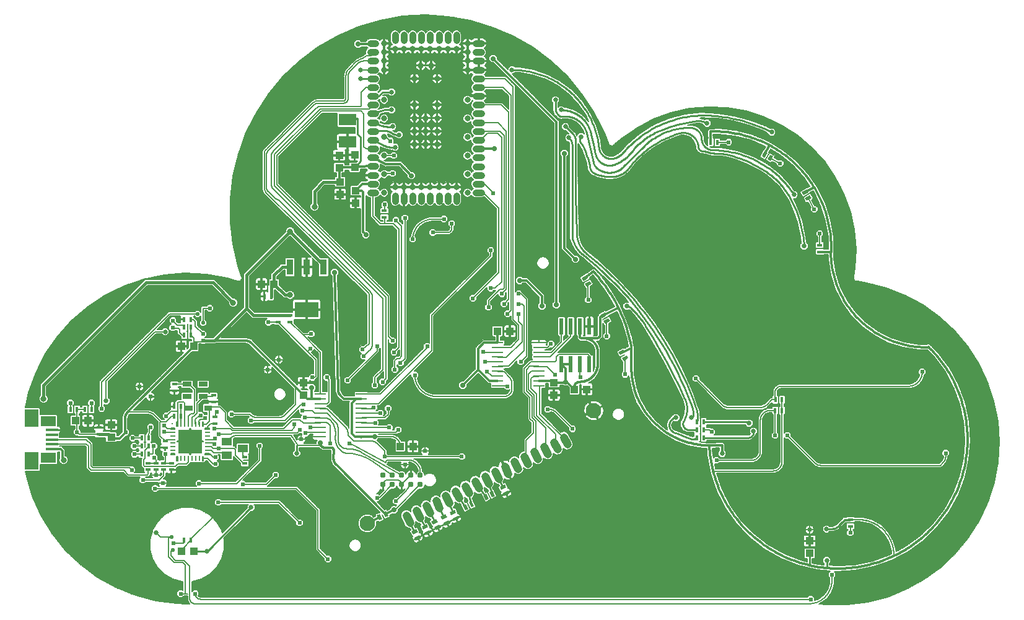
<source format=gbl>
G75*
%MOIN*%
%OFA0B0*%
%FSLAX25Y25*%
%IPPOS*%
%LPD*%
%AMOC8*
5,1,8,0,0,1.08239X$1,22.5*
%
%ADD10C,0.08268*%
%ADD11C,0.04362*%
%ADD12R,0.01800X0.03000*%
%ADD13C,0.03150*%
%ADD14C,0.03543*%
%ADD15R,0.03000X0.01800*%
%ADD16R,0.09449X0.06299*%
%ADD17R,0.04331X0.03937*%
%ADD18R,0.02362X0.08661*%
%ADD19R,0.03937X0.04331*%
%ADD20R,0.06102X0.00984*%
%ADD21R,0.03937X0.03150*%
%ADD22R,0.05512X0.03937*%
%ADD23C,0.00551*%
%ADD24R,0.01102X0.02756*%
%ADD25R,0.02756X0.01102*%
%ADD26R,0.12598X0.12598*%
%ADD27R,0.00984X0.00984*%
%ADD28R,0.05000X0.02500*%
%ADD29R,0.06693X0.01772*%
%ADD30R,0.08268X0.05807*%
%ADD31R,0.07480X0.09350*%
%ADD32R,0.12795X0.08465*%
%ADD33R,0.03740X0.08465*%
%ADD34C,0.03100*%
%ADD35C,0.03600*%
%ADD36C,0.02000*%
%ADD37C,0.00600*%
%ADD38C,0.02400*%
%ADD39C,0.01800*%
%ADD40C,0.01000*%
%ADD41C,0.02600*%
%ADD42C,0.01200*%
%ADD43C,0.02800*%
%ADD44C,0.01600*%
%ADD45C,0.03200*%
%ADD46C,0.00001*%
%ADD47C,0.01400*%
%ADD48C,0.00800*%
%ADD49C,0.00010*%
%ADD50C,0.02200*%
%ADD51C,0.02500*%
D10*
X0193800Y0061257D03*
X0315708Y0122039D03*
D11*
X0299487Y0107810D02*
X0301433Y0103906D01*
X0296148Y0101271D02*
X0294202Y0105174D01*
X0288917Y0102539D02*
X0290863Y0098636D01*
X0285578Y0096001D02*
X0283632Y0099904D01*
X0278347Y0097269D02*
X0280293Y0093366D01*
X0275008Y0090731D02*
X0273062Y0094634D01*
X0267777Y0091999D02*
X0269723Y0088095D01*
X0264438Y0085460D02*
X0262491Y0089364D01*
X0257206Y0086729D02*
X0259153Y0082825D01*
X0253868Y0080190D02*
X0251921Y0084094D01*
X0246636Y0081459D02*
X0248583Y0077555D01*
X0243298Y0074920D02*
X0241351Y0078824D01*
X0236066Y0076189D02*
X0238013Y0072285D01*
X0232728Y0069650D02*
X0230781Y0073554D01*
X0225496Y0070919D02*
X0227443Y0067015D01*
X0222157Y0064380D02*
X0220211Y0068284D01*
X0214926Y0065649D02*
X0216872Y0061745D01*
D12*
G36*
X0218457Y0055337D02*
X0217654Y0056947D01*
X0220337Y0058285D01*
X0221140Y0056675D01*
X0218457Y0055337D01*
G37*
G36*
X0220063Y0052115D02*
X0219260Y0053725D01*
X0221943Y0055063D01*
X0222746Y0053453D01*
X0220063Y0052115D01*
G37*
G36*
X0225511Y0054892D02*
X0224708Y0056502D01*
X0227391Y0057840D01*
X0228194Y0056230D01*
X0225511Y0054892D01*
G37*
G36*
X0223904Y0058114D02*
X0223101Y0059724D01*
X0225784Y0061062D01*
X0226587Y0059452D01*
X0223904Y0058114D01*
G37*
G36*
X0230763Y0057615D02*
X0229960Y0059225D01*
X0232643Y0060563D01*
X0233446Y0058953D01*
X0230763Y0057615D01*
G37*
G36*
X0235734Y0060053D02*
X0234931Y0061663D01*
X0237614Y0063001D01*
X0238417Y0061391D01*
X0235734Y0060053D01*
G37*
G36*
X0234128Y0063275D02*
X0233325Y0064885D01*
X0236008Y0066223D01*
X0236811Y0064613D01*
X0234128Y0063275D01*
G37*
G36*
X0229157Y0060837D02*
X0228354Y0062447D01*
X0231037Y0063785D01*
X0231840Y0062175D01*
X0229157Y0060837D01*
G37*
G36*
X0239008Y0065779D02*
X0238205Y0067389D01*
X0240888Y0068727D01*
X0241691Y0067117D01*
X0239008Y0065779D01*
G37*
G36*
X0240614Y0062557D02*
X0239811Y0064167D01*
X0242494Y0065505D01*
X0243297Y0063895D01*
X0240614Y0062557D01*
G37*
G36*
X0245215Y0071037D02*
X0246825Y0071840D01*
X0248163Y0069157D01*
X0246553Y0068354D01*
X0245215Y0071037D01*
G37*
G36*
X0248437Y0072643D02*
X0250047Y0073446D01*
X0251385Y0070763D01*
X0249775Y0069960D01*
X0248437Y0072643D01*
G37*
G36*
X0256381Y0076448D02*
X0257991Y0077251D01*
X0259329Y0074568D01*
X0257719Y0073765D01*
X0256381Y0076448D01*
G37*
G36*
X0259602Y0078054D02*
X0261212Y0078857D01*
X0262550Y0076174D01*
X0260940Y0075371D01*
X0259602Y0078054D01*
G37*
G36*
X0266007Y0079288D02*
X0265204Y0080898D01*
X0267887Y0082236D01*
X0268690Y0080626D01*
X0266007Y0079288D01*
G37*
G36*
X0267613Y0076066D02*
X0266810Y0077676D01*
X0269493Y0079014D01*
X0270296Y0077404D01*
X0267613Y0076066D01*
G37*
G36*
X0202237Y0067243D02*
X0203847Y0068046D01*
X0205185Y0065363D01*
X0203575Y0064560D01*
X0202237Y0067243D01*
G37*
G36*
X0199015Y0065637D02*
X0200625Y0066440D01*
X0201963Y0063757D01*
X0200353Y0062954D01*
X0199015Y0065637D01*
G37*
X0098900Y0052300D03*
X0095300Y0052300D03*
X0076110Y0098700D03*
X0072510Y0098700D03*
X0072500Y0102900D03*
X0076100Y0102900D03*
X0076100Y0107200D03*
X0072500Y0107200D03*
X0090000Y0119000D03*
X0093600Y0119000D03*
X0093600Y0124300D03*
X0090000Y0124300D03*
X0045475Y0122675D03*
X0041875Y0122675D03*
X0037700Y0122675D03*
X0034100Y0122675D03*
X0095300Y0162700D03*
X0098900Y0162700D03*
X0098900Y0166900D03*
X0095300Y0166900D03*
X0095300Y0171100D03*
X0098900Y0171100D03*
X0138500Y0183500D03*
X0142100Y0183500D03*
G36*
X0311774Y0194888D02*
X0312674Y0193330D01*
X0310076Y0191830D01*
X0309176Y0193388D01*
X0311774Y0194888D01*
G37*
G36*
X0313574Y0191770D02*
X0314474Y0190212D01*
X0311876Y0188712D01*
X0310976Y0190270D01*
X0313574Y0191770D01*
G37*
G36*
X0321774Y0174888D02*
X0322674Y0173330D01*
X0320076Y0171830D01*
X0319176Y0173388D01*
X0321774Y0174888D01*
G37*
G36*
X0323574Y0171770D02*
X0324474Y0170212D01*
X0321876Y0168712D01*
X0320976Y0170270D01*
X0323574Y0171770D01*
G37*
G36*
X0331649Y0154913D02*
X0332549Y0153355D01*
X0329951Y0151855D01*
X0329051Y0153413D01*
X0331649Y0154913D01*
G37*
G36*
X0333449Y0151795D02*
X0334349Y0150237D01*
X0331751Y0148737D01*
X0330851Y0150295D01*
X0333449Y0151795D01*
G37*
X0371300Y0115900D03*
X0374900Y0115900D03*
X0374900Y0111700D03*
X0371300Y0111700D03*
X0371300Y0107500D03*
X0374900Y0107500D03*
X0413400Y0122100D03*
X0417000Y0122100D03*
X0417025Y0127875D03*
X0413425Y0127875D03*
G36*
X0431999Y0237945D02*
X0432899Y0236387D01*
X0430301Y0234887D01*
X0429401Y0236445D01*
X0431999Y0237945D01*
G37*
G36*
X0430199Y0241063D02*
X0431099Y0239505D01*
X0428501Y0238005D01*
X0427601Y0239563D01*
X0430199Y0241063D01*
G37*
G36*
X0410705Y0259799D02*
X0412263Y0258899D01*
X0410763Y0256301D01*
X0409205Y0257201D01*
X0410705Y0259799D01*
G37*
G36*
X0407587Y0261599D02*
X0409145Y0260699D01*
X0407645Y0258101D01*
X0406087Y0259001D01*
X0407587Y0261599D01*
G37*
X0382250Y0266425D03*
X0378650Y0266425D03*
D13*
X0247796Y0269288D03*
X0247796Y0259288D03*
X0247796Y0249288D03*
X0241890Y0242280D03*
X0237166Y0242280D03*
X0232442Y0242280D03*
X0227717Y0242280D03*
X0222993Y0242280D03*
X0218268Y0242280D03*
X0213544Y0242280D03*
X0208820Y0242280D03*
X0202914Y0239288D03*
X0202914Y0249288D03*
X0202914Y0259288D03*
X0202914Y0269288D03*
X0202914Y0279288D03*
X0202914Y0289288D03*
X0219292Y0286572D03*
X0219292Y0279485D03*
X0225355Y0279485D03*
X0231418Y0279485D03*
X0231418Y0272398D03*
X0225355Y0272398D03*
X0219292Y0272398D03*
X0219292Y0265312D03*
X0225355Y0265312D03*
X0231418Y0265312D03*
X0247796Y0279288D03*
X0247796Y0289288D03*
X0231418Y0286572D03*
X0231418Y0300745D03*
X0228111Y0307831D03*
X0222599Y0307831D03*
X0219292Y0300745D03*
X0202914Y0305469D03*
X0202914Y0310194D03*
X0202914Y0314918D03*
X0208820Y0316690D03*
X0213544Y0316690D03*
X0218268Y0316690D03*
X0222993Y0316690D03*
X0227717Y0316690D03*
X0232442Y0316690D03*
X0237166Y0316690D03*
X0241890Y0316690D03*
X0247796Y0314918D03*
X0247796Y0310194D03*
X0247796Y0305469D03*
X0247796Y0319642D03*
X0202914Y0319642D03*
X0247796Y0239288D03*
D14*
X0255179Y0239328D02*
X0255179Y0239328D01*
X0252221Y0239328D01*
X0252221Y0239328D01*
X0255179Y0239328D01*
X0255179Y0244052D02*
X0255179Y0244052D01*
X0252221Y0244052D01*
X0252221Y0244052D01*
X0255179Y0244052D01*
X0255179Y0248776D02*
X0255179Y0248776D01*
X0252221Y0248776D01*
X0252221Y0248776D01*
X0255179Y0248776D01*
X0255179Y0253501D02*
X0255179Y0253501D01*
X0252221Y0253501D01*
X0252221Y0253501D01*
X0255179Y0253501D01*
X0255179Y0258225D02*
X0255179Y0258225D01*
X0252221Y0258225D01*
X0252221Y0258225D01*
X0255179Y0258225D01*
X0255179Y0262950D02*
X0255179Y0262950D01*
X0252221Y0262950D01*
X0252221Y0262950D01*
X0255179Y0262950D01*
X0255279Y0267674D02*
X0255279Y0267674D01*
X0252321Y0267674D01*
X0252321Y0267674D01*
X0255279Y0267674D01*
X0255279Y0272398D02*
X0255279Y0272398D01*
X0252321Y0272398D01*
X0252321Y0272398D01*
X0255279Y0272398D01*
X0255279Y0277123D02*
X0255279Y0277123D01*
X0252321Y0277123D01*
X0252321Y0277123D01*
X0255279Y0277123D01*
X0255279Y0281847D02*
X0255279Y0281847D01*
X0252321Y0281847D01*
X0252321Y0281847D01*
X0255279Y0281847D01*
X0255279Y0286572D02*
X0255279Y0286572D01*
X0252321Y0286572D01*
X0252321Y0286572D01*
X0255279Y0286572D01*
X0255279Y0291296D02*
X0255279Y0291296D01*
X0252321Y0291296D01*
X0252321Y0291296D01*
X0255279Y0291296D01*
X0255279Y0296020D02*
X0255279Y0296020D01*
X0252321Y0296020D01*
X0252321Y0296020D01*
X0255279Y0296020D01*
X0255279Y0300745D02*
X0255279Y0300745D01*
X0252321Y0300745D01*
X0252321Y0300745D01*
X0255279Y0300745D01*
X0255279Y0305469D02*
X0255279Y0305469D01*
X0252321Y0305469D01*
X0252321Y0305469D01*
X0255279Y0305469D01*
X0255279Y0310194D02*
X0255279Y0310194D01*
X0252321Y0310194D01*
X0252321Y0310194D01*
X0255279Y0310194D01*
X0255279Y0314918D02*
X0255279Y0314918D01*
X0252321Y0314918D01*
X0252321Y0314918D01*
X0255279Y0314918D01*
X0255279Y0319642D02*
X0255279Y0319642D01*
X0252321Y0319642D01*
X0252321Y0319642D01*
X0255279Y0319642D01*
X0241890Y0324209D02*
X0241890Y0324209D01*
X0241890Y0321251D01*
X0241890Y0321251D01*
X0241890Y0324209D01*
X0237166Y0324209D02*
X0237166Y0324209D01*
X0237166Y0321251D01*
X0237166Y0321251D01*
X0237166Y0324209D01*
X0232417Y0324209D02*
X0232417Y0324209D01*
X0232417Y0321251D01*
X0232417Y0321251D01*
X0232417Y0324209D01*
X0227717Y0324209D02*
X0227717Y0324209D01*
X0227717Y0321251D01*
X0227717Y0321251D01*
X0227717Y0324209D01*
X0222993Y0324209D02*
X0222993Y0324209D01*
X0222993Y0321251D01*
X0222993Y0321251D01*
X0222993Y0324209D01*
X0218268Y0324209D02*
X0218268Y0324209D01*
X0218268Y0321251D01*
X0218268Y0321251D01*
X0218268Y0324209D01*
X0213544Y0324209D02*
X0213544Y0324209D01*
X0213544Y0321251D01*
X0213544Y0321251D01*
X0213544Y0324209D01*
X0208812Y0324209D02*
X0208812Y0324209D01*
X0208812Y0321251D01*
X0208812Y0321251D01*
X0208812Y0324209D01*
X0195431Y0319642D02*
X0195431Y0319642D01*
X0198389Y0319642D01*
X0198389Y0319642D01*
X0195431Y0319642D01*
X0195431Y0314942D02*
X0195431Y0314942D01*
X0198389Y0314942D01*
X0198389Y0314942D01*
X0195431Y0314942D01*
X0195431Y0310194D02*
X0195431Y0310194D01*
X0198389Y0310194D01*
X0198389Y0310194D01*
X0195431Y0310194D01*
X0195431Y0305469D02*
X0195431Y0305469D01*
X0198389Y0305469D01*
X0198389Y0305469D01*
X0195431Y0305469D01*
X0195431Y0300745D02*
X0195431Y0300745D01*
X0198389Y0300745D01*
X0198389Y0300745D01*
X0195431Y0300745D01*
X0195431Y0296020D02*
X0195431Y0296020D01*
X0198389Y0296020D01*
X0198389Y0296020D01*
X0195431Y0296020D01*
X0195431Y0291296D02*
X0195431Y0291296D01*
X0198389Y0291296D01*
X0198389Y0291296D01*
X0195431Y0291296D01*
X0195431Y0286572D02*
X0195431Y0286572D01*
X0198389Y0286572D01*
X0198389Y0286572D01*
X0195431Y0286572D01*
X0195431Y0281847D02*
X0195431Y0281847D01*
X0198389Y0281847D01*
X0198389Y0281847D01*
X0195431Y0281847D01*
X0195431Y0277123D02*
X0195431Y0277123D01*
X0198389Y0277123D01*
X0198389Y0277123D01*
X0195431Y0277123D01*
X0195431Y0272398D02*
X0195431Y0272398D01*
X0198389Y0272398D01*
X0198389Y0272398D01*
X0195431Y0272398D01*
X0195431Y0267674D02*
X0195431Y0267674D01*
X0198389Y0267674D01*
X0198389Y0267674D01*
X0195431Y0267674D01*
X0195431Y0262942D02*
X0195431Y0262942D01*
X0198389Y0262942D01*
X0198389Y0262942D01*
X0195431Y0262942D01*
X0195431Y0258242D02*
X0195431Y0258242D01*
X0198389Y0258242D01*
X0198389Y0258242D01*
X0195431Y0258242D01*
X0195431Y0253542D02*
X0195431Y0253542D01*
X0198389Y0253542D01*
X0198389Y0253542D01*
X0195431Y0253542D01*
X0195431Y0248742D02*
X0195431Y0248742D01*
X0198389Y0248742D01*
X0198389Y0248742D01*
X0195431Y0248742D01*
X0195431Y0244042D02*
X0195431Y0244042D01*
X0198389Y0244042D01*
X0198389Y0244042D01*
X0195431Y0244042D01*
X0195431Y0239342D02*
X0195431Y0239342D01*
X0198389Y0239342D01*
X0198389Y0239342D01*
X0195431Y0239342D01*
X0208820Y0237709D02*
X0208820Y0237709D01*
X0208820Y0234751D01*
X0208820Y0234751D01*
X0208820Y0237709D01*
X0213544Y0237709D02*
X0213544Y0237709D01*
X0213544Y0234751D01*
X0213544Y0234751D01*
X0213544Y0237709D01*
X0218268Y0237709D02*
X0218268Y0237709D01*
X0218268Y0234751D01*
X0218268Y0234751D01*
X0218268Y0237709D01*
X0222993Y0237709D02*
X0222993Y0237709D01*
X0222993Y0234751D01*
X0222993Y0234751D01*
X0222993Y0237709D01*
X0227717Y0237709D02*
X0227717Y0237709D01*
X0227717Y0234751D01*
X0227717Y0234751D01*
X0227717Y0237709D01*
X0232442Y0237709D02*
X0232442Y0237709D01*
X0232442Y0234751D01*
X0232442Y0234751D01*
X0232442Y0237709D01*
X0237166Y0237709D02*
X0237166Y0237709D01*
X0237166Y0234751D01*
X0237166Y0234751D01*
X0237166Y0237709D01*
X0241890Y0237709D02*
X0241890Y0237709D01*
X0241890Y0234751D01*
X0241890Y0234751D01*
X0241890Y0237709D01*
D15*
X0203050Y0229700D03*
X0203050Y0226100D03*
X0152325Y0173300D03*
X0152325Y0169700D03*
X0145825Y0169700D03*
X0145825Y0173300D03*
X0090100Y0136300D03*
X0090100Y0132700D03*
X0111200Y0130300D03*
X0111200Y0126700D03*
X0111800Y0118630D03*
X0111800Y0115030D03*
X0127980Y0097140D03*
X0127980Y0093540D03*
X0088410Y0093810D03*
X0088410Y0090210D03*
X0084280Y0090210D03*
X0084280Y0093810D03*
X0080150Y0093810D03*
X0080150Y0090210D03*
X0076050Y0090210D03*
X0076050Y0093810D03*
X0085100Y0102100D03*
X0085100Y0105700D03*
X0049500Y0109300D03*
X0049500Y0112900D03*
X0437300Y0207500D03*
X0437300Y0211100D03*
X0453850Y0063375D03*
X0453850Y0059775D03*
D16*
X0183300Y0266744D03*
X0183300Y0278556D03*
D17*
X0187100Y0259646D03*
X0178750Y0259471D03*
X0178750Y0252779D03*
X0187100Y0252954D03*
X0179250Y0245146D03*
X0187625Y0240471D03*
X0179250Y0238454D03*
X0187625Y0233779D03*
X0294350Y0137121D03*
X0294350Y0130429D03*
X0159575Y0130329D03*
X0159575Y0137021D03*
X0056100Y0114446D03*
X0056100Y0107754D03*
X0431900Y0051871D03*
X0431900Y0045179D03*
D18*
X0313400Y0146864D03*
X0308400Y0146864D03*
X0303400Y0146864D03*
X0298400Y0146864D03*
X0298400Y0167336D03*
X0303400Y0167336D03*
X0308400Y0167336D03*
X0313400Y0167336D03*
D19*
X0270621Y0164750D03*
X0263929Y0164750D03*
X0305329Y0133500D03*
X0312021Y0133500D03*
X0218421Y0102775D03*
X0211729Y0102775D03*
X0100446Y0156700D03*
X0093754Y0156700D03*
X0136954Y0190100D03*
X0143646Y0190100D03*
X0043521Y0116625D03*
X0036829Y0116625D03*
X0093754Y0046300D03*
X0100446Y0046300D03*
D20*
X0168653Y0107869D03*
X0168653Y0110428D03*
X0168653Y0112987D03*
X0168653Y0115546D03*
X0168653Y0118105D03*
X0168653Y0120664D03*
X0168653Y0123223D03*
X0168653Y0125782D03*
X0168653Y0128341D03*
X0168653Y0130900D03*
X0190700Y0130900D03*
X0190700Y0128341D03*
X0190700Y0125782D03*
X0190700Y0123223D03*
X0190700Y0120664D03*
X0190700Y0118105D03*
X0190700Y0115546D03*
X0190700Y0112987D03*
X0190700Y0110428D03*
X0190700Y0107869D03*
X0264050Y0135500D03*
X0264050Y0138059D03*
X0264050Y0140618D03*
X0264050Y0143177D03*
X0264050Y0145736D03*
X0264050Y0148295D03*
X0264050Y0150854D03*
X0264050Y0153413D03*
X0264050Y0155972D03*
X0264050Y0158531D03*
X0286097Y0158531D03*
X0286097Y0155972D03*
X0286097Y0153413D03*
X0286097Y0150854D03*
X0286097Y0148295D03*
X0286097Y0145736D03*
X0286097Y0143177D03*
X0286097Y0140618D03*
X0286097Y0138059D03*
X0286097Y0135500D03*
D21*
X0108118Y0123400D03*
X0097882Y0123400D03*
D22*
X0118369Y0105440D03*
X0127031Y0101700D03*
X0118369Y0097960D03*
D23*
X0106649Y0098334D02*
X0106649Y0098886D01*
X0108855Y0098886D01*
X0108855Y0098334D01*
X0106649Y0098334D01*
X0106649Y0098884D02*
X0108855Y0098884D01*
X0105114Y0097351D02*
X0105114Y0095145D01*
X0105114Y0097351D02*
X0105666Y0097351D01*
X0105666Y0095145D01*
X0105114Y0095145D01*
X0105114Y0095695D02*
X0105666Y0095695D01*
X0105666Y0096245D02*
X0105114Y0096245D01*
X0105114Y0096795D02*
X0105666Y0096795D01*
X0105666Y0097345D02*
X0105114Y0097345D01*
X0091334Y0097351D02*
X0091334Y0095145D01*
X0091334Y0097351D02*
X0091886Y0097351D01*
X0091886Y0095145D01*
X0091334Y0095145D01*
X0091334Y0095695D02*
X0091886Y0095695D01*
X0091886Y0096245D02*
X0091334Y0096245D01*
X0091334Y0096795D02*
X0091886Y0096795D01*
X0091886Y0097345D02*
X0091334Y0097345D01*
X0088145Y0098334D02*
X0088145Y0098886D01*
X0090351Y0098886D01*
X0090351Y0098334D01*
X0088145Y0098334D01*
X0088145Y0098884D02*
X0090351Y0098884D01*
X0088145Y0112114D02*
X0088145Y0112666D01*
X0090351Y0112666D01*
X0090351Y0112114D01*
X0088145Y0112114D01*
X0088145Y0112664D02*
X0090351Y0112664D01*
X0091334Y0113649D02*
X0091334Y0115855D01*
X0091886Y0115855D01*
X0091886Y0113649D01*
X0091334Y0113649D01*
X0091334Y0114199D02*
X0091886Y0114199D01*
X0091886Y0114749D02*
X0091334Y0114749D01*
X0091334Y0115299D02*
X0091886Y0115299D01*
X0091886Y0115849D02*
X0091334Y0115849D01*
X0105114Y0115855D02*
X0105114Y0113649D01*
X0105114Y0115855D02*
X0105666Y0115855D01*
X0105666Y0113649D01*
X0105114Y0113649D01*
X0105114Y0114199D02*
X0105666Y0114199D01*
X0105666Y0114749D02*
X0105114Y0114749D01*
X0105114Y0115299D02*
X0105666Y0115299D01*
X0105666Y0115849D02*
X0105114Y0115849D01*
X0106649Y0112666D02*
X0106649Y0112114D01*
X0106649Y0112666D02*
X0108855Y0112666D01*
X0108855Y0112114D01*
X0106649Y0112114D01*
X0106649Y0112664D02*
X0108855Y0112664D01*
D24*
X0103421Y0114752D03*
X0101453Y0114752D03*
X0099484Y0114752D03*
X0097516Y0114752D03*
X0095547Y0114752D03*
X0093579Y0114752D03*
X0093579Y0096248D03*
X0095547Y0096248D03*
X0097516Y0096248D03*
X0099484Y0096248D03*
X0101453Y0096248D03*
X0103421Y0096248D03*
D25*
X0107752Y0100579D03*
X0107752Y0102547D03*
X0107752Y0104516D03*
X0107752Y0106484D03*
X0107752Y0108453D03*
X0107752Y0110421D03*
X0089248Y0110421D03*
X0089248Y0108453D03*
X0089248Y0106484D03*
X0089248Y0104516D03*
X0089248Y0102547D03*
X0089248Y0100579D03*
D26*
X0098500Y0105500D03*
D27*
X0088992Y0115008D03*
D28*
X0096900Y0129700D03*
X0105500Y0129700D03*
X0105500Y0136300D03*
X0096900Y0136300D03*
D29*
X0024124Y0111618D03*
X0024124Y0109059D03*
X0024124Y0106500D03*
X0024124Y0103941D03*
X0024124Y0101382D03*
D30*
X0022155Y0096657D03*
X0022155Y0116343D03*
D31*
X0013100Y0118114D03*
X0013100Y0094886D03*
D32*
X0161253Y0176469D03*
D33*
X0161253Y0199303D03*
X0152198Y0199303D03*
X0170308Y0199303D03*
D34*
X0202400Y0087200D03*
X0207400Y0087200D03*
X0212400Y0087200D03*
X0217400Y0087200D03*
X0222400Y0087200D03*
X0222400Y0082200D03*
X0217400Y0082200D03*
X0212400Y0082200D03*
X0207400Y0082200D03*
X0202400Y0082200D03*
D35*
X0098500Y0105500D03*
D36*
X0100700Y0107700D01*
D37*
X0098700Y0107872D02*
X0098300Y0107872D01*
X0098300Y0107274D02*
X0098700Y0107274D01*
X0098700Y0106675D02*
X0098300Y0106675D01*
X0098300Y0106077D02*
X0098700Y0106077D01*
X0098700Y0105800D02*
X0098300Y0105800D01*
X0098300Y0108600D01*
X0098200Y0108600D01*
X0098200Y0112474D01*
X0098440Y0112474D01*
X0098500Y0112534D01*
X0098560Y0112474D01*
X0098800Y0112474D01*
X0098800Y0108600D01*
X0098700Y0108600D01*
X0098700Y0105800D01*
X0098800Y0105700D02*
X0101600Y0105700D01*
X0101600Y0105800D01*
X0105474Y0105800D01*
X0105474Y0105560D01*
X0105534Y0105500D01*
X0105474Y0105440D01*
X0105474Y0105200D01*
X0101600Y0105200D01*
X0101600Y0105300D01*
X0098800Y0105300D01*
X0098800Y0105700D01*
X0098800Y0105478D02*
X0105512Y0105478D01*
X0107752Y0104516D02*
X0111024Y0104516D01*
X0111630Y0103910D01*
X0110003Y0102547D02*
X0110970Y0101580D01*
X0113820Y0101580D01*
X0113800Y0101650D01*
X0113940Y0101660D01*
X0122190Y0101660D01*
X0122760Y0101090D01*
X0122760Y0098170D01*
X0127390Y0093540D01*
X0127980Y0093540D01*
X0127287Y0095340D02*
X0127287Y0095340D01*
X0129853Y0095340D01*
X0130380Y0095867D01*
X0130380Y0098413D01*
X0129961Y0098831D01*
X0130159Y0098831D01*
X0130687Y0099359D01*
X0130687Y0104041D01*
X0130159Y0104568D01*
X0123902Y0104568D01*
X0123375Y0104041D01*
X0123375Y0102172D01*
X0122687Y0102860D01*
X0121786Y0102860D01*
X0122025Y0103099D01*
X0122025Y0107040D01*
X0122959Y0107427D01*
X0123700Y0107500D01*
X0152258Y0107500D01*
X0154603Y0103983D01*
X0154500Y0103880D01*
X0154500Y0100811D01*
X0153700Y0100011D01*
X0153700Y0098189D01*
X0154989Y0096900D01*
X0156811Y0096900D01*
X0158100Y0098189D01*
X0158100Y0100011D01*
X0157300Y0100811D01*
X0157300Y0102100D01*
X0167826Y0102100D01*
X0168100Y0101625D01*
X0169875Y0100600D01*
X0174271Y0100600D01*
X0174210Y0097017D01*
X0174200Y0097006D01*
X0174200Y0096398D01*
X0174190Y0095789D01*
X0174200Y0095779D01*
X0174200Y0095092D01*
X0175190Y0092703D01*
X0176104Y0091789D01*
X0176104Y0091789D01*
X0176121Y0091772D01*
X0200506Y0067387D01*
X0198279Y0066277D01*
X0198043Y0065570D01*
X0198219Y0065216D01*
X0197387Y0064789D01*
X0196651Y0065525D01*
X0194801Y0066291D01*
X0192799Y0066291D01*
X0190948Y0065525D01*
X0189532Y0064109D01*
X0188766Y0062259D01*
X0188766Y0060256D01*
X0189532Y0058406D01*
X0190948Y0056990D01*
X0192799Y0056223D01*
X0194801Y0056223D01*
X0196651Y0056990D01*
X0198067Y0058406D01*
X0198834Y0060256D01*
X0198834Y0062159D01*
X0199558Y0062531D01*
X0199714Y0062218D01*
X0200421Y0061981D01*
X0202699Y0063117D01*
X0202936Y0063824D01*
X0203643Y0063587D01*
X0205921Y0064723D01*
X0206157Y0065430D01*
X0205988Y0065770D01*
X0207128Y0066344D01*
X0207222Y0066250D01*
X0209128Y0066250D01*
X0210475Y0067597D01*
X0210475Y0068578D01*
X0221725Y0079828D01*
X0221913Y0079750D01*
X0222887Y0079750D01*
X0223788Y0080123D01*
X0224477Y0080812D01*
X0224850Y0081713D01*
X0224850Y0081947D01*
X0225276Y0081521D01*
X0226654Y0080950D01*
X0228146Y0080950D01*
X0229524Y0081521D01*
X0230579Y0082576D01*
X0231150Y0083954D01*
X0231150Y0085446D01*
X0230579Y0086824D01*
X0229524Y0087879D01*
X0228146Y0088450D01*
X0226654Y0088450D01*
X0225276Y0087879D01*
X0224850Y0087453D01*
X0224850Y0087687D01*
X0224477Y0088588D01*
X0223788Y0089277D01*
X0223600Y0089355D01*
X0223600Y0090532D01*
X0222428Y0093362D01*
X0220262Y0095528D01*
X0220262Y0095528D01*
X0218880Y0096100D01*
X0242930Y0096100D01*
X0243830Y0095200D01*
X0245570Y0095200D01*
X0246800Y0096430D01*
X0246800Y0098170D01*
X0245570Y0099400D01*
X0243830Y0099400D01*
X0242930Y0098500D01*
X0226761Y0098500D01*
X0226917Y0098656D01*
X0227190Y0099066D01*
X0227379Y0099521D01*
X0227475Y0100004D01*
X0227475Y0100250D01*
X0227475Y0100496D01*
X0227379Y0100979D01*
X0227190Y0101434D01*
X0226917Y0101844D01*
X0226569Y0102192D01*
X0226159Y0102465D01*
X0225704Y0102654D01*
X0225221Y0102750D01*
X0224975Y0102750D01*
X0224975Y0100250D01*
X0224975Y0100250D01*
X0227475Y0100250D01*
X0224975Y0100250D01*
X0224975Y0100250D01*
X0224975Y0100250D01*
X0222475Y0100250D01*
X0222475Y0100496D01*
X0222571Y0100979D01*
X0222760Y0101434D01*
X0223033Y0101844D01*
X0223381Y0102192D01*
X0223791Y0102465D01*
X0224246Y0102654D01*
X0224729Y0102750D01*
X0224975Y0102750D01*
X0224975Y0100250D01*
X0222475Y0100250D01*
X0222475Y0100004D01*
X0222571Y0099521D01*
X0222760Y0099066D01*
X0223033Y0098656D01*
X0223189Y0098500D01*
X0205070Y0098500D01*
X0204500Y0099070D01*
X0204500Y0100797D01*
X0203797Y0101500D01*
X0200538Y0104759D01*
X0200213Y0105084D01*
X0200213Y0105084D01*
X0199341Y0105956D01*
X0199106Y0106053D01*
X0199953Y0106900D01*
X0206404Y0106900D01*
X0207208Y0106821D01*
X0208695Y0106205D01*
X0209223Y0105677D01*
X0208860Y0105313D01*
X0208860Y0100237D01*
X0209387Y0099710D01*
X0214070Y0099710D01*
X0214597Y0100237D01*
X0214597Y0105313D01*
X0214070Y0105840D01*
X0212196Y0105840D01*
X0211935Y0106471D01*
X0210100Y0108307D01*
X0210100Y0108307D01*
X0207701Y0109300D01*
X0199953Y0109300D01*
X0199953Y0109300D01*
X0209797Y0109300D01*
X0210097Y0109600D01*
X0211370Y0109600D01*
X0212600Y0110830D01*
X0212600Y0112570D01*
X0211370Y0113800D01*
X0209630Y0113800D01*
X0208400Y0112570D01*
X0208400Y0111700D01*
X0207470Y0111700D01*
X0207800Y0112030D01*
X0207800Y0113770D01*
X0206570Y0115000D01*
X0204830Y0115000D01*
X0204017Y0114187D01*
X0199881Y0114187D01*
X0200325Y0114630D01*
X0200325Y0116370D01*
X0199595Y0117100D01*
X0203797Y0117100D01*
X0204500Y0117803D01*
X0206300Y0119603D01*
X0206300Y0121330D01*
X0207200Y0122230D01*
X0207200Y0123970D01*
X0205970Y0125200D01*
X0204230Y0125200D01*
X0203000Y0123970D01*
X0203000Y0122230D01*
X0203900Y0121330D01*
X0203900Y0120597D01*
X0202803Y0119500D01*
X0202670Y0119500D01*
X0203000Y0119830D01*
X0203000Y0121570D01*
X0201770Y0122800D01*
X0200030Y0122800D01*
X0199130Y0121900D01*
X0198645Y0121900D01*
X0199425Y0122680D01*
X0199425Y0124420D01*
X0199263Y0124582D01*
X0200479Y0124582D01*
X0201182Y0125285D01*
X0217400Y0141503D01*
X0217400Y0140230D01*
X0218300Y0139330D01*
X0218300Y0139104D01*
X0219533Y0135308D01*
X0221879Y0132079D01*
X0225108Y0129733D01*
X0228904Y0128500D01*
X0268574Y0128500D01*
X0270559Y0129322D01*
X0272078Y0130841D01*
X0272900Y0132826D01*
X0272900Y0137862D01*
X0271956Y0140141D01*
X0271084Y0141013D01*
X0270733Y0141364D01*
X0267997Y0144100D01*
X0267943Y0144100D01*
X0267587Y0144457D01*
X0267830Y0144700D01*
X0270397Y0144700D01*
X0271100Y0145403D01*
X0274400Y0148703D01*
X0274400Y0147430D01*
X0275630Y0146200D01*
X0277370Y0146200D01*
X0278600Y0147430D01*
X0278600Y0148703D01*
X0280700Y0150803D01*
X0280700Y0182397D01*
X0279997Y0183100D01*
X0277400Y0185697D01*
X0277400Y0185770D01*
X0276170Y0187000D01*
X0274430Y0187000D01*
X0273500Y0186070D01*
X0273500Y0296997D01*
X0272797Y0297700D01*
X0268552Y0301945D01*
X0257673Y0301945D01*
X0257543Y0302258D01*
X0256926Y0302876D01*
X0257236Y0303083D01*
X0257664Y0303511D01*
X0258000Y0304014D01*
X0258232Y0304573D01*
X0258350Y0305167D01*
X0258350Y0305169D01*
X0254100Y0305169D01*
X0254100Y0305769D01*
X0258350Y0305769D01*
X0258350Y0305772D01*
X0258232Y0306365D01*
X0258000Y0306924D01*
X0257664Y0307427D01*
X0257260Y0307831D01*
X0257664Y0308236D01*
X0258000Y0308739D01*
X0258232Y0309298D01*
X0258350Y0309891D01*
X0258350Y0309894D01*
X0254100Y0309894D01*
X0254100Y0310494D01*
X0258350Y0310494D01*
X0258350Y0310496D01*
X0258232Y0311090D01*
X0258000Y0311649D01*
X0257664Y0312152D01*
X0257236Y0312580D01*
X0256926Y0312787D01*
X0257543Y0313405D01*
X0257950Y0314387D01*
X0257950Y0315449D01*
X0257543Y0316431D01*
X0256926Y0317049D01*
X0257236Y0317257D01*
X0257664Y0317684D01*
X0258000Y0318188D01*
X0258232Y0318747D01*
X0258350Y0319340D01*
X0258350Y0319342D01*
X0254100Y0319342D01*
X0254100Y0319942D01*
X0258350Y0319942D01*
X0258350Y0319945D01*
X0258232Y0320538D01*
X0258000Y0321097D01*
X0257664Y0321601D01*
X0257236Y0322028D01*
X0256733Y0322365D01*
X0256174Y0322596D01*
X0255581Y0322714D01*
X0254100Y0322714D01*
X0254100Y0319943D01*
X0253500Y0319943D01*
X0253500Y0322714D01*
X0252019Y0322714D01*
X0251426Y0322596D01*
X0250867Y0322365D01*
X0250363Y0322028D01*
X0249936Y0321601D01*
X0249923Y0321581D01*
X0249629Y0321875D01*
X0249158Y0322190D01*
X0248634Y0322407D01*
X0248096Y0322514D01*
X0248096Y0319943D01*
X0247496Y0319943D01*
X0247496Y0322514D01*
X0246957Y0322407D01*
X0246434Y0322190D01*
X0245963Y0321875D01*
X0245563Y0321475D01*
X0245248Y0321004D01*
X0245032Y0320481D01*
X0244924Y0319942D01*
X0247496Y0319942D01*
X0247496Y0319342D01*
X0248096Y0319342D01*
X0248096Y0317790D01*
X0248096Y0315218D01*
X0247496Y0315218D01*
X0247496Y0319342D01*
X0244924Y0319342D01*
X0245032Y0318804D01*
X0245248Y0318281D01*
X0245563Y0317810D01*
X0245963Y0317409D01*
X0246157Y0317280D01*
X0245963Y0317151D01*
X0245563Y0316751D01*
X0245248Y0316280D01*
X0245032Y0315757D01*
X0244924Y0315218D01*
X0247496Y0315218D01*
X0247496Y0314618D01*
X0248096Y0314618D01*
X0248096Y0312047D01*
X0248096Y0310494D01*
X0247496Y0310494D01*
X0247496Y0314618D01*
X0244924Y0314618D01*
X0245032Y0314080D01*
X0245248Y0313556D01*
X0245563Y0313085D01*
X0245963Y0312685D01*
X0246157Y0312556D01*
X0245963Y0312427D01*
X0245563Y0312026D01*
X0245248Y0311555D01*
X0245032Y0311032D01*
X0244924Y0310494D01*
X0247496Y0310494D01*
X0247496Y0309894D01*
X0244924Y0309894D01*
X0245032Y0309355D01*
X0245248Y0308832D01*
X0245563Y0308361D01*
X0245963Y0307961D01*
X0246157Y0307831D01*
X0245963Y0307702D01*
X0245563Y0307302D01*
X0245248Y0306831D01*
X0245032Y0306308D01*
X0244924Y0305769D01*
X0247496Y0305769D01*
X0247496Y0305169D01*
X0248096Y0305169D01*
X0248096Y0302598D01*
X0248634Y0302705D01*
X0249158Y0302922D01*
X0249629Y0303236D01*
X0249923Y0303530D01*
X0249936Y0303511D01*
X0250363Y0303083D01*
X0250674Y0302876D01*
X0250057Y0302258D01*
X0249650Y0301276D01*
X0249650Y0300213D01*
X0250057Y0299231D01*
X0250808Y0298480D01*
X0251043Y0298383D01*
X0250808Y0298285D01*
X0250057Y0297534D01*
X0249650Y0296552D01*
X0249650Y0295489D01*
X0250057Y0294507D01*
X0250674Y0293890D01*
X0250363Y0293682D01*
X0249936Y0293254D01*
X0249599Y0292751D01*
X0249368Y0292192D01*
X0249250Y0291599D01*
X0249250Y0291596D01*
X0253500Y0291596D01*
X0253500Y0290996D01*
X0249588Y0290996D01*
X0249198Y0291386D01*
X0248288Y0291763D01*
X0247304Y0291763D01*
X0246394Y0291386D01*
X0245698Y0290690D01*
X0245321Y0289780D01*
X0245321Y0288796D01*
X0245698Y0287886D01*
X0246394Y0287190D01*
X0247304Y0286813D01*
X0248288Y0286813D01*
X0249198Y0287190D01*
X0249894Y0287886D01*
X0250271Y0288796D01*
X0250271Y0289003D01*
X0250363Y0288910D01*
X0250674Y0288703D01*
X0250057Y0288085D01*
X0249650Y0287103D01*
X0249650Y0286040D01*
X0250057Y0285058D01*
X0250808Y0284307D01*
X0251043Y0284209D01*
X0250808Y0284112D01*
X0250057Y0283361D01*
X0249650Y0282379D01*
X0249650Y0281316D01*
X0250057Y0280334D01*
X0250808Y0279582D01*
X0251043Y0279485D01*
X0250808Y0279388D01*
X0250271Y0278850D01*
X0250271Y0279780D01*
X0249894Y0280690D01*
X0249198Y0281386D01*
X0248288Y0281763D01*
X0247304Y0281763D01*
X0246394Y0281386D01*
X0245698Y0280690D01*
X0245321Y0279780D01*
X0245321Y0278796D01*
X0245698Y0277886D01*
X0246394Y0277190D01*
X0247304Y0276813D01*
X0248288Y0276813D01*
X0249198Y0277190D01*
X0249650Y0277642D01*
X0249650Y0276591D01*
X0250057Y0275609D01*
X0250808Y0274858D01*
X0251043Y0274761D01*
X0250808Y0274663D01*
X0250057Y0273912D01*
X0249650Y0272930D01*
X0249650Y0271867D01*
X0250057Y0270885D01*
X0250808Y0270133D01*
X0251043Y0270036D01*
X0250808Y0269939D01*
X0250271Y0269401D01*
X0250271Y0269780D01*
X0249894Y0270690D01*
X0249198Y0271386D01*
X0248288Y0271763D01*
X0247304Y0271763D01*
X0246394Y0271386D01*
X0245698Y0270690D01*
X0245321Y0269780D01*
X0245321Y0268796D01*
X0245698Y0267886D01*
X0246394Y0267190D01*
X0247304Y0266813D01*
X0248288Y0266813D01*
X0249198Y0267190D01*
X0249650Y0267642D01*
X0249650Y0267143D01*
X0250057Y0266161D01*
X0250808Y0265409D01*
X0250993Y0265332D01*
X0250708Y0265214D01*
X0249957Y0264463D01*
X0249550Y0263481D01*
X0249550Y0262418D01*
X0249957Y0261436D01*
X0250708Y0260685D01*
X0250943Y0260587D01*
X0250708Y0260490D01*
X0250191Y0259973D01*
X0249894Y0260690D01*
X0249198Y0261386D01*
X0248288Y0261763D01*
X0247304Y0261763D01*
X0246394Y0261386D01*
X0245698Y0260690D01*
X0245321Y0259780D01*
X0245321Y0258796D01*
X0245698Y0257886D01*
X0246394Y0257190D01*
X0247304Y0256813D01*
X0248288Y0256813D01*
X0249198Y0257190D01*
X0249594Y0257587D01*
X0249957Y0256712D01*
X0250708Y0255960D01*
X0250943Y0255863D01*
X0250708Y0255766D01*
X0249957Y0255014D01*
X0249550Y0254032D01*
X0249550Y0252969D01*
X0249957Y0251987D01*
X0250708Y0251236D01*
X0250943Y0251139D01*
X0250708Y0251041D01*
X0250030Y0250363D01*
X0249894Y0250690D01*
X0249198Y0251386D01*
X0248288Y0251763D01*
X0247304Y0251763D01*
X0246394Y0251386D01*
X0245698Y0250690D01*
X0245321Y0249780D01*
X0245321Y0248796D01*
X0245698Y0247886D01*
X0246394Y0247190D01*
X0247304Y0246813D01*
X0248288Y0246813D01*
X0249198Y0247190D01*
X0249756Y0247748D01*
X0249957Y0247263D01*
X0250708Y0246511D01*
X0250943Y0246414D01*
X0250708Y0246317D01*
X0249957Y0245565D01*
X0249550Y0244583D01*
X0249550Y0243520D01*
X0249957Y0242539D01*
X0250708Y0241787D01*
X0250943Y0241690D01*
X0250708Y0241592D01*
X0249957Y0240841D01*
X0249894Y0240690D01*
X0249198Y0241386D01*
X0248288Y0241763D01*
X0247304Y0241763D01*
X0246394Y0241386D01*
X0245698Y0240690D01*
X0245321Y0239780D01*
X0245321Y0238796D01*
X0245698Y0237886D01*
X0246394Y0237190D01*
X0247304Y0236813D01*
X0248288Y0236813D01*
X0249198Y0237190D01*
X0249894Y0237886D01*
X0249910Y0237926D01*
X0249957Y0237814D01*
X0250708Y0237063D01*
X0251690Y0236656D01*
X0255710Y0236656D01*
X0256692Y0237063D01*
X0256766Y0237137D01*
X0263300Y0230603D01*
X0263300Y0196797D01*
X0251103Y0184600D01*
X0249830Y0184600D01*
X0248600Y0183370D01*
X0248600Y0181630D01*
X0249830Y0180400D01*
X0251570Y0180400D01*
X0252800Y0181630D01*
X0252800Y0182903D01*
X0258200Y0188303D01*
X0258200Y0187030D01*
X0259430Y0185800D01*
X0261170Y0185800D01*
X0262070Y0186700D01*
X0262803Y0186700D01*
X0258603Y0182500D01*
X0257900Y0181797D01*
X0257900Y0179470D01*
X0257000Y0178570D01*
X0257000Y0176830D01*
X0258230Y0175600D01*
X0259970Y0175600D01*
X0261200Y0176830D01*
X0261200Y0178570D01*
X0260300Y0179470D01*
X0260300Y0180803D01*
X0264200Y0184703D01*
X0264200Y0184030D01*
X0265430Y0182800D01*
X0267170Y0182800D01*
X0268400Y0184030D01*
X0268400Y0185303D01*
X0268700Y0185603D01*
X0268700Y0182397D01*
X0267903Y0181600D01*
X0266630Y0181600D01*
X0265400Y0180370D01*
X0265400Y0178630D01*
X0266630Y0177400D01*
X0268370Y0177400D01*
X0269600Y0178630D01*
X0269600Y0179903D01*
X0269900Y0180203D01*
X0269900Y0176397D01*
X0269703Y0176200D01*
X0268430Y0176200D01*
X0267200Y0174970D01*
X0267200Y0173230D01*
X0268430Y0172000D01*
X0270170Y0172000D01*
X0271100Y0172930D01*
X0271100Y0170603D01*
X0271803Y0169900D01*
X0274100Y0167603D01*
X0274100Y0160797D01*
X0270603Y0157300D01*
X0267635Y0157300D01*
X0268001Y0157667D01*
X0268001Y0159396D01*
X0267474Y0159924D01*
X0265550Y0159924D01*
X0265550Y0161685D01*
X0266270Y0161685D01*
X0266797Y0162212D01*
X0266797Y0167288D01*
X0266270Y0167815D01*
X0261587Y0167815D01*
X0261060Y0167288D01*
X0261060Y0162212D01*
X0261587Y0161685D01*
X0262550Y0161685D01*
X0262550Y0160031D01*
X0256085Y0160031D01*
X0255206Y0159153D01*
X0252050Y0155996D01*
X0252050Y0144596D01*
X0245454Y0138000D01*
X0244347Y0138000D01*
X0243000Y0136653D01*
X0243000Y0134747D01*
X0244347Y0133400D01*
X0246253Y0133400D01*
X0247600Y0134747D01*
X0247600Y0135904D01*
X0253550Y0141854D01*
X0258829Y0136575D01*
X0260309Y0136575D01*
X0260099Y0136365D01*
X0260099Y0134635D01*
X0260626Y0134108D01*
X0267322Y0134108D01*
X0268430Y0133000D01*
X0270170Y0133000D01*
X0270413Y0133243D01*
X0269994Y0132233D01*
X0269167Y0131406D01*
X0268085Y0130958D01*
X0267500Y0130900D01*
X0230900Y0130900D01*
X0229304Y0131026D01*
X0226269Y0132012D01*
X0223687Y0133888D01*
X0221812Y0136469D01*
X0220837Y0139468D01*
X0221600Y0140230D01*
X0221600Y0141970D01*
X0220370Y0143200D01*
X0219097Y0143200D01*
X0229700Y0153803D01*
X0229700Y0173003D01*
X0260797Y0204100D01*
X0261500Y0204803D01*
X0261500Y0206530D01*
X0262400Y0207430D01*
X0262400Y0209170D01*
X0261170Y0210400D01*
X0259430Y0210400D01*
X0258200Y0209170D01*
X0258200Y0207430D01*
X0259100Y0206530D01*
X0259100Y0205797D01*
X0227300Y0173997D01*
X0227300Y0158470D01*
X0226970Y0158800D01*
X0225230Y0158800D01*
X0224000Y0157570D01*
X0224000Y0155830D01*
X0224067Y0155764D01*
X0200403Y0132100D01*
X0194316Y0132100D01*
X0194124Y0132292D01*
X0187276Y0132292D01*
X0186749Y0131765D01*
X0186749Y0130035D01*
X0186784Y0130000D01*
X0181721Y0130000D01*
X0181064Y0130657D01*
X0180725Y0130996D01*
X0180625Y0131096D01*
X0180190Y0131627D01*
X0179667Y0132888D01*
X0179601Y0133562D01*
X0179600Y0133592D01*
X0179600Y0134192D01*
X0179582Y0134210D01*
X0177849Y0194597D01*
X0178600Y0195347D01*
X0178600Y0197253D01*
X0177253Y0198600D01*
X0175347Y0198600D01*
X0174000Y0197253D01*
X0174000Y0195347D01*
X0174851Y0194496D01*
X0176600Y0133550D01*
X0176600Y0132278D01*
X0177590Y0129889D01*
X0178064Y0129414D01*
X0180479Y0127000D01*
X0184329Y0127000D01*
X0184025Y0126696D01*
X0184025Y0112692D01*
X0183756Y0113341D01*
X0182884Y0114213D01*
X0182533Y0114564D01*
X0173450Y0123647D01*
X0173450Y0123647D01*
X0172747Y0124350D01*
X0172342Y0124350D01*
X0172189Y0124502D01*
X0172269Y0124582D01*
X0172879Y0124582D01*
X0173582Y0125285D01*
X0174500Y0126203D01*
X0174500Y0139197D01*
X0174200Y0139497D01*
X0174200Y0140770D01*
X0172970Y0142000D01*
X0171230Y0142000D01*
X0170000Y0140770D01*
X0170000Y0139030D01*
X0171230Y0137800D01*
X0172100Y0137800D01*
X0172100Y0132269D01*
X0172077Y0132292D01*
X0169853Y0132292D01*
X0169853Y0153869D01*
X0169150Y0154572D01*
X0162010Y0161713D01*
X0162318Y0161713D01*
X0162830Y0161200D01*
X0164570Y0161200D01*
X0165800Y0162430D01*
X0165800Y0164170D01*
X0164570Y0165400D01*
X0162830Y0165400D01*
X0161600Y0164170D01*
X0161600Y0164112D01*
X0159610Y0164112D01*
X0154725Y0168997D01*
X0154725Y0170936D01*
X0160953Y0170936D01*
X0160953Y0176168D01*
X0161553Y0176168D01*
X0161553Y0170936D01*
X0167822Y0170936D01*
X0168152Y0171025D01*
X0168449Y0171196D01*
X0168691Y0171438D01*
X0168862Y0171734D01*
X0168950Y0172065D01*
X0168950Y0176169D01*
X0161553Y0176169D01*
X0161553Y0176768D01*
X0168950Y0176768D01*
X0168950Y0180872D01*
X0168862Y0181203D01*
X0168691Y0181499D01*
X0168449Y0181741D01*
X0168152Y0181912D01*
X0167822Y0182001D01*
X0161553Y0182001D01*
X0161553Y0176769D01*
X0160953Y0176769D01*
X0160953Y0182001D01*
X0154684Y0182001D01*
X0154353Y0181912D01*
X0154057Y0181741D01*
X0153815Y0181499D01*
X0153644Y0181203D01*
X0153555Y0180872D01*
X0153555Y0176768D01*
X0160953Y0176768D01*
X0160953Y0176169D01*
X0153555Y0176169D01*
X0153555Y0175100D01*
X0150452Y0175100D01*
X0150352Y0175000D01*
X0147798Y0175000D01*
X0147698Y0175100D01*
X0143952Y0175100D01*
X0143852Y0175000D01*
X0133404Y0175000D01*
X0130600Y0177804D01*
X0130600Y0194396D01*
X0152204Y0216000D01*
X0152396Y0216000D01*
X0163682Y0204713D01*
X0163625Y0204747D01*
X0163294Y0204835D01*
X0161553Y0204835D01*
X0161553Y0199603D01*
X0164423Y0199603D01*
X0164423Y0203707D01*
X0164334Y0204037D01*
X0164301Y0204095D01*
X0167538Y0200858D01*
X0167538Y0194698D01*
X0168065Y0194171D01*
X0172551Y0194171D01*
X0173078Y0194698D01*
X0173078Y0203908D01*
X0172551Y0204435D01*
X0168769Y0204435D01*
X0154800Y0218404D01*
X0154800Y0218997D01*
X0154419Y0219916D01*
X0153716Y0220619D01*
X0152797Y0221000D01*
X0151803Y0221000D01*
X0150884Y0220619D01*
X0150181Y0219916D01*
X0149800Y0218997D01*
X0149800Y0218404D01*
X0128196Y0196800D01*
X0127200Y0195804D01*
X0127200Y0177804D01*
X0110796Y0161400D01*
X0106770Y0161400D01*
X0106670Y0161500D01*
X0107600Y0162430D01*
X0107600Y0164170D01*
X0106370Y0165400D01*
X0105097Y0165400D01*
X0102500Y0167997D01*
X0102500Y0170397D01*
X0101300Y0171597D01*
X0100700Y0172197D01*
X0100700Y0172900D01*
X0100872Y0172900D01*
X0101672Y0172100D01*
X0103328Y0172100D01*
X0104300Y0173072D01*
X0104300Y0170928D01*
X0103500Y0170128D01*
X0103500Y0168472D01*
X0104672Y0167300D01*
X0106328Y0167300D01*
X0107500Y0168472D01*
X0107500Y0170128D01*
X0106700Y0170928D01*
X0106700Y0175900D01*
X0107330Y0175900D01*
X0108230Y0175000D01*
X0109970Y0175000D01*
X0111200Y0176230D01*
X0111200Y0177970D01*
X0109970Y0179200D01*
X0108230Y0179200D01*
X0107330Y0178300D01*
X0105003Y0178300D01*
X0104300Y0177597D01*
X0104300Y0175128D01*
X0103328Y0176100D01*
X0101672Y0176100D01*
X0100872Y0175300D01*
X0087003Y0175300D01*
X0086300Y0174597D01*
X0049700Y0137997D01*
X0049700Y0124870D01*
X0048800Y0123970D01*
X0048800Y0122230D01*
X0050030Y0121000D01*
X0051770Y0121000D01*
X0053000Y0122230D01*
X0053000Y0123970D01*
X0052100Y0124870D01*
X0052100Y0125459D01*
X0052409Y0125150D01*
X0054191Y0125150D01*
X0055450Y0126409D01*
X0055450Y0128191D01*
X0054500Y0129141D01*
X0054500Y0137603D01*
X0080197Y0163300D01*
X0083259Y0163300D01*
X0084209Y0162350D01*
X0085991Y0162350D01*
X0087250Y0163609D01*
X0087250Y0165391D01*
X0085991Y0166650D01*
X0084209Y0166650D01*
X0083259Y0165700D01*
X0080797Y0165700D01*
X0087997Y0172900D01*
X0093135Y0172900D01*
X0093100Y0172771D01*
X0093100Y0171250D01*
X0095150Y0171250D01*
X0095150Y0170950D01*
X0093100Y0170950D01*
X0093100Y0169429D01*
X0093135Y0169300D01*
X0092197Y0169300D01*
X0091400Y0170097D01*
X0091400Y0171370D01*
X0090170Y0172600D01*
X0088430Y0172600D01*
X0087200Y0171370D01*
X0087200Y0169630D01*
X0088180Y0168650D01*
X0087050Y0167520D01*
X0087050Y0165780D01*
X0088280Y0164550D01*
X0090020Y0164550D01*
X0090570Y0165100D01*
X0091700Y0165100D01*
X0091700Y0163403D01*
X0092900Y0162203D01*
X0093500Y0161603D01*
X0093500Y0160827D01*
X0094027Y0160300D01*
X0096573Y0160300D01*
X0097100Y0160827D01*
X0097627Y0160300D01*
X0099246Y0160300D01*
X0099246Y0159765D01*
X0098105Y0159765D01*
X0097578Y0159238D01*
X0097578Y0155953D01*
X0097022Y0155397D01*
X0097022Y0156400D01*
X0094054Y0156400D01*
X0094054Y0157000D01*
X0097022Y0157000D01*
X0097022Y0159037D01*
X0096933Y0159367D01*
X0096762Y0159664D01*
X0096520Y0159906D01*
X0096224Y0160077D01*
X0095893Y0160165D01*
X0094054Y0160165D01*
X0094054Y0157000D01*
X0093454Y0157000D01*
X0093454Y0160165D01*
X0091614Y0160165D01*
X0091283Y0160077D01*
X0090987Y0159906D01*
X0090745Y0159664D01*
X0090574Y0159367D01*
X0090485Y0159037D01*
X0090485Y0157000D01*
X0093453Y0157000D01*
X0093453Y0156400D01*
X0090485Y0156400D01*
X0090485Y0154363D01*
X0090574Y0154033D01*
X0090745Y0153736D01*
X0090987Y0153494D01*
X0091283Y0153323D01*
X0091614Y0153235D01*
X0093454Y0153235D01*
X0093454Y0156400D01*
X0094054Y0156400D01*
X0094054Y0153235D01*
X0094860Y0153235D01*
X0063931Y0122306D01*
X0063927Y0122302D01*
X0063013Y0121388D01*
X0063013Y0121388D01*
X0063013Y0121388D01*
X0062023Y0118999D01*
X0062023Y0111543D01*
X0061830Y0111350D01*
X0061830Y0110643D01*
X0059887Y0108700D01*
X0059165Y0108700D01*
X0059165Y0110095D01*
X0058638Y0110622D01*
X0055777Y0110622D01*
X0055299Y0111100D01*
X0051938Y0111100D01*
X0052040Y0111202D01*
X0052211Y0111498D01*
X0052300Y0111829D01*
X0052300Y0112750D01*
X0049650Y0112750D01*
X0049650Y0113050D01*
X0049350Y0113050D01*
X0049350Y0115100D01*
X0047829Y0115100D01*
X0047498Y0115011D01*
X0047202Y0114840D01*
X0046960Y0114598D01*
X0046790Y0114304D01*
X0046790Y0116325D01*
X0043821Y0116325D01*
X0043821Y0113160D01*
X0045661Y0113160D01*
X0045992Y0113248D01*
X0046288Y0113419D01*
X0046530Y0113661D01*
X0046700Y0113956D01*
X0046700Y0113050D01*
X0049350Y0113050D01*
X0049350Y0112750D01*
X0046700Y0112750D01*
X0046700Y0111829D01*
X0046789Y0111498D01*
X0046960Y0111202D01*
X0047202Y0110960D01*
X0047383Y0110855D01*
X0047100Y0110573D01*
X0047100Y0110500D01*
X0039800Y0110500D01*
X0039800Y0111370D01*
X0038900Y0112270D01*
X0038900Y0113560D01*
X0039170Y0113560D01*
X0039697Y0114087D01*
X0039697Y0119163D01*
X0039170Y0119690D01*
X0038900Y0119690D01*
X0038900Y0120275D01*
X0038973Y0120275D01*
X0039500Y0120802D01*
X0039500Y0121475D01*
X0040075Y0121475D01*
X0040075Y0120802D01*
X0040602Y0120275D01*
X0043148Y0120275D01*
X0043675Y0120802D01*
X0044202Y0120275D01*
X0046748Y0120275D01*
X0047275Y0120802D01*
X0047275Y0124548D01*
X0047096Y0124726D01*
X0047600Y0125230D01*
X0047600Y0126970D01*
X0046370Y0128200D01*
X0044630Y0128200D01*
X0043400Y0126970D01*
X0043400Y0125230D01*
X0043879Y0124751D01*
X0043675Y0124548D01*
X0043675Y0120802D01*
X0043675Y0124548D01*
X0043148Y0125075D01*
X0040602Y0125075D01*
X0040075Y0124548D01*
X0040075Y0123875D01*
X0039500Y0123875D01*
X0039500Y0124548D01*
X0038973Y0125075D01*
X0036427Y0125075D01*
X0035900Y0124548D01*
X0035709Y0124739D01*
X0036200Y0125230D01*
X0036200Y0126970D01*
X0034970Y0128200D01*
X0033230Y0128200D01*
X0032000Y0126970D01*
X0032000Y0125230D01*
X0032491Y0124739D01*
X0032300Y0124548D01*
X0032300Y0120802D01*
X0032827Y0120275D01*
X0035373Y0120275D01*
X0035900Y0120802D01*
X0035900Y0124548D01*
X0035900Y0120802D01*
X0036427Y0120275D01*
X0036500Y0120275D01*
X0036500Y0119690D01*
X0034487Y0119690D01*
X0033960Y0119163D01*
X0033960Y0114087D01*
X0034487Y0113560D01*
X0036500Y0113560D01*
X0036500Y0112270D01*
X0035600Y0111370D01*
X0035600Y0109630D01*
X0036830Y0108400D01*
X0038103Y0108400D01*
X0038403Y0108100D01*
X0047100Y0108100D01*
X0047100Y0108027D01*
X0047627Y0107500D01*
X0053035Y0107500D01*
X0053035Y0105412D01*
X0053562Y0104885D01*
X0058638Y0104885D01*
X0059165Y0105412D01*
X0059165Y0105500D01*
X0061213Y0105500D01*
X0064093Y0108380D01*
X0064800Y0108380D01*
X0066030Y0109610D01*
X0066030Y0111350D01*
X0065023Y0112357D01*
X0065023Y0117706D01*
X0065091Y0118389D01*
X0065613Y0119650D01*
X0065934Y0120041D01*
X0075638Y0120041D01*
X0076379Y0119968D01*
X0077749Y0119401D01*
X0078325Y0118928D01*
X0078676Y0118577D01*
X0078676Y0118577D01*
X0081180Y0116073D01*
X0081180Y0113543D01*
X0081190Y0113533D01*
X0081190Y0107913D01*
X0082700Y0106403D01*
X0082700Y0104427D01*
X0082983Y0104145D01*
X0082802Y0104040D01*
X0082560Y0103798D01*
X0082389Y0103502D01*
X0082300Y0103171D01*
X0082300Y0102250D01*
X0084950Y0102250D01*
X0084950Y0101950D01*
X0082300Y0101950D01*
X0082300Y0101029D01*
X0082389Y0100698D01*
X0082560Y0100402D01*
X0082802Y0100160D01*
X0083098Y0099989D01*
X0083429Y0099900D01*
X0083640Y0099900D01*
X0083160Y0099420D01*
X0083160Y0097680D01*
X0084079Y0096761D01*
X0084092Y0095610D01*
X0082407Y0095610D01*
X0082215Y0095418D01*
X0082023Y0095610D01*
X0081350Y0095610D01*
X0081350Y0096007D01*
X0081300Y0096057D01*
X0081300Y0097620D01*
X0080070Y0098850D01*
X0079800Y0098850D01*
X0079800Y0100810D01*
X0079910Y0100810D01*
X0081140Y0102040D01*
X0081140Y0103780D01*
X0079910Y0105010D01*
X0078170Y0105010D01*
X0077900Y0104740D01*
X0077900Y0104773D01*
X0077623Y0105050D01*
X0077900Y0105327D01*
X0077900Y0109073D01*
X0077635Y0109338D01*
X0077900Y0109603D01*
X0077900Y0111000D01*
X0078170Y0111000D01*
X0079400Y0112230D01*
X0079400Y0113970D01*
X0078170Y0115200D01*
X0076430Y0115200D01*
X0075200Y0113970D01*
X0075200Y0112230D01*
X0075500Y0111930D01*
X0075500Y0110597D01*
X0074900Y0109997D01*
X0074900Y0109600D01*
X0074827Y0109600D01*
X0074300Y0109073D01*
X0073773Y0109600D01*
X0071227Y0109600D01*
X0070700Y0109073D01*
X0070700Y0108400D01*
X0069395Y0108400D01*
X0068495Y0109300D01*
X0066755Y0109300D01*
X0065525Y0108070D01*
X0065525Y0106330D01*
X0066755Y0105100D01*
X0068495Y0105100D01*
X0069395Y0106000D01*
X0070700Y0106000D01*
X0070700Y0105327D01*
X0070977Y0105050D01*
X0070700Y0104773D01*
X0070700Y0104100D01*
X0070170Y0104100D01*
X0069320Y0104950D01*
X0067580Y0104950D01*
X0066350Y0103720D01*
X0066350Y0101980D01*
X0067580Y0100750D01*
X0069320Y0100750D01*
X0070270Y0101700D01*
X0070700Y0101700D01*
X0070700Y0101027D01*
X0070932Y0100795D01*
X0070710Y0100573D01*
X0070710Y0099900D01*
X0070220Y0099900D01*
X0069470Y0100650D01*
X0067730Y0100650D01*
X0066500Y0099420D01*
X0066500Y0097680D01*
X0067730Y0096450D01*
X0069470Y0096450D01*
X0070520Y0097500D01*
X0070710Y0097500D01*
X0070710Y0096827D01*
X0071237Y0096300D01*
X0072473Y0096300D01*
X0072290Y0096117D01*
X0072290Y0092023D01*
X0072993Y0091320D01*
X0073503Y0090810D01*
X0073650Y0090810D01*
X0073650Y0088937D01*
X0073887Y0088700D01*
X0068670Y0088700D01*
X0069200Y0089230D01*
X0069200Y0090970D01*
X0067970Y0092200D01*
X0066697Y0092200D01*
X0066397Y0092500D01*
X0046597Y0092500D01*
X0046350Y0092747D01*
X0046350Y0104547D01*
X0043900Y0106997D01*
X0043197Y0107700D01*
X0028370Y0107700D01*
X0028370Y0107759D01*
X0028349Y0107780D01*
X0028370Y0107800D01*
X0028370Y0109794D01*
X0028510Y0109934D01*
X0028681Y0110230D01*
X0028770Y0110561D01*
X0028770Y0111475D01*
X0024267Y0111475D01*
X0024267Y0111761D01*
X0028770Y0111761D01*
X0028770Y0112675D01*
X0028681Y0113006D01*
X0028510Y0113302D01*
X0028268Y0113544D01*
X0027972Y0113715D01*
X0027641Y0113804D01*
X0027189Y0113804D01*
X0027189Y0119619D01*
X0026662Y0120146D01*
X0017740Y0120146D01*
X0017740Y0123162D01*
X0017213Y0123689D01*
X0009835Y0123689D01*
X0011628Y0131774D01*
X0015478Y0142455D01*
X0020657Y0152558D01*
X0027082Y0161919D01*
X0034647Y0170384D01*
X0043229Y0177817D01*
X0052688Y0184096D01*
X0062870Y0189119D01*
X0073609Y0192803D01*
X0084730Y0195088D01*
X0096051Y0195939D01*
X0107389Y0195339D01*
X0118557Y0193300D01*
X0123932Y0191776D01*
X0124481Y0191519D01*
X0124605Y0191564D01*
X0124732Y0191524D01*
X0125291Y0191813D01*
X0125882Y0192027D01*
X0125939Y0192148D01*
X0126057Y0192209D01*
X0126248Y0192808D01*
X0126514Y0193378D01*
X0126469Y0193503D01*
X0126509Y0193630D01*
X0126230Y0194169D01*
X0124345Y0199879D01*
X0121542Y0211762D01*
X0120138Y0223891D01*
X0120151Y0236101D01*
X0121582Y0248227D01*
X0124410Y0260104D01*
X0128599Y0271573D01*
X0134090Y0282478D01*
X0140811Y0292672D01*
X0148669Y0302017D01*
X0157559Y0310386D01*
X0167361Y0317667D01*
X0177941Y0323760D01*
X0189158Y0328584D01*
X0200859Y0332073D01*
X0212885Y0334181D01*
X0225075Y0334877D01*
X0237263Y0334154D01*
X0249285Y0332021D01*
X0260978Y0328507D01*
X0260978Y0328507D01*
X0272184Y0323658D01*
X0282752Y0317542D01*
X0292538Y0310240D01*
X0301410Y0301852D01*
X0309248Y0292490D01*
X0315946Y0282282D01*
X0321414Y0271365D01*
X0323541Y0265994D01*
X0323526Y0265629D01*
X0323786Y0265346D01*
X0323917Y0264985D01*
X0324272Y0264820D01*
X0324537Y0264532D01*
X0324920Y0264516D01*
X0325268Y0264354D01*
X0325636Y0264487D01*
X0326026Y0264471D01*
X0326309Y0264731D01*
X0326670Y0264862D01*
X0326823Y0265191D01*
X0330438Y0268307D01*
X0338778Y0274174D01*
X0347814Y0278896D01*
X0357392Y0282393D01*
X0367346Y0284604D01*
X0377504Y0285491D01*
X0387690Y0285038D01*
X0397729Y0283254D01*
X0407448Y0280170D01*
X0416678Y0275837D01*
X0425261Y0270333D01*
X0433047Y0263750D01*
X0439904Y0256203D01*
X0445712Y0247823D01*
X0450372Y0238754D01*
X0453802Y0229152D01*
X0455944Y0219183D01*
X0456760Y0209019D01*
X0456237Y0198836D01*
X0455573Y0194443D01*
X0455549Y0194424D01*
X0455465Y0193738D01*
X0455339Y0193059D01*
X0455375Y0193007D01*
X0455368Y0192944D01*
X0455793Y0192400D01*
X0456184Y0191831D01*
X0456247Y0191819D01*
X0456286Y0191769D01*
X0456972Y0191685D01*
X0457651Y0191560D01*
X0457678Y0191578D01*
X0462456Y0190841D01*
X0473103Y0188153D01*
X0483329Y0184152D01*
X0492973Y0178901D01*
X0501883Y0172483D01*
X0509918Y0164998D01*
X0516952Y0156565D01*
X0522873Y0147318D01*
X0527589Y0137401D01*
X0531024Y0126971D01*
X0533125Y0116193D01*
X0533859Y0105236D01*
X0533214Y0094274D01*
X0531200Y0083479D01*
X0527849Y0073022D01*
X0523214Y0063067D01*
X0517367Y0053772D01*
X0510402Y0045283D01*
X0502428Y0037734D01*
X0493570Y0031243D01*
X0483969Y0025914D01*
X0473775Y0021830D01*
X0463150Y0019057D01*
X0452262Y0017636D01*
X0441281Y0017592D01*
X0436849Y0017993D01*
X0437643Y0018251D01*
X0437643Y0018251D01*
X0441180Y0020820D01*
X0443749Y0024357D01*
X0445100Y0028514D01*
X0445100Y0031930D01*
X0446000Y0032830D01*
X0446000Y0034570D01*
X0445094Y0035476D01*
X0446150Y0035382D01*
X0456345Y0035945D01*
X0466354Y0037960D01*
X0466354Y0037960D01*
X0475973Y0041387D01*
X0485002Y0046154D01*
X0493256Y0052163D01*
X0500566Y0059292D01*
X0506781Y0067393D01*
X0511773Y0076300D01*
X0515440Y0085829D01*
X0517706Y0095785D01*
X0518524Y0105962D01*
X0517878Y0116152D01*
X0515781Y0126145D01*
X0512277Y0135735D01*
X0507436Y0144725D01*
X0501359Y0152930D01*
X0501359Y0152930D01*
X0498183Y0156135D01*
X0498182Y0156163D01*
X0497748Y0156573D01*
X0497328Y0156997D01*
X0497300Y0156997D01*
X0496821Y0157450D01*
X0496396Y0157875D01*
X0496372Y0157875D01*
X0496354Y0157892D01*
X0495754Y0157875D01*
X0495154Y0157875D01*
X0495137Y0157858D01*
X0495112Y0157857D01*
X0494869Y0157600D01*
X0494700Y0157600D01*
X0490785Y0157754D01*
X0483051Y0158979D01*
X0475604Y0161398D01*
X0468627Y0164953D01*
X0462293Y0169556D01*
X0456756Y0175093D01*
X0452153Y0181427D01*
X0448598Y0188404D01*
X0446179Y0195851D01*
X0444954Y0203585D01*
X0444831Y0206710D01*
X0445025Y0206904D01*
X0445025Y0210224D01*
X0445039Y0210238D01*
X0445025Y0210842D01*
X0445025Y0211446D01*
X0445011Y0211460D01*
X0444919Y0215496D01*
X0443380Y0224643D01*
X0440545Y0233475D01*
X0436473Y0241808D01*
X0436473Y0241808D01*
X0431247Y0249472D01*
X0424977Y0256308D01*
X0417791Y0262173D01*
X0409839Y0266947D01*
X0407616Y0267879D01*
X0407578Y0267900D01*
X0407564Y0267900D01*
X0401284Y0270532D01*
X0392303Y0272852D01*
X0383083Y0273861D01*
X0378459Y0273699D01*
X0377851Y0273688D01*
X0377841Y0273678D01*
X0377827Y0273677D01*
X0377411Y0273232D01*
X0376989Y0272794D01*
X0376989Y0272779D01*
X0376979Y0272769D01*
X0377001Y0272159D01*
X0377030Y0270577D01*
X0377058Y0269603D01*
X0377088Y0268536D01*
X0376850Y0268298D01*
X0376850Y0264809D01*
X0375895Y0265764D01*
X0375198Y0267420D01*
X0375100Y0268316D01*
X0375098Y0268472D01*
X0375083Y0269780D01*
X0373947Y0272477D01*
X0371877Y0274547D01*
X0369180Y0275683D01*
X0369180Y0275683D01*
X0367716Y0275700D01*
X0367625Y0275701D01*
X0366369Y0275716D01*
X0366647Y0275785D01*
X0371464Y0276510D01*
X0372636Y0276549D01*
X0374500Y0276134D01*
X0374500Y0275789D01*
X0375789Y0274500D01*
X0377611Y0274500D01*
X0378900Y0275789D01*
X0378900Y0277611D01*
X0377611Y0278900D01*
X0375789Y0278900D01*
X0375721Y0278832D01*
X0372849Y0279470D01*
X0373603Y0279548D01*
X0377832Y0279502D01*
X0382126Y0279177D01*
X0390631Y0277846D01*
X0398947Y0275619D01*
X0406979Y0272520D01*
X0409300Y0271405D01*
X0409300Y0270989D01*
X0410589Y0269700D01*
X0412411Y0269700D01*
X0413700Y0270989D01*
X0413700Y0272811D01*
X0412411Y0274100D01*
X0410589Y0274100D01*
X0410485Y0273996D01*
X0408173Y0275184D01*
X0399851Y0278394D01*
X0391235Y0280702D01*
X0382423Y0282081D01*
X0382423Y0282081D01*
X0378187Y0282288D01*
X0377968Y0282298D01*
X0373523Y0282515D01*
X0364670Y0281605D01*
X0356054Y0279371D01*
X0347873Y0275865D01*
X0340314Y0271167D01*
X0333549Y0265383D01*
X0331019Y0262454D01*
X0330640Y0262015D01*
X0329849Y0261201D01*
X0328004Y0259884D01*
X0326978Y0259399D01*
X0326063Y0259126D01*
X0324161Y0259102D01*
X0322379Y0259764D01*
X0320955Y0261025D01*
X0320082Y0262715D01*
X0319892Y0263651D01*
X0319872Y0263830D01*
X0319466Y0267576D01*
X0317356Y0275185D01*
X0314042Y0282352D01*
X0309613Y0288888D01*
X0309613Y0288888D01*
X0304184Y0294622D01*
X0297898Y0299401D01*
X0290923Y0303101D01*
X0290923Y0303101D01*
X0283440Y0305622D01*
X0275648Y0306900D01*
X0273411Y0306900D01*
X0272611Y0307700D01*
X0270789Y0307700D01*
X0269500Y0306411D01*
X0269500Y0305621D01*
X0263800Y0311321D01*
X0263800Y0312453D01*
X0262453Y0313800D01*
X0260547Y0313800D01*
X0259200Y0312453D01*
X0259200Y0310547D01*
X0260547Y0309200D01*
X0261679Y0309200D01*
X0294200Y0276679D01*
X0294200Y0180653D01*
X0293400Y0179853D01*
X0293400Y0177947D01*
X0294747Y0176600D01*
X0296653Y0176600D01*
X0298000Y0177947D01*
X0298000Y0179853D01*
X0297200Y0180653D01*
X0297200Y0277921D01*
X0296321Y0278800D01*
X0271821Y0303300D01*
X0272611Y0303300D01*
X0273344Y0304033D01*
X0275408Y0303949D01*
X0282725Y0302749D01*
X0289752Y0300381D01*
X0296304Y0296907D01*
X0302206Y0292418D01*
X0307305Y0287034D01*
X0311465Y0280895D01*
X0312898Y0277796D01*
X0309540Y0281399D01*
X0305323Y0283966D01*
X0305323Y0283966D01*
X0300569Y0285300D01*
X0299811Y0285300D01*
X0299011Y0286100D01*
X0297189Y0286100D01*
X0296500Y0285411D01*
X0296500Y0287589D01*
X0297300Y0288389D01*
X0297300Y0290211D01*
X0296011Y0291500D01*
X0294189Y0291500D01*
X0292900Y0290211D01*
X0292900Y0288389D01*
X0293700Y0287589D01*
X0293700Y0283498D01*
X0294674Y0281146D01*
X0294674Y0281146D01*
X0295164Y0280656D01*
X0295164Y0280656D01*
X0295500Y0280320D01*
X0295506Y0280314D01*
X0296320Y0279500D01*
X0296320Y0279500D01*
X0296498Y0279322D01*
X0298075Y0278797D01*
X0298734Y0278891D01*
X0298898Y0278914D01*
X0300439Y0279019D01*
X0303484Y0278546D01*
X0306258Y0277204D01*
X0308519Y0275112D01*
X0310072Y0272451D01*
X0310538Y0270978D01*
X0310539Y0270972D01*
X0309811Y0271700D01*
X0307989Y0271700D01*
X0306700Y0270411D01*
X0306700Y0270150D01*
X0306326Y0271054D01*
X0305836Y0271544D01*
X0305836Y0271544D01*
X0305044Y0272336D01*
X0305015Y0272364D01*
X0302700Y0274680D01*
X0302700Y0275811D01*
X0301411Y0277100D01*
X0299589Y0277100D01*
X0298300Y0275811D01*
X0298300Y0273989D01*
X0299589Y0272700D01*
X0300720Y0272700D01*
X0302320Y0271100D01*
X0301389Y0271100D01*
X0300100Y0269811D01*
X0300100Y0267989D01*
X0301389Y0266700D01*
X0302230Y0266700D01*
X0302631Y0265731D01*
X0302700Y0265029D01*
X0302700Y0214718D01*
X0303123Y0213213D01*
X0303401Y0212758D01*
X0303466Y0212432D01*
X0303541Y0212382D01*
X0303913Y0211217D01*
X0305611Y0208242D01*
X0307891Y0205685D01*
X0309168Y0204747D01*
X0309271Y0204672D01*
X0310345Y0203851D01*
X0311387Y0202989D01*
X0311387Y0202989D01*
X0317265Y0197799D01*
X0323009Y0192462D01*
X0323009Y0192462D01*
X0326253Y0189276D01*
X0332449Y0182621D01*
X0334254Y0180500D01*
X0332589Y0180500D01*
X0331300Y0179211D01*
X0331300Y0177389D01*
X0332589Y0176100D01*
X0334411Y0176100D01*
X0334666Y0176354D01*
X0334719Y0176301D01*
X0335100Y0175920D01*
X0335129Y0175891D01*
X0335510Y0175510D01*
X0337441Y0173469D01*
X0340950Y0169083D01*
X0342517Y0166752D01*
X0342517Y0166752D01*
X0346377Y0160490D01*
X0353652Y0147705D01*
X0360321Y0134593D01*
X0363424Y0127924D01*
X0363921Y0126623D01*
X0364437Y0123890D01*
X0364298Y0121113D01*
X0363512Y0118445D01*
X0362888Y0117200D01*
X0362849Y0117134D01*
X0362598Y0116698D01*
X0362249Y0116094D01*
X0362293Y0113540D01*
X0362293Y0113540D01*
X0363647Y0111373D01*
X0363647Y0111373D01*
X0363647Y0111373D01*
X0365924Y0110214D01*
X0366620Y0110263D01*
X0367198Y0110303D01*
X0369200Y0110374D01*
X0369500Y0110363D01*
X0369500Y0109827D01*
X0369727Y0109600D01*
X0369500Y0109373D01*
X0369500Y0108222D01*
X0368747Y0108097D01*
X0368161Y0108222D01*
X0363679Y0109898D01*
X0359278Y0111775D01*
X0358727Y0112110D01*
X0357939Y0113120D01*
X0357710Y0114380D01*
X0358092Y0115602D01*
X0358490Y0116110D01*
X0358734Y0116354D01*
X0358989Y0116100D01*
X0360811Y0116100D01*
X0362100Y0117389D01*
X0362100Y0119211D01*
X0360811Y0120500D01*
X0358989Y0120500D01*
X0357700Y0119211D01*
X0357700Y0119143D01*
X0357466Y0119046D01*
X0357466Y0119046D01*
X0357272Y0118851D01*
X0357272Y0118851D01*
X0356920Y0118500D01*
X0356915Y0118495D01*
X0356100Y0117680D01*
X0356100Y0117680D01*
X0355556Y0117136D01*
X0354752Y0114562D01*
X0355235Y0111908D01*
X0355375Y0111729D01*
X0354713Y0112111D01*
X0349315Y0116640D01*
X0344786Y0122038D01*
X0341263Y0128141D01*
X0338852Y0134762D01*
X0337629Y0141702D01*
X0337475Y0145225D01*
X0337475Y0155459D01*
X0337594Y0155821D01*
X0337475Y0156057D01*
X0337475Y0156321D01*
X0337464Y0156333D01*
X0337490Y0156372D01*
X0337373Y0156982D01*
X0336498Y0161556D01*
X0333735Y0170450D01*
X0329992Y0178978D01*
X0329992Y0178978D01*
X0325319Y0187034D01*
X0319772Y0194516D01*
X0316644Y0197872D01*
X0316306Y0198309D01*
X0316228Y0198319D01*
X0316174Y0198377D01*
X0315621Y0198397D01*
X0315073Y0198466D01*
X0315011Y0198418D01*
X0314932Y0198421D01*
X0314528Y0198044D01*
X0311685Y0195844D01*
X0311647Y0195854D01*
X0308403Y0193981D01*
X0308210Y0193261D01*
X0309483Y0191057D01*
X0310203Y0190864D01*
X0310010Y0190143D01*
X0311283Y0187939D01*
X0311525Y0187874D01*
X0311525Y0183420D01*
X0310650Y0182545D01*
X0310650Y0180805D01*
X0311880Y0179575D01*
X0313620Y0179575D01*
X0314850Y0180805D01*
X0314850Y0182545D01*
X0313925Y0183470D01*
X0313925Y0188856D01*
X0315247Y0189619D01*
X0315440Y0190339D01*
X0314167Y0192543D01*
X0313447Y0192736D01*
X0310203Y0190864D01*
X0313447Y0192736D01*
X0313640Y0193457D01*
X0313597Y0193530D01*
X0315305Y0194852D01*
X0317366Y0192513D01*
X0322703Y0185314D01*
X0326910Y0178063D01*
X0322229Y0175698D01*
X0321647Y0175854D01*
X0318403Y0173981D01*
X0318309Y0173630D01*
X0318185Y0173506D01*
X0317822Y0173302D01*
X0317761Y0173082D01*
X0317600Y0172921D01*
X0317600Y0172505D01*
X0317488Y0172105D01*
X0317600Y0171906D01*
X0317600Y0162721D01*
X0317279Y0162400D01*
X0315733Y0162400D01*
X0315792Y0162504D01*
X0315881Y0162834D01*
X0315881Y0167046D01*
X0313691Y0167046D01*
X0313691Y0167627D01*
X0315881Y0167627D01*
X0315881Y0171838D01*
X0315792Y0172169D01*
X0315621Y0172465D01*
X0315379Y0172707D01*
X0315083Y0172878D01*
X0314752Y0172967D01*
X0313691Y0172967D01*
X0313691Y0167627D01*
X0313109Y0167627D01*
X0313109Y0167046D01*
X0310919Y0167046D01*
X0310919Y0162834D01*
X0311007Y0162504D01*
X0311067Y0162400D01*
X0310248Y0162400D01*
X0310481Y0162633D01*
X0310481Y0172040D01*
X0309954Y0172567D01*
X0306846Y0172567D01*
X0306319Y0172040D01*
X0306319Y0162633D01*
X0306800Y0162152D01*
X0306800Y0160879D01*
X0307400Y0160279D01*
X0308279Y0159400D01*
X0310700Y0159400D01*
X0311812Y0159290D01*
X0313867Y0158439D01*
X0315439Y0156867D01*
X0316290Y0154812D01*
X0316400Y0153700D01*
X0316400Y0147100D01*
X0316300Y0145833D01*
X0315517Y0143423D01*
X0315481Y0143373D01*
X0315481Y0151567D01*
X0314954Y0152094D01*
X0314300Y0152094D01*
X0314300Y0152397D01*
X0314218Y0152479D01*
X0314218Y0152479D01*
X0313896Y0152801D01*
X0313597Y0153100D01*
X0313515Y0153182D01*
X0313515Y0153182D01*
X0313222Y0153475D01*
X0296622Y0153475D01*
X0303897Y0160750D01*
X0304600Y0161453D01*
X0304600Y0162106D01*
X0304954Y0162106D01*
X0305481Y0162633D01*
X0305481Y0172040D01*
X0304954Y0172567D01*
X0301846Y0172567D01*
X0301319Y0172040D01*
X0301319Y0162633D01*
X0301846Y0162106D01*
X0301858Y0162106D01*
X0299600Y0159847D01*
X0299600Y0162106D01*
X0299954Y0162106D01*
X0300481Y0162633D01*
X0300481Y0172040D01*
X0299954Y0172567D01*
X0296846Y0172567D01*
X0296319Y0172040D01*
X0296319Y0162633D01*
X0296846Y0162106D01*
X0297200Y0162106D01*
X0297200Y0159347D01*
X0292528Y0154675D01*
X0289652Y0154675D01*
X0289634Y0154693D01*
X0289841Y0154900D01*
X0291397Y0154900D01*
X0292297Y0155800D01*
X0293570Y0155800D01*
X0294800Y0157030D01*
X0294800Y0158770D01*
X0293570Y0160000D01*
X0291830Y0160000D01*
X0290600Y0158770D01*
X0290600Y0157497D01*
X0290403Y0157300D01*
X0290223Y0157300D01*
X0290360Y0157538D01*
X0290448Y0157868D01*
X0290448Y0158531D01*
X0286097Y0158531D01*
X0281746Y0158531D01*
X0281746Y0157868D01*
X0281835Y0157538D01*
X0282006Y0157241D01*
X0282248Y0156999D01*
X0282286Y0156977D01*
X0282146Y0156837D01*
X0282146Y0155108D01*
X0282561Y0154693D01*
X0282146Y0154278D01*
X0282146Y0152548D01*
X0282561Y0152134D01*
X0282146Y0151719D01*
X0282146Y0149989D01*
X0282561Y0149575D01*
X0282486Y0149500D01*
X0281403Y0149500D01*
X0280700Y0148797D01*
X0277100Y0145197D01*
X0277100Y0131603D01*
X0277803Y0130900D01*
X0280100Y0128603D01*
X0280100Y0117203D01*
X0280803Y0116500D01*
X0281900Y0115403D01*
X0281900Y0110397D01*
X0278120Y0106617D01*
X0278120Y0100342D01*
X0277520Y0100300D01*
X0276423Y0099753D01*
X0275619Y0098828D01*
X0275230Y0097666D01*
X0275292Y0096778D01*
X0274620Y0097362D01*
X0273458Y0097751D01*
X0272235Y0097665D01*
X0271138Y0097118D01*
X0270334Y0096193D01*
X0269945Y0095031D01*
X0269968Y0094707D01*
X0269802Y0094852D01*
X0269206Y0095192D01*
X0268556Y0095409D01*
X0267876Y0095496D01*
X0267192Y0095448D01*
X0266530Y0095268D01*
X0266483Y0095244D01*
X0268880Y0090437D01*
X0268360Y0090178D01*
X0265963Y0094985D01*
X0265916Y0094962D01*
X0265374Y0094542D01*
X0264924Y0094024D01*
X0264584Y0093429D01*
X0264367Y0092779D01*
X0264280Y0092099D01*
X0264295Y0091879D01*
X0264050Y0092092D01*
X0262888Y0092481D01*
X0261665Y0092395D01*
X0260568Y0091848D01*
X0259764Y0090923D01*
X0259375Y0089761D01*
X0259437Y0088873D01*
X0258765Y0089457D01*
X0257603Y0089846D01*
X0256380Y0089760D01*
X0255283Y0089213D01*
X0254479Y0088288D01*
X0254090Y0087126D01*
X0254152Y0086238D01*
X0253480Y0086822D01*
X0252318Y0087211D01*
X0251095Y0087125D01*
X0249998Y0086578D01*
X0249194Y0085653D01*
X0248805Y0084491D01*
X0248867Y0083603D01*
X0248195Y0084187D01*
X0247033Y0084576D01*
X0245810Y0084490D01*
X0244713Y0083943D01*
X0243909Y0083018D01*
X0243520Y0081856D01*
X0243582Y0080967D01*
X0242910Y0081552D01*
X0241748Y0081941D01*
X0240525Y0081855D01*
X0239428Y0081308D01*
X0238624Y0080383D01*
X0238235Y0079221D01*
X0238297Y0078332D01*
X0237625Y0078917D01*
X0236463Y0079306D01*
X0235240Y0079220D01*
X0234143Y0078673D01*
X0233339Y0077748D01*
X0232950Y0076586D01*
X0233012Y0075697D01*
X0232340Y0076282D01*
X0231178Y0076671D01*
X0229955Y0076585D01*
X0228858Y0076038D01*
X0228054Y0075113D01*
X0227665Y0073951D01*
X0227727Y0073062D01*
X0227055Y0073647D01*
X0225893Y0074035D01*
X0224670Y0073950D01*
X0223573Y0073403D01*
X0222769Y0072478D01*
X0222380Y0071316D01*
X0222442Y0070427D01*
X0221770Y0071012D01*
X0220608Y0071400D01*
X0219385Y0071315D01*
X0218288Y0070768D01*
X0217484Y0069843D01*
X0217095Y0068681D01*
X0217157Y0067792D01*
X0216485Y0068377D01*
X0215323Y0068765D01*
X0214100Y0068680D01*
X0213003Y0068133D01*
X0212199Y0067208D01*
X0211810Y0066046D01*
X0211895Y0064823D01*
X0214389Y0059822D01*
X0215314Y0059018D01*
X0216476Y0058629D01*
X0216889Y0058658D01*
X0217329Y0057791D01*
X0216918Y0057586D01*
X0216681Y0056879D01*
X0217817Y0054601D01*
X0218196Y0054474D01*
X0218081Y0054300D01*
X0217972Y0053975D01*
X0217951Y0053634D01*
X0218019Y0053298D01*
X0218430Y0052474D01*
X0220802Y0053656D01*
X0220936Y0053388D01*
X0221204Y0053522D01*
X0221071Y0053790D01*
X0223442Y0054973D01*
X0223031Y0055797D01*
X0222804Y0056053D01*
X0222519Y0056242D01*
X0222194Y0056351D01*
X0221986Y0056364D01*
X0222113Y0056743D01*
X0220977Y0059021D01*
X0220270Y0059257D01*
X0219835Y0059040D01*
X0219381Y0059934D01*
X0219600Y0060186D01*
X0219989Y0061349D01*
X0219927Y0062237D01*
X0220599Y0061653D01*
X0221761Y0061264D01*
X0222321Y0061303D01*
X0222732Y0060546D01*
X0222365Y0060363D01*
X0222129Y0059656D01*
X0223264Y0057378D01*
X0223643Y0057251D01*
X0223528Y0057077D01*
X0223420Y0056752D01*
X0223399Y0056411D01*
X0223467Y0056075D01*
X0223878Y0055251D01*
X0226249Y0056433D01*
X0226383Y0056165D01*
X0224012Y0054982D01*
X0224423Y0054158D01*
X0224650Y0053902D01*
X0224935Y0053713D01*
X0225260Y0053604D01*
X0225601Y0053583D01*
X0225937Y0053652D01*
X0227298Y0054330D01*
X0226383Y0056165D01*
X0226652Y0056299D01*
X0226518Y0056567D01*
X0228889Y0057750D01*
X0228478Y0058574D01*
X0228252Y0058830D01*
X0227966Y0059019D01*
X0227642Y0059128D01*
X0227433Y0059141D01*
X0227560Y0059520D01*
X0226424Y0061798D01*
X0225717Y0062034D01*
X0225239Y0061796D01*
X0224760Y0062678D01*
X0224885Y0062821D01*
X0225274Y0063984D01*
X0225212Y0064872D01*
X0225884Y0064288D01*
X0227046Y0063899D01*
X0227615Y0063939D01*
X0227981Y0063267D01*
X0227618Y0063086D01*
X0227381Y0062379D01*
X0228517Y0060101D01*
X0228896Y0059974D01*
X0228781Y0059800D01*
X0228672Y0059475D01*
X0228651Y0059134D01*
X0228719Y0058798D01*
X0229130Y0057974D01*
X0231502Y0059156D01*
X0231636Y0058888D01*
X0231904Y0059022D01*
X0231771Y0059290D01*
X0234085Y0060444D01*
X0234101Y0060412D01*
X0236473Y0061594D01*
X0236607Y0061326D01*
X0234292Y0060172D01*
X0234276Y0060204D01*
X0231904Y0059022D01*
X0232819Y0057187D01*
X0234180Y0057866D01*
X0234437Y0058093D01*
X0234626Y0058378D01*
X0234734Y0058703D01*
X0234755Y0059044D01*
X0234715Y0059241D01*
X0234873Y0059063D01*
X0235159Y0058874D01*
X0235483Y0058765D01*
X0235825Y0058744D01*
X0236160Y0058813D01*
X0237522Y0059491D01*
X0236607Y0061326D01*
X0236875Y0061460D01*
X0236742Y0061728D01*
X0239113Y0062911D01*
X0239085Y0062968D01*
X0241353Y0064098D01*
X0241487Y0063830D01*
X0241755Y0063964D01*
X0241621Y0064232D01*
X0243993Y0065415D01*
X0243582Y0066239D01*
X0243355Y0066495D01*
X0243070Y0066684D01*
X0242745Y0066793D01*
X0242537Y0066806D01*
X0242663Y0067185D01*
X0241528Y0069463D01*
X0240821Y0069699D01*
X0240510Y0069545D01*
X0240252Y0070165D01*
X0240740Y0070726D01*
X0241129Y0071889D01*
X0241067Y0072777D01*
X0241739Y0072193D01*
X0242901Y0071804D01*
X0243880Y0071872D01*
X0244317Y0071193D01*
X0244243Y0070970D01*
X0245914Y0067618D01*
X0246621Y0067381D01*
X0248899Y0068517D01*
X0249136Y0069224D01*
X0249843Y0068987D01*
X0252121Y0070123D01*
X0252357Y0070830D01*
X0250686Y0074182D01*
X0250634Y0074200D01*
X0250394Y0075015D01*
X0250506Y0075071D01*
X0251310Y0075997D01*
X0251699Y0077159D01*
X0251637Y0078047D01*
X0252309Y0077463D01*
X0253471Y0077074D01*
X0254694Y0077160D01*
X0254823Y0077224D01*
X0255422Y0076423D01*
X0255408Y0076381D01*
X0257079Y0073029D01*
X0257787Y0072792D01*
X0260065Y0073928D01*
X0260301Y0074635D01*
X0258630Y0077987D01*
X0260301Y0074635D01*
X0261008Y0074398D01*
X0263286Y0075534D01*
X0263523Y0076241D01*
X0261852Y0079593D01*
X0261605Y0079676D01*
X0261269Y0080564D01*
X0261880Y0081267D01*
X0262269Y0082429D01*
X0262207Y0083317D01*
X0262879Y0082733D01*
X0264041Y0082344D01*
X0264520Y0082378D01*
X0264858Y0081732D01*
X0264467Y0081537D01*
X0264231Y0080830D01*
X0265367Y0078552D01*
X0265746Y0078425D01*
X0265630Y0078251D01*
X0265522Y0077927D01*
X0265501Y0077585D01*
X0265569Y0077249D01*
X0265980Y0076425D01*
X0268352Y0077607D01*
X0268486Y0077339D01*
X0268754Y0077473D01*
X0268620Y0077741D01*
X0270992Y0078924D01*
X0270581Y0079748D01*
X0270354Y0080005D01*
X0270069Y0080193D01*
X0269744Y0080302D01*
X0269536Y0080315D01*
X0269662Y0080694D01*
X0268527Y0082972D01*
X0267820Y0083208D01*
X0267365Y0082982D01*
X0266989Y0083699D01*
X0267165Y0083902D01*
X0267554Y0085064D01*
X0267532Y0085388D01*
X0267698Y0085243D01*
X0268293Y0084903D01*
X0268943Y0084685D01*
X0269624Y0084599D01*
X0270308Y0084647D01*
X0270969Y0084827D01*
X0271016Y0084850D01*
X0268619Y0089658D01*
X0269139Y0089917D01*
X0269139Y0089917D01*
X0271536Y0085110D01*
X0271583Y0085133D01*
X0272125Y0085553D01*
X0272575Y0086070D01*
X0272915Y0086666D01*
X0273133Y0087316D01*
X0273219Y0087996D01*
X0273204Y0088216D01*
X0273449Y0088003D01*
X0274611Y0087614D01*
X0275834Y0087700D01*
X0276931Y0088247D01*
X0277735Y0089172D01*
X0278124Y0090334D01*
X0278062Y0091222D01*
X0278734Y0090638D01*
X0279897Y0090249D01*
X0281119Y0090335D01*
X0282216Y0090882D01*
X0283020Y0091807D01*
X0283409Y0092969D01*
X0283347Y0093857D01*
X0284019Y0093273D01*
X0285182Y0092884D01*
X0286404Y0092970D01*
X0287501Y0093517D01*
X0288305Y0094442D01*
X0288694Y0095604D01*
X0288632Y0096492D01*
X0289304Y0095908D01*
X0290467Y0095519D01*
X0291689Y0095605D01*
X0292786Y0096152D01*
X0293590Y0097077D01*
X0293979Y0098239D01*
X0293917Y0099127D01*
X0294589Y0098543D01*
X0295752Y0098154D01*
X0296974Y0098240D01*
X0298071Y0098787D01*
X0298876Y0099712D01*
X0299264Y0100874D01*
X0299202Y0101762D01*
X0299874Y0101178D01*
X0301037Y0100789D01*
X0302259Y0100875D01*
X0303356Y0101422D01*
X0304161Y0102347D01*
X0304550Y0103509D01*
X0304464Y0104732D01*
X0301971Y0109733D01*
X0301046Y0110537D01*
X0299883Y0110926D01*
X0298660Y0110840D01*
X0297991Y0110506D01*
X0287900Y0120597D01*
X0287900Y0134108D01*
X0289521Y0134108D01*
X0290048Y0134635D01*
X0290048Y0136365D01*
X0289854Y0136559D01*
X0291285Y0136559D01*
X0291285Y0134780D01*
X0291812Y0134253D01*
X0296888Y0134253D01*
X0297415Y0134780D01*
X0297415Y0135621D01*
X0299126Y0135621D01*
X0299547Y0135200D01*
X0301453Y0135200D01*
X0301480Y0135227D01*
X0302460Y0134247D01*
X0302460Y0130962D01*
X0302987Y0130435D01*
X0307670Y0130435D01*
X0308197Y0130962D01*
X0308197Y0135988D01*
X0308300Y0136000D01*
X0308797Y0136000D01*
X0308753Y0135837D01*
X0308753Y0133800D01*
X0311721Y0133800D01*
X0311721Y0133200D01*
X0308753Y0133200D01*
X0308753Y0131163D01*
X0308842Y0130833D01*
X0309013Y0130536D01*
X0309255Y0130294D01*
X0309551Y0130123D01*
X0309882Y0130035D01*
X0311721Y0130035D01*
X0311721Y0133200D01*
X0312321Y0133200D01*
X0312321Y0130035D01*
X0314161Y0130035D01*
X0314492Y0130123D01*
X0314788Y0130294D01*
X0315030Y0130536D01*
X0315201Y0130833D01*
X0315290Y0131163D01*
X0315290Y0133200D01*
X0312321Y0133200D01*
X0312321Y0133800D01*
X0315290Y0133800D01*
X0315290Y0135837D01*
X0315201Y0136167D01*
X0315030Y0136464D01*
X0314788Y0136706D01*
X0314492Y0136877D01*
X0314161Y0136965D01*
X0313029Y0136965D01*
X0313402Y0137087D01*
X0316247Y0139153D01*
X0316247Y0139153D01*
X0316247Y0139153D01*
X0318313Y0141998D01*
X0319400Y0145342D01*
X0319400Y0155431D01*
X0318075Y0158628D01*
X0317304Y0159400D01*
X0318521Y0159400D01*
X0319721Y0160600D01*
X0320600Y0161479D01*
X0320600Y0169122D01*
X0321283Y0167939D01*
X0321525Y0167874D01*
X0321525Y0163895D01*
X0320600Y0162970D01*
X0320600Y0161230D01*
X0321830Y0160000D01*
X0323570Y0160000D01*
X0324800Y0161230D01*
X0324800Y0162970D01*
X0323925Y0163845D01*
X0323925Y0168856D01*
X0325247Y0169619D01*
X0325440Y0170339D01*
X0324167Y0172543D01*
X0323447Y0172736D01*
X0323514Y0172986D01*
X0328175Y0175341D01*
X0330802Y0169354D01*
X0333461Y0160796D01*
X0334391Y0156581D01*
X0332327Y0155540D01*
X0332242Y0155686D01*
X0331522Y0155879D01*
X0328278Y0154006D01*
X0328085Y0153286D01*
X0329358Y0151082D01*
X0330078Y0150889D01*
X0329885Y0150168D01*
X0331158Y0147964D01*
X0331400Y0147899D01*
X0331400Y0143295D01*
X0330500Y0142395D01*
X0330500Y0140655D01*
X0331730Y0139425D01*
X0333470Y0139425D01*
X0334624Y0140579D01*
X0335794Y0133943D01*
X0335794Y0133943D01*
X0338393Y0126803D01*
X0338393Y0126803D01*
X0342192Y0120222D01*
X0347077Y0114402D01*
X0352897Y0109517D01*
X0359478Y0105718D01*
X0366618Y0103119D01*
X0374101Y0101800D01*
X0376469Y0101800D01*
X0376641Y0098130D01*
X0378575Y0088104D01*
X0381923Y0078459D01*
X0381923Y0078459D01*
X0386616Y0069391D01*
X0392559Y0061088D01*
X0392559Y0061088D01*
X0399628Y0053720D01*
X0407678Y0047439D01*
X0416543Y0042375D01*
X0416543Y0042375D01*
X0426042Y0038630D01*
X0426042Y0038630D01*
X0435979Y0036283D01*
X0435979Y0036283D01*
X0442900Y0035670D01*
X0441800Y0034570D01*
X0441800Y0032830D01*
X0442700Y0031930D01*
X0442700Y0030700D01*
X0442560Y0028917D01*
X0441457Y0025525D01*
X0439361Y0022639D01*
X0436475Y0020543D01*
X0434600Y0019933D01*
X0434600Y0021370D01*
X0433370Y0022600D01*
X0431630Y0022600D01*
X0430730Y0021700D01*
X0104300Y0021700D01*
X0103834Y0021761D01*
X0103027Y0022227D01*
X0103016Y0022246D01*
X0103400Y0022630D01*
X0103400Y0024370D01*
X0102170Y0025600D01*
X0100430Y0025600D01*
X0099500Y0024670D01*
X0099500Y0029915D01*
X0099531Y0029915D01*
X0104614Y0031277D01*
X0109171Y0033908D01*
X0112892Y0037629D01*
X0115523Y0042186D01*
X0116885Y0047269D01*
X0116885Y0052531D01*
X0116674Y0053319D01*
X0131130Y0067775D01*
X0132261Y0067775D01*
X0133550Y0069064D01*
X0133550Y0070886D01*
X0132936Y0071500D01*
X0145878Y0071500D01*
X0155325Y0062053D01*
X0155325Y0060780D01*
X0156555Y0059550D01*
X0158295Y0059550D01*
X0159525Y0060780D01*
X0159525Y0062520D01*
X0158295Y0063750D01*
X0157022Y0063750D01*
X0146872Y0073900D01*
X0115470Y0073900D01*
X0114570Y0074800D01*
X0112830Y0074800D01*
X0111600Y0073570D01*
X0111600Y0071830D01*
X0112830Y0070600D01*
X0114570Y0070600D01*
X0115470Y0071500D01*
X0129764Y0071500D01*
X0129150Y0070886D01*
X0129150Y0069755D01*
X0115837Y0056442D01*
X0115523Y0057614D01*
X0112892Y0062171D01*
X0109171Y0065892D01*
X0104614Y0068523D01*
X0099531Y0069885D01*
X0094269Y0069885D01*
X0089186Y0068523D01*
X0084629Y0065892D01*
X0080908Y0062171D01*
X0078277Y0057614D01*
X0078242Y0057482D01*
X0078150Y0057391D01*
X0078150Y0057140D01*
X0076915Y0052531D01*
X0076915Y0047269D01*
X0078277Y0042186D01*
X0080908Y0037629D01*
X0084629Y0033908D01*
X0089186Y0031277D01*
X0094269Y0029915D01*
X0094700Y0029915D01*
X0094700Y0025270D01*
X0094370Y0025600D01*
X0092630Y0025600D01*
X0091400Y0024370D01*
X0091400Y0022630D01*
X0092630Y0021400D01*
X0094370Y0021400D01*
X0095270Y0022300D01*
X0097100Y0022300D01*
X0097100Y0019975D01*
X0098182Y0018100D01*
X0097009Y0018100D01*
X0091333Y0018283D01*
X0080072Y0019733D01*
X0069088Y0022606D01*
X0058560Y0026855D01*
X0048659Y0032411D01*
X0039546Y0039183D01*
X0031371Y0047061D01*
X0024266Y0055916D01*
X0018348Y0065605D01*
X0013712Y0075969D01*
X0010434Y0086839D01*
X0010022Y0089311D01*
X0017213Y0089311D01*
X0017740Y0089838D01*
X0017740Y0092854D01*
X0026662Y0092854D01*
X0027189Y0093381D01*
X0027189Y0099596D01*
X0027843Y0099596D01*
X0028129Y0099882D01*
X0028197Y0099882D01*
X0028400Y0099679D01*
X0028400Y0096936D01*
X0028381Y0096916D01*
X0028000Y0095997D01*
X0028000Y0095003D01*
X0028381Y0094084D01*
X0029084Y0093381D01*
X0030003Y0093000D01*
X0030997Y0093000D01*
X0031916Y0093381D01*
X0032619Y0094084D01*
X0033000Y0095003D01*
X0033000Y0095997D01*
X0032619Y0096916D01*
X0031916Y0097619D01*
X0031400Y0097833D01*
X0031400Y0100921D01*
X0030521Y0101800D01*
X0029439Y0102882D01*
X0028370Y0102882D01*
X0028370Y0102895D01*
X0028505Y0102900D01*
X0042153Y0102900D01*
X0042600Y0102453D01*
X0042600Y0090978D01*
X0044175Y0089403D01*
X0044878Y0088700D01*
X0062478Y0088700D01*
X0064175Y0087003D01*
X0064878Y0086300D01*
X0071730Y0086300D01*
X0071000Y0085570D01*
X0071000Y0083830D01*
X0072230Y0082600D01*
X0073970Y0082600D01*
X0074870Y0083500D01*
X0081363Y0083500D01*
X0081320Y0083286D01*
X0081320Y0083040D01*
X0083820Y0083040D01*
X0084670Y0083040D01*
X0084710Y0083000D01*
X0083820Y0083040D02*
X0083820Y0083040D01*
X0086320Y0083040D01*
X0086320Y0083286D01*
X0086224Y0083769D01*
X0086035Y0084224D01*
X0085762Y0084634D01*
X0085414Y0084982D01*
X0085004Y0085255D01*
X0084549Y0085444D01*
X0084376Y0085478D01*
X0085480Y0086583D01*
X0085480Y0088410D01*
X0085972Y0088410D01*
X0086112Y0088270D01*
X0086408Y0088099D01*
X0086739Y0088010D01*
X0088260Y0088010D01*
X0088260Y0090060D01*
X0088560Y0090060D01*
X0088560Y0090360D01*
X0091210Y0090360D01*
X0091210Y0091023D01*
X0092287Y0092100D01*
X0096997Y0092100D01*
X0097700Y0092803D01*
X0097757Y0092860D01*
X0097777Y0092860D01*
X0098480Y0093563D01*
X0098716Y0093799D01*
X0098716Y0093970D01*
X0100408Y0093970D01*
X0100469Y0094030D01*
X0100529Y0093970D01*
X0102377Y0093970D01*
X0102437Y0094030D01*
X0102497Y0093970D01*
X0104345Y0093970D01*
X0104486Y0094111D01*
X0104627Y0093970D01*
X0106152Y0093970D01*
X0106841Y0094659D01*
X0106841Y0095048D01*
X0107455Y0095048D01*
X0109700Y0092803D01*
X0109700Y0092803D01*
X0110000Y0092503D01*
X0110000Y0092430D01*
X0111230Y0091200D01*
X0112970Y0091200D01*
X0114200Y0092430D01*
X0114200Y0094170D01*
X0113270Y0095100D01*
X0114200Y0096030D01*
X0114200Y0097770D01*
X0113700Y0098270D01*
X0114713Y0098270D01*
X0114713Y0095619D01*
X0115241Y0095091D01*
X0121498Y0095091D01*
X0122025Y0095619D01*
X0122025Y0097208D01*
X0122263Y0096970D01*
X0125580Y0093653D01*
X0125580Y0092267D01*
X0126107Y0091740D01*
X0129853Y0091740D01*
X0130380Y0092267D01*
X0130380Y0094813D01*
X0129853Y0095340D01*
X0127287Y0095340D01*
X0127980Y0097140D02*
X0127031Y0098089D01*
X0127031Y0101700D01*
X0130687Y0101887D02*
X0134168Y0101887D01*
X0133850Y0102205D02*
X0134800Y0101255D01*
X0134800Y0095797D01*
X0122953Y0083950D01*
X0105070Y0083950D01*
X0104170Y0084850D01*
X0102430Y0084850D01*
X0101200Y0083620D01*
X0101200Y0081880D01*
X0101780Y0081300D01*
X0085616Y0081300D01*
X0085762Y0081446D01*
X0086035Y0081856D01*
X0086224Y0082311D01*
X0086320Y0082794D01*
X0086320Y0083040D01*
X0083820Y0083040D01*
X0083820Y0083040D01*
X0081320Y0083040D01*
X0081320Y0082794D01*
X0081416Y0082311D01*
X0081605Y0081856D01*
X0081878Y0081446D01*
X0082024Y0081300D01*
X0081470Y0081300D01*
X0080570Y0082200D01*
X0078830Y0082200D01*
X0077600Y0080970D01*
X0077600Y0079230D01*
X0078830Y0078000D01*
X0080570Y0078000D01*
X0081470Y0078900D01*
X0155203Y0078900D01*
X0166100Y0068003D01*
X0166100Y0047003D01*
X0170600Y0042503D01*
X0170600Y0041230D01*
X0171830Y0040000D01*
X0173570Y0040000D01*
X0174800Y0041230D01*
X0174800Y0042970D01*
X0173570Y0044200D01*
X0172297Y0044200D01*
X0168500Y0047997D01*
X0168500Y0068997D01*
X0167797Y0069700D01*
X0156197Y0081300D01*
X0140222Y0081300D01*
X0144147Y0085225D01*
X0145420Y0085225D01*
X0146650Y0086455D01*
X0146650Y0088195D01*
X0145420Y0089425D01*
X0143680Y0089425D01*
X0142450Y0088195D01*
X0142450Y0086922D01*
X0139178Y0083650D01*
X0128620Y0083650D01*
X0127720Y0084550D01*
X0126947Y0084550D01*
X0136497Y0094100D01*
X0137200Y0094803D01*
X0137200Y0101355D01*
X0138050Y0102205D01*
X0138050Y0103945D01*
X0136820Y0105175D01*
X0135080Y0105175D01*
X0133850Y0103945D01*
X0133850Y0102205D01*
X0133850Y0102486D02*
X0130687Y0102486D01*
X0130687Y0103084D02*
X0133850Y0103084D01*
X0133850Y0103683D02*
X0130687Y0103683D01*
X0130447Y0104281D02*
X0134186Y0104281D01*
X0134785Y0104880D02*
X0122025Y0104880D01*
X0122025Y0105478D02*
X0153606Y0105478D01*
X0154005Y0104880D02*
X0137115Y0104880D01*
X0137714Y0104281D02*
X0154404Y0104281D01*
X0154500Y0103683D02*
X0138050Y0103683D01*
X0138050Y0103084D02*
X0154500Y0103084D01*
X0154500Y0102486D02*
X0138050Y0102486D01*
X0137732Y0101887D02*
X0154500Y0101887D01*
X0154500Y0101289D02*
X0137200Y0101289D01*
X0137200Y0100690D02*
X0154379Y0100690D01*
X0153780Y0100092D02*
X0137200Y0100092D01*
X0137200Y0099493D02*
X0153700Y0099493D01*
X0153700Y0098895D02*
X0137200Y0098895D01*
X0137200Y0098296D02*
X0153700Y0098296D01*
X0154191Y0097698D02*
X0137200Y0097698D01*
X0137200Y0097099D02*
X0154790Y0097099D01*
X0157010Y0097099D02*
X0174212Y0097099D01*
X0174200Y0096501D02*
X0137200Y0096501D01*
X0137200Y0095902D02*
X0174192Y0095902D01*
X0174200Y0095303D02*
X0137200Y0095303D01*
X0137102Y0094705D02*
X0174360Y0094705D01*
X0174608Y0094106D02*
X0136504Y0094106D01*
X0135905Y0093508D02*
X0174856Y0093508D01*
X0175104Y0092909D02*
X0135306Y0092909D01*
X0134708Y0092311D02*
X0175582Y0092311D01*
X0175190Y0092703D02*
X0175190Y0092703D01*
X0176180Y0091712D02*
X0134109Y0091712D01*
X0133511Y0091114D02*
X0176779Y0091114D01*
X0177377Y0090515D02*
X0132912Y0090515D01*
X0132314Y0089917D02*
X0177976Y0089917D01*
X0178574Y0089318D02*
X0145526Y0089318D01*
X0146125Y0088720D02*
X0179173Y0088720D01*
X0179771Y0088121D02*
X0146650Y0088121D01*
X0146650Y0087523D02*
X0180370Y0087523D01*
X0180968Y0086924D02*
X0146650Y0086924D01*
X0146521Y0086326D02*
X0181567Y0086326D01*
X0182165Y0085727D02*
X0145922Y0085727D01*
X0144051Y0085129D02*
X0182764Y0085129D01*
X0184100Y0101500D02*
X0184477Y0101474D01*
X0184853Y0101438D01*
X0185228Y0101394D01*
X0185601Y0101341D01*
X0185974Y0101279D01*
X0186345Y0101208D01*
X0186714Y0101128D01*
X0187081Y0101039D01*
X0187445Y0100942D01*
X0187808Y0100835D01*
X0188167Y0100721D01*
X0188524Y0100597D01*
X0188878Y0100465D01*
X0189228Y0100325D01*
X0189575Y0100176D01*
X0189919Y0100019D01*
X0190258Y0099854D01*
X0190594Y0099681D01*
X0190925Y0099500D01*
X0212400Y0087200D01*
X0214670Y0088121D02*
X0214697Y0088121D01*
X0214684Y0088089D02*
X0214477Y0088588D01*
X0213788Y0089277D01*
X0212887Y0089650D01*
X0211913Y0089650D01*
X0211114Y0089319D01*
X0204498Y0093109D01*
X0204654Y0093157D01*
X0204801Y0093436D01*
X0205024Y0093660D01*
X0205024Y0093859D01*
X0205118Y0094036D01*
X0205055Y0094238D01*
X0205066Y0094258D01*
X0205131Y0094295D01*
X0205168Y0094300D01*
X0211904Y0094300D01*
X0211860Y0094234D01*
X0211671Y0093779D01*
X0211575Y0093296D01*
X0211575Y0093050D01*
X0214075Y0093050D01*
X0216575Y0093050D01*
X0216575Y0093296D01*
X0216479Y0093779D01*
X0216290Y0094234D01*
X0216271Y0094263D01*
X0216934Y0094198D01*
X0218845Y0093407D01*
X0220307Y0091945D01*
X0221098Y0090034D01*
X0221166Y0089341D01*
X0221012Y0089277D01*
X0220323Y0088588D01*
X0220116Y0088089D01*
X0219926Y0088550D01*
X0219614Y0089017D01*
X0219217Y0089414D01*
X0218750Y0089726D01*
X0218231Y0089940D01*
X0217700Y0090046D01*
X0217700Y0087500D01*
X0217100Y0087500D01*
X0217100Y0090046D01*
X0216569Y0089940D01*
X0216050Y0089726D01*
X0215583Y0089414D01*
X0215186Y0089017D01*
X0214874Y0088550D01*
X0214684Y0088089D01*
X0214988Y0088720D02*
X0214345Y0088720D01*
X0213688Y0089318D02*
X0215488Y0089318D01*
X0215900Y0095500D02*
X0216060Y0095498D01*
X0216219Y0095492D01*
X0216378Y0095482D01*
X0216537Y0095469D01*
X0216696Y0095451D01*
X0216854Y0095430D01*
X0217011Y0095404D01*
X0217168Y0095375D01*
X0217324Y0095342D01*
X0217479Y0095305D01*
X0217634Y0095265D01*
X0217787Y0095220D01*
X0217939Y0095172D01*
X0218090Y0095120D01*
X0218239Y0095064D01*
X0218387Y0095005D01*
X0218534Y0094942D01*
X0218679Y0094876D01*
X0218822Y0094806D01*
X0218964Y0094732D01*
X0219104Y0094656D01*
X0219242Y0094575D01*
X0219377Y0094492D01*
X0219511Y0094405D01*
X0219643Y0094314D01*
X0219772Y0094221D01*
X0219899Y0094124D01*
X0220024Y0094025D01*
X0220146Y0093922D01*
X0220265Y0093816D01*
X0220382Y0093708D01*
X0220496Y0093596D01*
X0220608Y0093482D01*
X0220716Y0093365D01*
X0220822Y0093246D01*
X0220925Y0093124D01*
X0221024Y0092999D01*
X0221121Y0092872D01*
X0221214Y0092743D01*
X0221305Y0092611D01*
X0221392Y0092477D01*
X0221475Y0092342D01*
X0221556Y0092204D01*
X0221632Y0092064D01*
X0221706Y0091922D01*
X0221776Y0091779D01*
X0221842Y0091634D01*
X0221905Y0091487D01*
X0221964Y0091339D01*
X0222020Y0091190D01*
X0222072Y0091039D01*
X0222120Y0090887D01*
X0222165Y0090734D01*
X0222205Y0090579D01*
X0222242Y0090424D01*
X0222275Y0090268D01*
X0222304Y0090111D01*
X0222330Y0089954D01*
X0222351Y0089796D01*
X0222369Y0089637D01*
X0222382Y0089478D01*
X0222392Y0089319D01*
X0222398Y0089160D01*
X0222400Y0089000D01*
X0222400Y0087200D01*
X0220130Y0088121D02*
X0220103Y0088121D01*
X0219812Y0088720D02*
X0220455Y0088720D01*
X0221112Y0089318D02*
X0219312Y0089318D01*
X0218288Y0089917D02*
X0221110Y0089917D01*
X0220899Y0090515D02*
X0209026Y0090515D01*
X0210071Y0089917D02*
X0216512Y0089917D01*
X0217100Y0089917D02*
X0217700Y0089917D01*
X0217700Y0089318D02*
X0217100Y0089318D01*
X0217100Y0088720D02*
X0217700Y0088720D01*
X0217700Y0088121D02*
X0217100Y0088121D01*
X0217100Y0087523D02*
X0217700Y0087523D01*
X0217400Y0087200D02*
X0212400Y0082200D01*
X0212700Y0081900D02*
X0212700Y0079354D01*
X0213231Y0079460D01*
X0213750Y0079674D01*
X0214134Y0079931D01*
X0213797Y0079494D01*
X0209703Y0075400D01*
X0208430Y0075400D01*
X0207200Y0074170D01*
X0207200Y0072430D01*
X0208430Y0071200D01*
X0209703Y0071200D01*
X0209240Y0070737D01*
X0209128Y0070850D01*
X0207222Y0070850D01*
X0205875Y0069503D01*
X0205875Y0069072D01*
X0204649Y0068455D01*
X0204486Y0068782D01*
X0203779Y0069019D01*
X0203337Y0068798D01*
X0199135Y0073000D01*
X0199970Y0073000D01*
X0201200Y0074230D01*
X0201200Y0074432D01*
X0201421Y0074524D01*
X0201997Y0075100D01*
X0202349Y0075451D01*
X0206725Y0079828D01*
X0206913Y0079750D01*
X0207887Y0079750D01*
X0208788Y0080123D01*
X0209477Y0080812D01*
X0209684Y0081311D01*
X0209874Y0080850D01*
X0210186Y0080383D01*
X0210583Y0079986D01*
X0211050Y0079674D01*
X0211569Y0079460D01*
X0212100Y0079354D01*
X0212100Y0081900D01*
X0212700Y0081900D01*
X0212700Y0081538D02*
X0212100Y0081538D01*
X0212100Y0080939D02*
X0212700Y0080939D01*
X0212700Y0080341D02*
X0212100Y0080341D01*
X0212100Y0079742D02*
X0212700Y0079742D01*
X0213447Y0079144D02*
X0206041Y0079144D01*
X0206639Y0079742D02*
X0210948Y0079742D01*
X0210229Y0080341D02*
X0209006Y0080341D01*
X0209530Y0080939D02*
X0209837Y0080939D01*
X0212400Y0082200D02*
X0212398Y0082298D01*
X0212392Y0082396D01*
X0212383Y0082494D01*
X0212369Y0082591D01*
X0212352Y0082688D01*
X0212331Y0082784D01*
X0212306Y0082879D01*
X0212278Y0082973D01*
X0212245Y0083065D01*
X0212210Y0083157D01*
X0212170Y0083247D01*
X0212128Y0083335D01*
X0212081Y0083422D01*
X0212032Y0083506D01*
X0211979Y0083589D01*
X0211923Y0083669D01*
X0211863Y0083748D01*
X0211801Y0083824D01*
X0211736Y0083897D01*
X0211668Y0083968D01*
X0211597Y0084036D01*
X0211524Y0084101D01*
X0211448Y0084163D01*
X0211369Y0084223D01*
X0211289Y0084279D01*
X0211206Y0084332D01*
X0211122Y0084381D01*
X0211035Y0084428D01*
X0210947Y0084470D01*
X0210857Y0084510D01*
X0210765Y0084545D01*
X0210673Y0084578D01*
X0210579Y0084606D01*
X0210484Y0084631D01*
X0210388Y0084652D01*
X0210291Y0084669D01*
X0210194Y0084683D01*
X0210096Y0084692D01*
X0209998Y0084698D01*
X0209900Y0084700D01*
X0204575Y0084700D01*
X0204483Y0084698D01*
X0204391Y0084692D01*
X0204299Y0084682D01*
X0204207Y0084669D01*
X0204117Y0084651D01*
X0204027Y0084630D01*
X0203938Y0084605D01*
X0203850Y0084576D01*
X0203764Y0084543D01*
X0203679Y0084507D01*
X0203596Y0084467D01*
X0203514Y0084424D01*
X0203435Y0084377D01*
X0203357Y0084327D01*
X0203282Y0084274D01*
X0203209Y0084217D01*
X0203138Y0084158D01*
X0203070Y0084095D01*
X0203005Y0084030D01*
X0202942Y0083962D01*
X0202883Y0083891D01*
X0202826Y0083818D01*
X0202773Y0083743D01*
X0202723Y0083665D01*
X0202676Y0083586D01*
X0202633Y0083504D01*
X0202593Y0083421D01*
X0202557Y0083336D01*
X0202524Y0083250D01*
X0202495Y0083162D01*
X0202470Y0083073D01*
X0202449Y0082983D01*
X0202431Y0082893D01*
X0202418Y0082801D01*
X0202408Y0082709D01*
X0202402Y0082617D01*
X0202400Y0082525D01*
X0202400Y0082200D01*
X0202700Y0081900D02*
X0202700Y0079354D01*
X0202896Y0079393D01*
X0200651Y0077149D01*
X0200336Y0076833D01*
X0199970Y0077200D01*
X0198749Y0077200D01*
X0199524Y0077521D01*
X0200579Y0078576D01*
X0201038Y0079683D01*
X0201050Y0079674D01*
X0201569Y0079460D01*
X0202100Y0079354D01*
X0202100Y0081900D01*
X0202700Y0081900D01*
X0202700Y0081538D02*
X0202100Y0081538D01*
X0202100Y0080939D02*
X0202700Y0080939D01*
X0202700Y0080341D02*
X0202100Y0080341D01*
X0202100Y0079742D02*
X0202700Y0079742D01*
X0202647Y0079144D02*
X0200814Y0079144D01*
X0200548Y0078545D02*
X0202048Y0078545D01*
X0201450Y0077947D02*
X0199950Y0077947D01*
X0201148Y0075949D02*
X0201074Y0075877D01*
X0200997Y0075808D01*
X0200918Y0075741D01*
X0200836Y0075678D01*
X0200752Y0075617D01*
X0200666Y0075560D01*
X0200578Y0075506D01*
X0200488Y0075454D01*
X0200397Y0075406D01*
X0200303Y0075362D01*
X0200209Y0075321D01*
X0200112Y0075283D01*
X0200015Y0075248D01*
X0199916Y0075217D01*
X0199816Y0075190D01*
X0199716Y0075166D01*
X0199614Y0075146D01*
X0199512Y0075129D01*
X0199410Y0075117D01*
X0199307Y0075107D01*
X0199203Y0075102D01*
X0199100Y0075100D01*
X0200727Y0073757D02*
X0207200Y0073757D01*
X0207200Y0073159D02*
X0200128Y0073159D01*
X0199575Y0072560D02*
X0207200Y0072560D01*
X0207669Y0071962D02*
X0200174Y0071962D01*
X0200772Y0071363D02*
X0208267Y0071363D01*
X0209213Y0070765D02*
X0209267Y0070765D01*
X0209156Y0068957D02*
X0209104Y0068907D01*
X0209048Y0068859D01*
X0208991Y0068815D01*
X0208931Y0068774D01*
X0208869Y0068736D01*
X0208805Y0068701D01*
X0208740Y0068670D01*
X0208672Y0068642D01*
X0208604Y0068618D01*
X0208534Y0068597D01*
X0208464Y0068580D01*
X0208392Y0068567D01*
X0208320Y0068558D01*
X0208248Y0068552D01*
X0208175Y0068550D01*
X0209157Y0068957D02*
X0222400Y0082200D01*
X0224006Y0080341D02*
X0238610Y0080341D01*
X0238409Y0079742D02*
X0221639Y0079742D01*
X0221041Y0079144D02*
X0235087Y0079144D01*
X0234032Y0078545D02*
X0220442Y0078545D01*
X0219844Y0077947D02*
X0233511Y0077947D01*
X0233205Y0077348D02*
X0219245Y0077348D01*
X0218647Y0076750D02*
X0233005Y0076750D01*
X0232980Y0076151D02*
X0232490Y0076151D01*
X0229085Y0076151D02*
X0218048Y0076151D01*
X0217450Y0075553D02*
X0228436Y0075553D01*
X0228001Y0074954D02*
X0216851Y0074954D01*
X0216253Y0074356D02*
X0227800Y0074356D01*
X0227678Y0073757D02*
X0226725Y0073757D01*
X0227616Y0073159D02*
X0227720Y0073159D01*
X0224283Y0073757D02*
X0215654Y0073757D01*
X0215056Y0073159D02*
X0223360Y0073159D01*
X0222840Y0072560D02*
X0214457Y0072560D01*
X0213859Y0071962D02*
X0222596Y0071962D01*
X0222396Y0071363D02*
X0220719Y0071363D01*
X0220072Y0071363D02*
X0213260Y0071363D01*
X0212662Y0070765D02*
X0218285Y0070765D01*
X0217765Y0070166D02*
X0212063Y0070166D01*
X0211465Y0069568D02*
X0217392Y0069568D01*
X0217191Y0068969D02*
X0210866Y0068969D01*
X0210475Y0068370D02*
X0213479Y0068370D01*
X0212689Y0067772D02*
X0210475Y0067772D01*
X0210051Y0067173D02*
X0212187Y0067173D01*
X0211987Y0066575D02*
X0209453Y0066575D01*
X0211815Y0065976D02*
X0206398Y0065976D01*
X0206140Y0065378D02*
X0211856Y0065378D01*
X0211917Y0064779D02*
X0205940Y0064779D01*
X0204833Y0064181D02*
X0212215Y0064181D01*
X0212514Y0063582D02*
X0202855Y0063582D01*
X0202936Y0063824D02*
X0201809Y0066084D01*
X0201809Y0066084D01*
X0202936Y0063824D01*
X0202758Y0064181D02*
X0202758Y0064181D01*
X0202459Y0064779D02*
X0202459Y0064779D01*
X0202161Y0065378D02*
X0202161Y0065378D01*
X0201862Y0065976D02*
X0201862Y0065976D01*
X0200078Y0067173D02*
X0168500Y0067173D01*
X0168500Y0066575D02*
X0198877Y0066575D01*
X0198179Y0065976D02*
X0195561Y0065976D01*
X0196798Y0065378D02*
X0198138Y0065378D01*
X0200121Y0067772D02*
X0168500Y0067772D01*
X0168500Y0068370D02*
X0199522Y0068370D01*
X0198924Y0068969D02*
X0168500Y0068969D01*
X0167930Y0069568D02*
X0198325Y0069568D01*
X0197727Y0070166D02*
X0167331Y0070166D01*
X0166733Y0070765D02*
X0197128Y0070765D01*
X0196530Y0071363D02*
X0166134Y0071363D01*
X0165535Y0071962D02*
X0195931Y0071962D01*
X0195333Y0072560D02*
X0164937Y0072560D01*
X0164338Y0073159D02*
X0194734Y0073159D01*
X0194136Y0073757D02*
X0163740Y0073757D01*
X0163141Y0074356D02*
X0193537Y0074356D01*
X0192939Y0074954D02*
X0162543Y0074954D01*
X0161944Y0075553D02*
X0192340Y0075553D01*
X0191742Y0076151D02*
X0161346Y0076151D01*
X0160747Y0076750D02*
X0191143Y0076750D01*
X0190545Y0077348D02*
X0160149Y0077348D01*
X0159550Y0077947D02*
X0189946Y0077947D01*
X0189348Y0078545D02*
X0158952Y0078545D01*
X0158353Y0079144D02*
X0188749Y0079144D01*
X0188151Y0079742D02*
X0157755Y0079742D01*
X0157156Y0080341D02*
X0187552Y0080341D01*
X0186953Y0080939D02*
X0156558Y0080939D01*
X0155700Y0080100D02*
X0167300Y0068500D01*
X0167300Y0047500D01*
X0172700Y0042100D01*
X0174800Y0042036D02*
X0417402Y0042036D01*
X0416088Y0042634D02*
X0174800Y0042634D01*
X0174537Y0043233D02*
X0415041Y0043233D01*
X0413993Y0043832D02*
X0173938Y0043832D01*
X0172067Y0044430D02*
X0412945Y0044430D01*
X0411898Y0045029D02*
X0171468Y0045029D01*
X0170870Y0045627D02*
X0410850Y0045627D01*
X0409802Y0046226D02*
X0188351Y0046226D01*
X0188031Y0046093D02*
X0189272Y0046607D01*
X0190221Y0047556D01*
X0190735Y0048797D01*
X0190735Y0050139D01*
X0190221Y0051380D01*
X0189272Y0052329D01*
X0188031Y0052843D01*
X0186689Y0052843D01*
X0185448Y0052329D01*
X0184499Y0051380D01*
X0183985Y0050139D01*
X0183985Y0048797D01*
X0184499Y0047556D01*
X0185448Y0046607D01*
X0186689Y0046093D01*
X0188031Y0046093D01*
X0189489Y0046824D02*
X0408754Y0046824D01*
X0407707Y0047423D02*
X0190087Y0047423D01*
X0190414Y0048021D02*
X0406932Y0048021D01*
X0407678Y0047439D02*
X0407678Y0047439D01*
X0406165Y0048620D02*
X0190661Y0048620D01*
X0190735Y0049218D02*
X0405398Y0049218D01*
X0404630Y0049817D02*
X0190735Y0049817D01*
X0190621Y0050415D02*
X0403863Y0050415D01*
X0403096Y0051014D02*
X0220768Y0051014D01*
X0220489Y0050875D02*
X0221851Y0051553D01*
X0220936Y0053388D01*
X0218564Y0052206D01*
X0218975Y0051381D01*
X0219202Y0051125D01*
X0219488Y0050936D01*
X0219812Y0050827D01*
X0220154Y0050806D01*
X0220489Y0050875D01*
X0219370Y0051014D02*
X0190373Y0051014D01*
X0189989Y0051612D02*
X0218860Y0051612D01*
X0218575Y0052211D02*
X0189390Y0052211D01*
X0188112Y0052809D02*
X0218263Y0052809D01*
X0217997Y0053408D02*
X0168500Y0053408D01*
X0168500Y0054006D02*
X0217982Y0054006D01*
X0217815Y0054605D02*
X0168500Y0054605D01*
X0168500Y0055203D02*
X0217517Y0055203D01*
X0217218Y0055802D02*
X0168500Y0055802D01*
X0168500Y0056400D02*
X0192372Y0056400D01*
X0190939Y0056999D02*
X0168500Y0056999D01*
X0168500Y0057597D02*
X0190341Y0057597D01*
X0189742Y0058196D02*
X0168500Y0058196D01*
X0168500Y0058794D02*
X0189371Y0058794D01*
X0189124Y0059393D02*
X0168500Y0059393D01*
X0168500Y0059991D02*
X0188876Y0059991D01*
X0188766Y0060590D02*
X0168500Y0060590D01*
X0168500Y0061188D02*
X0188766Y0061188D01*
X0188766Y0061787D02*
X0168500Y0061787D01*
X0168500Y0062385D02*
X0188819Y0062385D01*
X0189066Y0062984D02*
X0168500Y0062984D01*
X0168500Y0063582D02*
X0189314Y0063582D01*
X0189605Y0064181D02*
X0168500Y0064181D01*
X0168500Y0064779D02*
X0190203Y0064779D01*
X0190802Y0065378D02*
X0168500Y0065378D01*
X0168500Y0065976D02*
X0192039Y0065976D01*
X0198834Y0061787D02*
X0213409Y0061787D01*
X0213110Y0062385D02*
X0201232Y0062385D01*
X0202432Y0062984D02*
X0212812Y0062984D01*
X0213707Y0061188D02*
X0198834Y0061188D01*
X0198834Y0060590D02*
X0214006Y0060590D01*
X0214304Y0059991D02*
X0198724Y0059991D01*
X0198476Y0059393D02*
X0214882Y0059393D01*
X0215982Y0058794D02*
X0198228Y0058794D01*
X0197857Y0058196D02*
X0217123Y0058196D01*
X0216940Y0057597D02*
X0197259Y0057597D01*
X0196660Y0056999D02*
X0216721Y0056999D01*
X0216920Y0056400D02*
X0195228Y0056400D01*
X0199274Y0062385D02*
X0199630Y0062385D01*
X0203166Y0068969D02*
X0203679Y0068969D01*
X0203928Y0068969D02*
X0205671Y0068969D01*
X0205940Y0069568D02*
X0202568Y0069568D01*
X0201969Y0070166D02*
X0206538Y0070166D01*
X0207137Y0070765D02*
X0201371Y0070765D01*
X0201200Y0074356D02*
X0207386Y0074356D01*
X0207984Y0074954D02*
X0201851Y0074954D01*
X0201421Y0074524D02*
X0201421Y0074524D01*
X0201149Y0075949D02*
X0207400Y0082200D01*
X0205442Y0078545D02*
X0212848Y0078545D01*
X0212250Y0077947D02*
X0204844Y0077947D01*
X0204245Y0077348D02*
X0211651Y0077348D01*
X0211053Y0076750D02*
X0203647Y0076750D01*
X0203048Y0076151D02*
X0210454Y0076151D01*
X0209856Y0075553D02*
X0202450Y0075553D01*
X0200851Y0077348D02*
X0199107Y0077348D01*
X0209300Y0073300D02*
X0214700Y0078700D01*
X0217400Y0082200D01*
X0213988Y0079742D02*
X0213851Y0079742D01*
X0207400Y0087200D02*
X0197300Y0094300D01*
X0203824Y0094157D02*
X0186500Y0103300D01*
X0184100Y0104500D01*
X0183221Y0099100D02*
X0183081Y0099102D01*
X0182941Y0099108D01*
X0182801Y0099118D01*
X0182661Y0099131D01*
X0182522Y0099149D01*
X0182383Y0099171D01*
X0182246Y0099196D01*
X0182108Y0099225D01*
X0181972Y0099258D01*
X0181837Y0099295D01*
X0181703Y0099336D01*
X0181570Y0099381D01*
X0181438Y0099429D01*
X0181308Y0099481D01*
X0181179Y0099536D01*
X0181052Y0099595D01*
X0180926Y0099658D01*
X0180802Y0099724D01*
X0180681Y0099793D01*
X0180561Y0099866D01*
X0180443Y0099943D01*
X0180328Y0100022D01*
X0180214Y0100105D01*
X0180104Y0100191D01*
X0179995Y0100280D01*
X0179889Y0100372D01*
X0179786Y0100467D01*
X0179685Y0100564D01*
X0179686Y0100564D02*
X0178150Y0102100D01*
X0174262Y0100092D02*
X0158020Y0100092D01*
X0158100Y0099493D02*
X0174252Y0099493D01*
X0174242Y0098895D02*
X0158100Y0098895D01*
X0158100Y0098296D02*
X0174232Y0098296D01*
X0174222Y0097698D02*
X0157609Y0097698D01*
X0157421Y0100690D02*
X0169719Y0100690D01*
X0168682Y0101289D02*
X0157300Y0101289D01*
X0157300Y0101887D02*
X0167949Y0101887D01*
X0168100Y0101625D02*
X0168100Y0101625D01*
X0168100Y0101625D01*
X0169100Y0103300D02*
X0168575Y0104550D01*
X0169100Y0103300D02*
X0156500Y0103300D01*
X0152900Y0108700D01*
X0123700Y0108700D01*
X0122589Y0107274D02*
X0152409Y0107274D01*
X0152808Y0106675D02*
X0122025Y0106675D01*
X0122025Y0106077D02*
X0153207Y0106077D01*
X0155293Y0107274D02*
X0155920Y0107274D01*
X0155921Y0107279D02*
X0155825Y0106796D01*
X0155825Y0106550D01*
X0158325Y0106550D01*
X0158325Y0106550D01*
X0158325Y0109050D01*
X0158571Y0109050D01*
X0158600Y0109044D01*
X0158600Y0109630D01*
X0158570Y0109600D01*
X0157297Y0109600D01*
X0156597Y0108900D01*
X0154209Y0108900D01*
X0155825Y0106476D01*
X0155825Y0106550D01*
X0158325Y0106550D01*
X0160825Y0106550D01*
X0160825Y0106796D01*
X0160729Y0107279D01*
X0160540Y0107734D01*
X0160496Y0107800D01*
X0161570Y0107800D01*
X0162800Y0109030D01*
X0162800Y0109300D01*
X0164702Y0109300D01*
X0164561Y0109159D01*
X0164390Y0108862D01*
X0164302Y0108532D01*
X0164302Y0107869D01*
X0168653Y0107869D01*
X0168653Y0107868D01*
X0164302Y0107868D01*
X0164302Y0107205D01*
X0164390Y0106875D01*
X0164561Y0106578D01*
X0164803Y0106336D01*
X0165100Y0106165D01*
X0165430Y0106076D01*
X0166849Y0106076D01*
X0166275Y0105503D01*
X0166275Y0104500D01*
X0159757Y0104500D01*
X0159919Y0104608D01*
X0160267Y0104956D01*
X0160540Y0105366D01*
X0160729Y0105821D01*
X0160825Y0106304D01*
X0160825Y0106550D01*
X0158325Y0106550D01*
X0158325Y0106550D01*
X0158325Y0106550D01*
X0158325Y0109050D01*
X0158079Y0109050D01*
X0157596Y0108954D01*
X0157141Y0108765D01*
X0156731Y0108492D01*
X0156383Y0108144D01*
X0156110Y0107734D01*
X0155921Y0107279D01*
X0155825Y0106675D02*
X0155692Y0106675D01*
X0156202Y0107872D02*
X0154894Y0107872D01*
X0154495Y0108471D02*
X0156710Y0108471D01*
X0156766Y0109069D02*
X0158600Y0109069D01*
X0158325Y0108471D02*
X0158325Y0108471D01*
X0158325Y0107872D02*
X0158325Y0107872D01*
X0158325Y0107274D02*
X0158325Y0107274D01*
X0158325Y0106675D02*
X0158325Y0106675D01*
X0160730Y0107274D02*
X0164302Y0107274D01*
X0164302Y0107872D02*
X0161642Y0107872D01*
X0162241Y0108471D02*
X0164302Y0108471D01*
X0164510Y0109069D02*
X0162800Y0109069D01*
X0161300Y0110500D02*
X0168580Y0110500D01*
X0168653Y0110428D01*
X0168566Y0112900D02*
X0168653Y0112987D01*
X0168566Y0112900D02*
X0163100Y0112900D01*
X0161300Y0110500D02*
X0160700Y0109900D01*
X0160825Y0106675D02*
X0164505Y0106675D01*
X0165429Y0106077D02*
X0160780Y0106077D01*
X0160587Y0105478D02*
X0166275Y0105478D01*
X0166275Y0104880D02*
X0160190Y0104880D01*
X0156100Y0110100D02*
X0157700Y0111700D01*
X0156100Y0110100D02*
X0121100Y0110100D01*
X0120500Y0109500D01*
X0113900Y0109500D01*
X0111790Y0107110D02*
X0110884Y0106484D01*
X0107752Y0106484D01*
X0107752Y0112390D02*
X0108000Y0112638D01*
X0108000Y0113500D01*
X0109500Y0115000D01*
X0111800Y0115030D01*
X0111500Y0112300D02*
X0120100Y0112300D01*
X0121100Y0111300D01*
X0153100Y0111300D01*
X0154700Y0112900D01*
X0154700Y0114700D01*
X0153500Y0117100D02*
X0148900Y0112500D01*
X0121700Y0112500D01*
X0117500Y0116700D01*
X0117410Y0116790D01*
X0117410Y0120990D01*
X0114500Y0123900D01*
X0109457Y0123900D01*
X0108442Y0122886D01*
X0108118Y0123400D01*
X0108200Y0122882D01*
X0108442Y0122886D02*
X0108800Y0122318D01*
X0108800Y0116300D01*
X0107252Y0114752D01*
X0105390Y0114752D01*
X0103421Y0114752D02*
X0103400Y0114773D01*
X0103400Y0116600D01*
X0104100Y0117300D01*
X0105800Y0117300D01*
X0106500Y0118000D01*
X0106700Y0118000D01*
X0106200Y0120100D02*
X0106200Y0120370D01*
X0104970Y0121600D01*
X0103400Y0121600D01*
X0103400Y0125503D01*
X0105447Y0127550D01*
X0108373Y0127550D01*
X0108400Y0127577D01*
X0108400Y0126850D01*
X0111050Y0126850D01*
X0111050Y0126550D01*
X0108400Y0126550D01*
X0108400Y0125875D01*
X0105777Y0125875D01*
X0105250Y0125348D01*
X0105250Y0121452D01*
X0105777Y0120925D01*
X0107600Y0120925D01*
X0107600Y0120070D01*
X0107570Y0120100D01*
X0106200Y0120100D01*
X0106129Y0120441D02*
X0107600Y0120441D01*
X0105663Y0121039D02*
X0105530Y0121039D01*
X0105250Y0121638D02*
X0103400Y0121638D01*
X0103400Y0122237D02*
X0105250Y0122237D01*
X0105250Y0122835D02*
X0103400Y0122835D01*
X0103400Y0123434D02*
X0105250Y0123434D01*
X0105250Y0124032D02*
X0103400Y0124032D01*
X0103400Y0124631D02*
X0105250Y0124631D01*
X0105250Y0125229D02*
X0103400Y0125229D01*
X0103725Y0125828D02*
X0105730Y0125828D01*
X0104922Y0127025D02*
X0108400Y0127025D01*
X0108400Y0126426D02*
X0104323Y0126426D01*
X0102200Y0126000D02*
X0105500Y0129300D01*
X0105500Y0129700D01*
X0110600Y0129700D01*
X0111200Y0130300D01*
X0113600Y0130017D02*
X0143476Y0130017D01*
X0143406Y0130186D02*
X0143920Y0128946D01*
X0144869Y0127997D01*
X0146109Y0127483D01*
X0147452Y0127483D01*
X0148692Y0127997D01*
X0149642Y0128946D01*
X0150155Y0130186D01*
X0150155Y0131529D01*
X0149642Y0132769D01*
X0148692Y0133719D01*
X0147452Y0134233D01*
X0146109Y0134233D01*
X0144869Y0133719D01*
X0143920Y0132769D01*
X0143406Y0131529D01*
X0143406Y0130186D01*
X0143406Y0130616D02*
X0113600Y0130616D01*
X0113600Y0131214D02*
X0143406Y0131214D01*
X0143523Y0131813D02*
X0113360Y0131813D01*
X0113600Y0131573D02*
X0113073Y0132100D01*
X0109327Y0132100D01*
X0108800Y0131573D01*
X0108800Y0131423D01*
X0108373Y0131850D01*
X0102627Y0131850D01*
X0102100Y0131323D01*
X0102100Y0128077D01*
X0102340Y0127837D01*
X0102000Y0127497D01*
X0102000Y0133897D01*
X0101297Y0134600D01*
X0100300Y0135597D01*
X0100300Y0137923D01*
X0099773Y0138450D01*
X0094027Y0138450D01*
X0093500Y0137923D01*
X0093500Y0137500D01*
X0092500Y0137500D01*
X0092500Y0137573D01*
X0091973Y0138100D01*
X0088227Y0138100D01*
X0087700Y0137573D01*
X0087700Y0135027D01*
X0087983Y0134745D01*
X0087802Y0134640D01*
X0087560Y0134398D01*
X0087389Y0134102D01*
X0087300Y0133771D01*
X0087300Y0132850D01*
X0089950Y0132850D01*
X0089950Y0132550D01*
X0090250Y0132550D01*
X0090250Y0132850D01*
X0092900Y0132850D01*
X0092900Y0133771D01*
X0092811Y0134102D01*
X0092640Y0134398D01*
X0092398Y0134640D01*
X0092217Y0134745D01*
X0092500Y0135027D01*
X0092500Y0135100D01*
X0093500Y0135100D01*
X0093500Y0134677D01*
X0094027Y0134150D01*
X0098353Y0134150D01*
X0099600Y0132903D01*
X0099600Y0131850D01*
X0094027Y0131850D01*
X0093500Y0131323D01*
X0093500Y0128077D01*
X0093547Y0128030D01*
X0091663Y0128030D01*
X0091313Y0127680D01*
X0091313Y0127680D01*
X0091283Y0127650D01*
X0090733Y0127100D01*
X0090150Y0127100D01*
X0090150Y0124450D01*
X0089850Y0124450D01*
X0089850Y0127100D01*
X0088929Y0127100D01*
X0088598Y0127011D01*
X0088302Y0126840D01*
X0088060Y0126598D01*
X0087889Y0126302D01*
X0087800Y0125971D01*
X0087800Y0124450D01*
X0089850Y0124450D01*
X0089850Y0124150D01*
X0087800Y0124150D01*
X0087800Y0122850D01*
X0087783Y0122850D01*
X0087080Y0122147D01*
X0087033Y0122100D01*
X0087003Y0122100D01*
X0086103Y0121200D01*
X0084830Y0121200D01*
X0083600Y0119970D01*
X0083600Y0118230D01*
X0084520Y0117310D01*
X0083337Y0117310D01*
X0080373Y0120274D01*
X0080022Y0120625D01*
X0079150Y0121497D01*
X0076871Y0122441D01*
X0068309Y0122441D01*
X0074778Y0128910D01*
X0074796Y0128821D01*
X0074985Y0128366D01*
X0075258Y0127956D01*
X0075606Y0127608D01*
X0076016Y0127335D01*
X0076471Y0127146D01*
X0076954Y0127050D01*
X0077200Y0127050D01*
X0077446Y0127050D01*
X0077929Y0127146D01*
X0078384Y0127335D01*
X0078794Y0127608D01*
X0079142Y0127956D01*
X0079415Y0128366D01*
X0079604Y0128821D01*
X0079700Y0129304D01*
X0079700Y0129550D01*
X0079700Y0129796D01*
X0079604Y0130279D01*
X0079415Y0130734D01*
X0079142Y0131144D01*
X0078794Y0131492D01*
X0078384Y0131765D01*
X0077929Y0131954D01*
X0077840Y0131972D01*
X0099502Y0153635D01*
X0102788Y0153635D01*
X0103315Y0154162D01*
X0103315Y0157900D01*
X0104330Y0157900D01*
X0104630Y0157600D01*
X0106370Y0157600D01*
X0106770Y0158000D01*
X0112204Y0158000D01*
X0112404Y0158200D01*
X0128132Y0158200D01*
X0128815Y0158133D01*
X0130077Y0157610D01*
X0130607Y0157175D01*
X0130972Y0156810D01*
X0131047Y0156736D01*
X0141454Y0146328D01*
X0141029Y0146504D01*
X0140546Y0146600D01*
X0140300Y0146600D01*
X0140300Y0144100D01*
X0142800Y0144100D01*
X0142800Y0144346D01*
X0142704Y0144829D01*
X0142528Y0145254D01*
X0154100Y0133682D01*
X0154100Y0125997D01*
X0149067Y0120964D01*
X0148716Y0120613D01*
X0148140Y0120140D01*
X0146770Y0119573D01*
X0146029Y0119500D01*
X0134571Y0119500D01*
X0133830Y0119573D01*
X0132460Y0120140D01*
X0131884Y0120613D01*
X0131563Y0120934D01*
X0131197Y0121300D01*
X0122518Y0121300D01*
X0121618Y0122200D01*
X0119879Y0122200D01*
X0118649Y0120970D01*
X0118649Y0119230D01*
X0119879Y0118000D01*
X0121618Y0118000D01*
X0122518Y0118900D01*
X0130203Y0118900D01*
X0130367Y0118736D01*
X0129200Y0117570D01*
X0129200Y0115830D01*
X0130430Y0114600D01*
X0132170Y0114600D01*
X0133070Y0115500D01*
X0149997Y0115500D01*
X0156800Y0122303D01*
X0156800Y0121030D01*
X0158030Y0119800D01*
X0158630Y0119800D01*
X0158000Y0119170D01*
X0158000Y0118300D01*
X0153003Y0118300D01*
X0152300Y0117597D01*
X0148403Y0113700D01*
X0122197Y0113700D01*
X0118700Y0117197D01*
X0118700Y0117257D01*
X0118610Y0117347D01*
X0118610Y0121487D01*
X0115700Y0124397D01*
X0114997Y0125100D01*
X0113797Y0125100D01*
X0113911Y0125298D01*
X0114000Y0125629D01*
X0114000Y0126550D01*
X0111350Y0126550D01*
X0111350Y0126850D01*
X0114000Y0126850D01*
X0114000Y0127771D01*
X0113911Y0128102D01*
X0113740Y0128398D01*
X0113498Y0128640D01*
X0113317Y0128745D01*
X0113600Y0129027D01*
X0113600Y0131573D01*
X0113600Y0129419D02*
X0143724Y0129419D01*
X0144045Y0128820D02*
X0113393Y0128820D01*
X0113842Y0128222D02*
X0144644Y0128222D01*
X0145771Y0127623D02*
X0114000Y0127623D01*
X0114000Y0127025D02*
X0154100Y0127025D01*
X0154100Y0127623D02*
X0147790Y0127623D01*
X0148917Y0128222D02*
X0154100Y0128222D01*
X0154100Y0128820D02*
X0149516Y0128820D01*
X0149837Y0129419D02*
X0154100Y0129419D01*
X0154100Y0130017D02*
X0150085Y0130017D01*
X0150155Y0130616D02*
X0154100Y0130616D01*
X0154100Y0131214D02*
X0150155Y0131214D01*
X0150038Y0131813D02*
X0154100Y0131813D01*
X0154100Y0132411D02*
X0149790Y0132411D01*
X0149401Y0133010D02*
X0154100Y0133010D01*
X0154100Y0133608D02*
X0148803Y0133608D01*
X0147514Y0134207D02*
X0153575Y0134207D01*
X0152977Y0134805D02*
X0108900Y0134805D01*
X0108900Y0134677D02*
X0108373Y0134150D01*
X0102627Y0134150D01*
X0102100Y0134677D01*
X0102100Y0137923D01*
X0102627Y0138450D01*
X0108373Y0138450D01*
X0108900Y0137923D01*
X0108900Y0134677D01*
X0108430Y0134207D02*
X0146047Y0134207D01*
X0144758Y0133608D02*
X0102000Y0133608D01*
X0102000Y0133010D02*
X0144160Y0133010D01*
X0143771Y0132411D02*
X0102000Y0132411D01*
X0102000Y0131813D02*
X0102590Y0131813D01*
X0102100Y0131214D02*
X0102000Y0131214D01*
X0102000Y0130616D02*
X0102100Y0130616D01*
X0102100Y0130017D02*
X0102000Y0130017D01*
X0102000Y0129419D02*
X0102100Y0129419D01*
X0102100Y0128820D02*
X0102000Y0128820D01*
X0102000Y0128222D02*
X0102100Y0128222D01*
X0102126Y0127623D02*
X0102000Y0127623D01*
X0102200Y0126000D02*
X0102200Y0120600D01*
X0100700Y0119100D01*
X0100100Y0119100D01*
X0099484Y0118484D01*
X0099484Y0114752D01*
X0097700Y0114752D02*
X0097700Y0119100D01*
X0098900Y0120300D01*
X0100200Y0120300D01*
X0100800Y0120900D01*
X0100800Y0133400D01*
X0097900Y0136300D01*
X0096900Y0136300D01*
X0090100Y0136300D01*
X0087700Y0136002D02*
X0081870Y0136002D01*
X0081272Y0135404D02*
X0087700Y0135404D01*
X0087922Y0134805D02*
X0080673Y0134805D01*
X0080074Y0134207D02*
X0087449Y0134207D01*
X0087300Y0133608D02*
X0079476Y0133608D01*
X0078877Y0133010D02*
X0087300Y0133010D01*
X0087300Y0132550D02*
X0087300Y0131629D01*
X0087389Y0131298D01*
X0087560Y0131002D01*
X0087802Y0130760D01*
X0088098Y0130589D01*
X0088429Y0130500D01*
X0089950Y0130500D01*
X0089950Y0132550D01*
X0087300Y0132550D01*
X0087300Y0132411D02*
X0078279Y0132411D01*
X0078270Y0131813D02*
X0087300Y0131813D01*
X0087437Y0131214D02*
X0079071Y0131214D01*
X0079465Y0130616D02*
X0088051Y0130616D01*
X0089950Y0130616D02*
X0090250Y0130616D01*
X0090250Y0130500D02*
X0091771Y0130500D01*
X0092102Y0130589D01*
X0092398Y0130760D01*
X0092640Y0131002D01*
X0092811Y0131298D01*
X0092900Y0131629D01*
X0092900Y0132550D01*
X0090250Y0132550D01*
X0090250Y0130500D01*
X0090250Y0131214D02*
X0089950Y0131214D01*
X0089950Y0131813D02*
X0090250Y0131813D01*
X0090250Y0132411D02*
X0089950Y0132411D01*
X0092149Y0130616D02*
X0093500Y0130616D01*
X0093500Y0131214D02*
X0092763Y0131214D01*
X0092900Y0131813D02*
X0093990Y0131813D01*
X0092900Y0132411D02*
X0099600Y0132411D01*
X0099493Y0133010D02*
X0092900Y0133010D01*
X0092900Y0133608D02*
X0098895Y0133608D01*
X0100493Y0135404D02*
X0102100Y0135404D01*
X0102100Y0136002D02*
X0100300Y0136002D01*
X0100300Y0136601D02*
X0102100Y0136601D01*
X0102100Y0137199D02*
X0100300Y0137199D01*
X0100300Y0137798D02*
X0102100Y0137798D01*
X0102574Y0138396D02*
X0099826Y0138396D01*
X0101092Y0134805D02*
X0102100Y0134805D01*
X0101690Y0134207D02*
X0102570Y0134207D01*
X0108410Y0131813D02*
X0109040Y0131813D01*
X0108900Y0135404D02*
X0152378Y0135404D01*
X0151780Y0136002D02*
X0108900Y0136002D01*
X0108900Y0136601D02*
X0151181Y0136601D01*
X0150583Y0137199D02*
X0108900Y0137199D01*
X0108900Y0137798D02*
X0149984Y0137798D01*
X0149386Y0138396D02*
X0108426Y0138396D01*
X0093974Y0138396D02*
X0084264Y0138396D01*
X0083666Y0137798D02*
X0087925Y0137798D01*
X0087700Y0137199D02*
X0083067Y0137199D01*
X0082469Y0136601D02*
X0087700Y0136601D01*
X0084863Y0138995D02*
X0148787Y0138995D01*
X0148189Y0139593D02*
X0085461Y0139593D01*
X0086060Y0140192D02*
X0147590Y0140192D01*
X0146992Y0140790D02*
X0086658Y0140790D01*
X0087257Y0141389D02*
X0146393Y0141389D01*
X0145795Y0141987D02*
X0141638Y0141987D01*
X0141484Y0141885D02*
X0141894Y0142158D01*
X0142242Y0142506D01*
X0142515Y0142916D01*
X0142704Y0143371D01*
X0142800Y0143854D01*
X0142800Y0144100D01*
X0140300Y0144100D01*
X0140300Y0144100D01*
X0140300Y0144100D01*
X0140300Y0141600D01*
X0140546Y0141600D01*
X0141029Y0141696D01*
X0141484Y0141885D01*
X0142295Y0142586D02*
X0145196Y0142586D01*
X0144598Y0143184D02*
X0142627Y0143184D01*
X0142786Y0143783D02*
X0143999Y0143783D01*
X0143401Y0144381D02*
X0142793Y0144381D01*
X0142802Y0144980D02*
X0142641Y0144980D01*
X0140300Y0144980D02*
X0140300Y0144980D01*
X0140300Y0145578D02*
X0140300Y0145578D01*
X0140300Y0146177D02*
X0140300Y0146177D01*
X0140300Y0146600D02*
X0140054Y0146600D01*
X0139571Y0146504D01*
X0139116Y0146315D01*
X0138706Y0146042D01*
X0138358Y0145694D01*
X0138085Y0145284D01*
X0137896Y0144829D01*
X0137800Y0144346D01*
X0137800Y0144100D01*
X0140300Y0144100D01*
X0140300Y0144100D01*
X0140300Y0144100D01*
X0140300Y0146600D01*
X0141007Y0146775D02*
X0092643Y0146775D01*
X0092045Y0146177D02*
X0138909Y0146177D01*
X0138281Y0145578D02*
X0091446Y0145578D01*
X0090848Y0144980D02*
X0137959Y0144980D01*
X0137807Y0144381D02*
X0090249Y0144381D01*
X0089651Y0143783D02*
X0137814Y0143783D01*
X0137800Y0143854D02*
X0137896Y0143371D01*
X0138085Y0142916D01*
X0138358Y0142506D01*
X0138706Y0142158D01*
X0139116Y0141885D01*
X0139571Y0141696D01*
X0140054Y0141600D01*
X0140300Y0141600D01*
X0140300Y0144100D01*
X0137800Y0144100D01*
X0137800Y0143854D01*
X0137973Y0143184D02*
X0089052Y0143184D01*
X0088454Y0142586D02*
X0138305Y0142586D01*
X0138962Y0141987D02*
X0087855Y0141987D01*
X0086007Y0144381D02*
X0061278Y0144381D01*
X0060680Y0143783D02*
X0085408Y0143783D01*
X0084810Y0143184D02*
X0060081Y0143184D01*
X0059483Y0142586D02*
X0084211Y0142586D01*
X0083613Y0141987D02*
X0058884Y0141987D01*
X0058286Y0141389D02*
X0083014Y0141389D01*
X0082416Y0140790D02*
X0057687Y0140790D01*
X0057089Y0140192D02*
X0081817Y0140192D01*
X0081218Y0139593D02*
X0056490Y0139593D01*
X0055892Y0138995D02*
X0080620Y0138995D01*
X0080021Y0138396D02*
X0055293Y0138396D01*
X0054695Y0137798D02*
X0079423Y0137798D01*
X0078824Y0137199D02*
X0072608Y0137199D01*
X0072509Y0137265D02*
X0072054Y0137454D01*
X0071571Y0137550D01*
X0071325Y0137550D01*
X0071325Y0135050D01*
X0071485Y0135210D01*
X0071325Y0135050D02*
X0073825Y0135050D01*
X0073825Y0135296D01*
X0073729Y0135779D01*
X0073540Y0136234D01*
X0073267Y0136644D01*
X0072919Y0136992D01*
X0072509Y0137265D01*
X0073296Y0136601D02*
X0078226Y0136601D01*
X0077627Y0136002D02*
X0073637Y0136002D01*
X0073804Y0135404D02*
X0077029Y0135404D01*
X0076430Y0134805D02*
X0073825Y0134805D01*
X0073825Y0134804D02*
X0073825Y0135050D01*
X0071325Y0135050D01*
X0071325Y0135050D01*
X0071325Y0135050D01*
X0071325Y0132550D01*
X0071571Y0132550D01*
X0072054Y0132646D01*
X0072509Y0132835D01*
X0072919Y0133108D01*
X0073267Y0133456D01*
X0073540Y0133866D01*
X0073729Y0134321D01*
X0073825Y0134804D01*
X0073682Y0134207D02*
X0075832Y0134207D01*
X0075233Y0133608D02*
X0073368Y0133608D01*
X0072771Y0133010D02*
X0074635Y0133010D01*
X0074036Y0132411D02*
X0054500Y0132411D01*
X0054500Y0131813D02*
X0073438Y0131813D01*
X0072839Y0131214D02*
X0054500Y0131214D01*
X0054500Y0130616D02*
X0072241Y0130616D01*
X0071642Y0130017D02*
X0054500Y0130017D01*
X0054500Y0129419D02*
X0071044Y0129419D01*
X0070445Y0128820D02*
X0054820Y0128820D01*
X0055419Y0128222D02*
X0069847Y0128222D01*
X0069248Y0127623D02*
X0055450Y0127623D01*
X0055450Y0127025D02*
X0068650Y0127025D01*
X0068051Y0126426D02*
X0055450Y0126426D01*
X0054868Y0125828D02*
X0067453Y0125828D01*
X0066854Y0125229D02*
X0054270Y0125229D01*
X0052938Y0124032D02*
X0065657Y0124032D01*
X0065059Y0123434D02*
X0053000Y0123434D01*
X0053000Y0122835D02*
X0064460Y0122835D01*
X0063862Y0122237D02*
X0053000Y0122237D01*
X0052408Y0121638D02*
X0063263Y0121638D01*
X0062869Y0121039D02*
X0051809Y0121039D01*
X0049991Y0121039D02*
X0047275Y0121039D01*
X0047275Y0121638D02*
X0049392Y0121638D01*
X0048800Y0122237D02*
X0047275Y0122237D01*
X0047275Y0122835D02*
X0048800Y0122835D01*
X0048800Y0123434D02*
X0047275Y0123434D01*
X0047275Y0124032D02*
X0048862Y0124032D01*
X0049461Y0124631D02*
X0047192Y0124631D01*
X0047599Y0125229D02*
X0049700Y0125229D01*
X0049700Y0125828D02*
X0047600Y0125828D01*
X0047600Y0126426D02*
X0049700Y0126426D01*
X0049700Y0127025D02*
X0047545Y0127025D01*
X0046947Y0127623D02*
X0049700Y0127623D01*
X0049700Y0128222D02*
X0022200Y0128222D01*
X0022200Y0128003D02*
X0021819Y0127084D01*
X0021116Y0126381D01*
X0020197Y0126000D01*
X0019203Y0126000D01*
X0018284Y0126381D01*
X0017581Y0127084D01*
X0017200Y0128003D01*
X0017200Y0128997D01*
X0017581Y0129916D01*
X0018000Y0130336D01*
X0018000Y0136404D01*
X0073200Y0191604D01*
X0074196Y0192600D01*
X0111604Y0192600D01*
X0121604Y0182600D01*
X0122197Y0182600D01*
X0123116Y0182219D01*
X0123819Y0181516D01*
X0124200Y0180597D01*
X0124200Y0179603D01*
X0123819Y0178684D01*
X0123116Y0177981D01*
X0122197Y0177600D01*
X0121203Y0177600D01*
X0120284Y0177981D01*
X0119581Y0178684D01*
X0119200Y0179603D01*
X0119200Y0180196D01*
X0110196Y0189200D01*
X0075604Y0189200D01*
X0021400Y0134996D01*
X0021400Y0130336D01*
X0021819Y0129916D01*
X0022200Y0128997D01*
X0022200Y0128003D01*
X0022043Y0127623D02*
X0032653Y0127623D01*
X0032055Y0127025D02*
X0021760Y0127025D01*
X0021162Y0126426D02*
X0032000Y0126426D01*
X0032000Y0125828D02*
X0010309Y0125828D01*
X0010442Y0126426D02*
X0018238Y0126426D01*
X0017640Y0127025D02*
X0010574Y0127025D01*
X0010707Y0127623D02*
X0017357Y0127623D01*
X0017200Y0128222D02*
X0010840Y0128222D01*
X0010973Y0128820D02*
X0017200Y0128820D01*
X0017375Y0129419D02*
X0011105Y0129419D01*
X0011238Y0130017D02*
X0017682Y0130017D01*
X0018000Y0130616D02*
X0011371Y0130616D01*
X0011503Y0131214D02*
X0018000Y0131214D01*
X0018000Y0131813D02*
X0011641Y0131813D01*
X0011857Y0132411D02*
X0018000Y0132411D01*
X0018000Y0133010D02*
X0012073Y0133010D01*
X0012289Y0133608D02*
X0018000Y0133608D01*
X0018000Y0134207D02*
X0012504Y0134207D01*
X0012720Y0134805D02*
X0018000Y0134805D01*
X0018000Y0135404D02*
X0012936Y0135404D01*
X0013152Y0136002D02*
X0018000Y0136002D01*
X0018197Y0136601D02*
X0013367Y0136601D01*
X0013583Y0137199D02*
X0018795Y0137199D01*
X0019394Y0137798D02*
X0013799Y0137798D01*
X0014015Y0138396D02*
X0019992Y0138396D01*
X0020591Y0138995D02*
X0014230Y0138995D01*
X0014446Y0139593D02*
X0021189Y0139593D01*
X0021788Y0140192D02*
X0014662Y0140192D01*
X0014878Y0140790D02*
X0022386Y0140790D01*
X0022985Y0141389D02*
X0015093Y0141389D01*
X0015309Y0141987D02*
X0023583Y0141987D01*
X0024182Y0142586D02*
X0015545Y0142586D01*
X0015852Y0143184D02*
X0024780Y0143184D01*
X0025379Y0143783D02*
X0016158Y0143783D01*
X0016465Y0144381D02*
X0025977Y0144381D01*
X0026576Y0144980D02*
X0016772Y0144980D01*
X0017079Y0145578D02*
X0027174Y0145578D01*
X0027773Y0146177D02*
X0017386Y0146177D01*
X0017693Y0146775D02*
X0028371Y0146775D01*
X0028970Y0147374D02*
X0017999Y0147374D01*
X0018306Y0147972D02*
X0029568Y0147972D01*
X0030167Y0148571D02*
X0018613Y0148571D01*
X0018920Y0149170D02*
X0030765Y0149170D01*
X0031364Y0149768D02*
X0019227Y0149768D01*
X0019534Y0150367D02*
X0031962Y0150367D01*
X0032561Y0150965D02*
X0019840Y0150965D01*
X0020147Y0151564D02*
X0033159Y0151564D01*
X0033758Y0152162D02*
X0020454Y0152162D01*
X0020796Y0152761D02*
X0034356Y0152761D01*
X0034955Y0153359D02*
X0021207Y0153359D01*
X0021618Y0153958D02*
X0035553Y0153958D01*
X0036152Y0154556D02*
X0022029Y0154556D01*
X0022439Y0155155D02*
X0036750Y0155155D01*
X0037349Y0155753D02*
X0022850Y0155753D01*
X0023261Y0156352D02*
X0037947Y0156352D01*
X0038546Y0156950D02*
X0023672Y0156950D01*
X0024082Y0157549D02*
X0039145Y0157549D01*
X0039743Y0158147D02*
X0024493Y0158147D01*
X0024904Y0158746D02*
X0040342Y0158746D01*
X0040940Y0159344D02*
X0025315Y0159344D01*
X0025726Y0159943D02*
X0041539Y0159943D01*
X0042137Y0160541D02*
X0026136Y0160541D01*
X0026547Y0161140D02*
X0042736Y0161140D01*
X0043334Y0161738D02*
X0026958Y0161738D01*
X0027455Y0162337D02*
X0043933Y0162337D01*
X0044531Y0162935D02*
X0027990Y0162935D01*
X0028525Y0163534D02*
X0045130Y0163534D01*
X0045728Y0164132D02*
X0029060Y0164132D01*
X0029595Y0164731D02*
X0046327Y0164731D01*
X0046925Y0165329D02*
X0030129Y0165329D01*
X0030664Y0165928D02*
X0047524Y0165928D01*
X0048122Y0166526D02*
X0031199Y0166526D01*
X0031734Y0167125D02*
X0048721Y0167125D01*
X0049319Y0167723D02*
X0032269Y0167723D01*
X0032804Y0168322D02*
X0049918Y0168322D01*
X0050516Y0168920D02*
X0033338Y0168920D01*
X0033873Y0169519D02*
X0051115Y0169519D01*
X0051713Y0170117D02*
X0034408Y0170117D01*
X0035029Y0170716D02*
X0052312Y0170716D01*
X0052910Y0171314D02*
X0035720Y0171314D01*
X0036411Y0171913D02*
X0053509Y0171913D01*
X0054107Y0172511D02*
X0037102Y0172511D01*
X0037793Y0173110D02*
X0054706Y0173110D01*
X0055304Y0173708D02*
X0038484Y0173708D01*
X0039176Y0174307D02*
X0055903Y0174307D01*
X0056501Y0174905D02*
X0039867Y0174905D01*
X0040558Y0175504D02*
X0057100Y0175504D01*
X0057698Y0176103D02*
X0041249Y0176103D01*
X0041940Y0176701D02*
X0058297Y0176701D01*
X0058895Y0177300D02*
X0042631Y0177300D01*
X0043350Y0177898D02*
X0059494Y0177898D01*
X0060092Y0178497D02*
X0044252Y0178497D01*
X0045153Y0179095D02*
X0060691Y0179095D01*
X0061289Y0179694D02*
X0046055Y0179694D01*
X0046957Y0180292D02*
X0061888Y0180292D01*
X0062486Y0180891D02*
X0047858Y0180891D01*
X0048760Y0181489D02*
X0063085Y0181489D01*
X0063683Y0182088D02*
X0049662Y0182088D01*
X0050563Y0182686D02*
X0064282Y0182686D01*
X0064880Y0183285D02*
X0051465Y0183285D01*
X0052367Y0183883D02*
X0065479Y0183883D01*
X0066078Y0184482D02*
X0053469Y0184482D01*
X0054683Y0185080D02*
X0066676Y0185080D01*
X0067275Y0185679D02*
X0055896Y0185679D01*
X0057109Y0186277D02*
X0067873Y0186277D01*
X0068472Y0186876D02*
X0058323Y0186876D01*
X0059536Y0187474D02*
X0069070Y0187474D01*
X0069669Y0188073D02*
X0060749Y0188073D01*
X0061963Y0188671D02*
X0070267Y0188671D01*
X0070866Y0189270D02*
X0063310Y0189270D01*
X0065055Y0189868D02*
X0071464Y0189868D01*
X0072063Y0190467D02*
X0066800Y0190467D01*
X0068544Y0191065D02*
X0072661Y0191065D01*
X0073260Y0191664D02*
X0070289Y0191664D01*
X0072033Y0192262D02*
X0073858Y0192262D01*
X0073891Y0192861D02*
X0120106Y0192861D01*
X0122216Y0192262D02*
X0111942Y0192262D01*
X0112540Y0191664D02*
X0124171Y0191664D01*
X0125002Y0191664D02*
X0127200Y0191664D01*
X0127200Y0192262D02*
X0126074Y0192262D01*
X0126272Y0192861D02*
X0127200Y0192861D01*
X0127200Y0193459D02*
X0126485Y0193459D01*
X0126288Y0194058D02*
X0127200Y0194058D01*
X0127200Y0194656D02*
X0126069Y0194656D01*
X0125872Y0195255D02*
X0127200Y0195255D01*
X0127249Y0195853D02*
X0125674Y0195853D01*
X0125476Y0196452D02*
X0127848Y0196452D01*
X0128446Y0197050D02*
X0125279Y0197050D01*
X0125081Y0197649D02*
X0129045Y0197649D01*
X0129643Y0198247D02*
X0124884Y0198247D01*
X0124686Y0198846D02*
X0130242Y0198846D01*
X0130840Y0199444D02*
X0124488Y0199444D01*
X0124306Y0200043D02*
X0131439Y0200043D01*
X0132037Y0200641D02*
X0124165Y0200641D01*
X0124024Y0201240D02*
X0132636Y0201240D01*
X0133234Y0201839D02*
X0123883Y0201839D01*
X0123742Y0202437D02*
X0133833Y0202437D01*
X0134431Y0203036D02*
X0123600Y0203036D01*
X0123459Y0203634D02*
X0135030Y0203634D01*
X0135628Y0204233D02*
X0123318Y0204233D01*
X0123177Y0204831D02*
X0136227Y0204831D01*
X0136825Y0205430D02*
X0123036Y0205430D01*
X0122895Y0206028D02*
X0137424Y0206028D01*
X0138022Y0206627D02*
X0122753Y0206627D01*
X0122612Y0207225D02*
X0138621Y0207225D01*
X0139219Y0207824D02*
X0122471Y0207824D01*
X0122330Y0208422D02*
X0139818Y0208422D01*
X0140416Y0209021D02*
X0122189Y0209021D01*
X0122048Y0209619D02*
X0141015Y0209619D01*
X0141614Y0210218D02*
X0121906Y0210218D01*
X0121765Y0210816D02*
X0142212Y0210816D01*
X0142811Y0211415D02*
X0121624Y0211415D01*
X0121513Y0212013D02*
X0143409Y0212013D01*
X0144008Y0212612D02*
X0121444Y0212612D01*
X0121374Y0213210D02*
X0144606Y0213210D01*
X0145205Y0213809D02*
X0121305Y0213809D01*
X0121236Y0214407D02*
X0145803Y0214407D01*
X0146402Y0215006D02*
X0121167Y0215006D01*
X0121097Y0215604D02*
X0147000Y0215604D01*
X0147599Y0216203D02*
X0121028Y0216203D01*
X0120959Y0216801D02*
X0148197Y0216801D01*
X0148796Y0217400D02*
X0120889Y0217400D01*
X0120820Y0217998D02*
X0149394Y0217998D01*
X0149800Y0218597D02*
X0120751Y0218597D01*
X0120681Y0219195D02*
X0149882Y0219195D01*
X0150130Y0219794D02*
X0120612Y0219794D01*
X0120543Y0220392D02*
X0150657Y0220392D01*
X0151781Y0220991D02*
X0120474Y0220991D01*
X0120404Y0221589D02*
X0155660Y0221589D01*
X0156272Y0220991D02*
X0152819Y0220991D01*
X0153943Y0220392D02*
X0156885Y0220392D01*
X0157497Y0219794D02*
X0154470Y0219794D01*
X0154718Y0219195D02*
X0158109Y0219195D01*
X0158721Y0218597D02*
X0154800Y0218597D01*
X0155206Y0217998D02*
X0159333Y0217998D01*
X0159945Y0217400D02*
X0155804Y0217400D01*
X0156403Y0216801D02*
X0160557Y0216801D01*
X0161169Y0216203D02*
X0157001Y0216203D01*
X0157600Y0215604D02*
X0161781Y0215604D01*
X0162394Y0215006D02*
X0158198Y0215006D01*
X0158797Y0214407D02*
X0163006Y0214407D01*
X0163618Y0213809D02*
X0159395Y0213809D01*
X0159994Y0213210D02*
X0164230Y0213210D01*
X0164842Y0212612D02*
X0160592Y0212612D01*
X0161191Y0212013D02*
X0165454Y0212013D01*
X0166066Y0211415D02*
X0161789Y0211415D01*
X0162388Y0210816D02*
X0166678Y0210816D01*
X0167290Y0210218D02*
X0162986Y0210218D01*
X0163585Y0209619D02*
X0167903Y0209619D01*
X0168515Y0209021D02*
X0164184Y0209021D01*
X0164782Y0208422D02*
X0169127Y0208422D01*
X0169739Y0207824D02*
X0165381Y0207824D01*
X0165979Y0207225D02*
X0170351Y0207225D01*
X0170963Y0206627D02*
X0166578Y0206627D01*
X0167176Y0206028D02*
X0171575Y0206028D01*
X0172187Y0205430D02*
X0167775Y0205430D01*
X0168373Y0204831D02*
X0172799Y0204831D01*
X0172754Y0204233D02*
X0173412Y0204233D01*
X0173078Y0203634D02*
X0174024Y0203634D01*
X0174636Y0203036D02*
X0173078Y0203036D01*
X0173078Y0202437D02*
X0175248Y0202437D01*
X0175860Y0201839D02*
X0173078Y0201839D01*
X0173078Y0201240D02*
X0176472Y0201240D01*
X0177084Y0200641D02*
X0173078Y0200641D01*
X0173078Y0200043D02*
X0177696Y0200043D01*
X0178309Y0199444D02*
X0173078Y0199444D01*
X0173078Y0198846D02*
X0178921Y0198846D01*
X0179533Y0198247D02*
X0177605Y0198247D01*
X0178204Y0197649D02*
X0180145Y0197649D01*
X0180757Y0197050D02*
X0178600Y0197050D01*
X0178600Y0196452D02*
X0181369Y0196452D01*
X0181981Y0195853D02*
X0178600Y0195853D01*
X0178508Y0195255D02*
X0182593Y0195255D01*
X0183205Y0194656D02*
X0177909Y0194656D01*
X0177865Y0194058D02*
X0183818Y0194058D01*
X0184430Y0193459D02*
X0177882Y0193459D01*
X0177899Y0192861D02*
X0185042Y0192861D01*
X0185654Y0192262D02*
X0177916Y0192262D01*
X0177934Y0191664D02*
X0186266Y0191664D01*
X0186878Y0191065D02*
X0177951Y0191065D01*
X0177968Y0190467D02*
X0187490Y0190467D01*
X0188102Y0189868D02*
X0177985Y0189868D01*
X0178002Y0189270D02*
X0188714Y0189270D01*
X0189327Y0188671D02*
X0178020Y0188671D01*
X0178037Y0188073D02*
X0189939Y0188073D01*
X0190551Y0187474D02*
X0178054Y0187474D01*
X0178071Y0186876D02*
X0191163Y0186876D01*
X0191775Y0186277D02*
X0178088Y0186277D01*
X0178105Y0185679D02*
X0192387Y0185679D01*
X0192999Y0185080D02*
X0178123Y0185080D01*
X0178140Y0184482D02*
X0193611Y0184482D01*
X0193681Y0184413D02*
X0193700Y0162704D01*
X0193700Y0158462D01*
X0191946Y0157000D01*
X0190430Y0157000D01*
X0189200Y0155770D01*
X0189200Y0154030D01*
X0190430Y0152800D01*
X0190430Y0152800D01*
X0189800Y0152170D01*
X0189800Y0150430D01*
X0191030Y0149200D01*
X0192428Y0149200D01*
X0183703Y0140475D01*
X0182430Y0140475D01*
X0181200Y0139245D01*
X0181200Y0137505D01*
X0182430Y0136275D01*
X0184170Y0136275D01*
X0185400Y0137505D01*
X0185400Y0138778D01*
X0199597Y0152975D01*
X0200300Y0153678D01*
X0200300Y0154930D01*
X0200900Y0155530D01*
X0200900Y0144597D01*
X0197403Y0141100D01*
X0196700Y0140397D01*
X0196700Y0137470D01*
X0195800Y0136570D01*
X0195800Y0134830D01*
X0197030Y0133600D01*
X0198770Y0133600D01*
X0200000Y0134830D01*
X0200000Y0136570D01*
X0199100Y0137470D01*
X0199100Y0139403D01*
X0202700Y0143003D01*
X0202700Y0139797D01*
X0202503Y0139600D01*
X0201230Y0139600D01*
X0200000Y0138370D01*
X0200000Y0136630D01*
X0201230Y0135400D01*
X0202970Y0135400D01*
X0204200Y0136630D01*
X0204200Y0137903D01*
X0205100Y0138803D01*
X0205100Y0160403D01*
X0205400Y0160103D01*
X0205400Y0158830D01*
X0206630Y0157600D01*
X0208370Y0157600D01*
X0209600Y0158830D01*
X0209600Y0160570D01*
X0208370Y0161800D01*
X0207097Y0161800D01*
X0206300Y0162597D01*
X0206300Y0184197D01*
X0205597Y0184900D01*
X0146300Y0244197D01*
X0146300Y0258803D01*
X0169597Y0282100D01*
X0177698Y0282100D01*
X0177676Y0282078D01*
X0177676Y0275033D01*
X0178203Y0274506D01*
X0187100Y0274506D01*
X0187100Y0271194D01*
X0183600Y0271194D01*
X0183600Y0267045D01*
X0183000Y0267045D01*
X0183000Y0271194D01*
X0178404Y0271194D01*
X0178074Y0271105D01*
X0177777Y0270934D01*
X0177535Y0270692D01*
X0177364Y0270396D01*
X0177276Y0270065D01*
X0177276Y0267044D01*
X0183000Y0267044D01*
X0183000Y0266445D01*
X0177276Y0266445D01*
X0177276Y0263424D01*
X0177364Y0263093D01*
X0177535Y0262797D01*
X0177592Y0262740D01*
X0176413Y0262740D01*
X0176083Y0262651D01*
X0175786Y0262480D01*
X0175544Y0262238D01*
X0175373Y0261942D01*
X0175285Y0261611D01*
X0175285Y0259771D01*
X0178450Y0259771D01*
X0178450Y0259171D01*
X0179050Y0259171D01*
X0179050Y0256203D01*
X0181087Y0256203D01*
X0181417Y0256292D01*
X0181714Y0256463D01*
X0181956Y0256705D01*
X0182127Y0257001D01*
X0182215Y0257332D01*
X0182215Y0259171D01*
X0179050Y0259171D01*
X0179050Y0259771D01*
X0182215Y0259771D01*
X0182215Y0261611D01*
X0182127Y0261942D01*
X0181956Y0262238D01*
X0181899Y0262295D01*
X0183000Y0262295D01*
X0183000Y0266444D01*
X0183600Y0266444D01*
X0183600Y0262295D01*
X0183826Y0262295D01*
X0183723Y0262117D01*
X0183635Y0261786D01*
X0183635Y0259946D01*
X0186800Y0259946D01*
X0186800Y0259346D01*
X0187400Y0259346D01*
X0187400Y0256378D01*
X0188545Y0256378D01*
X0187989Y0255822D01*
X0184562Y0255822D01*
X0184035Y0255295D01*
X0184035Y0254454D01*
X0181815Y0254454D01*
X0181815Y0255120D01*
X0181288Y0255647D01*
X0176212Y0255647D01*
X0175685Y0255120D01*
X0175685Y0250437D01*
X0176212Y0249910D01*
X0177250Y0249910D01*
X0177250Y0248015D01*
X0176712Y0248015D01*
X0176185Y0247488D01*
X0176185Y0246600D01*
X0169596Y0246600D01*
X0164796Y0241800D01*
X0163800Y0240804D01*
X0163800Y0233536D01*
X0163381Y0233116D01*
X0163000Y0232197D01*
X0163000Y0231203D01*
X0163381Y0230284D01*
X0164084Y0229581D01*
X0165003Y0229200D01*
X0165997Y0229200D01*
X0166916Y0229581D01*
X0167619Y0230284D01*
X0168000Y0231203D01*
X0168000Y0232197D01*
X0167619Y0233116D01*
X0167200Y0233536D01*
X0167200Y0239396D01*
X0171004Y0243200D01*
X0176185Y0243200D01*
X0176185Y0242805D01*
X0176712Y0242278D01*
X0181788Y0242278D01*
X0182315Y0242805D01*
X0182315Y0247488D01*
X0181788Y0248015D01*
X0180250Y0248015D01*
X0180250Y0249910D01*
X0181288Y0249910D01*
X0181815Y0250437D01*
X0181815Y0251454D01*
X0184035Y0251454D01*
X0184035Y0250612D01*
X0184562Y0250085D01*
X0189638Y0250085D01*
X0190165Y0250612D01*
X0190165Y0252009D01*
X0193172Y0252024D01*
X0193830Y0251366D01*
X0193474Y0251128D01*
X0193046Y0250701D01*
X0192710Y0250197D01*
X0192478Y0249638D01*
X0192360Y0249045D01*
X0192360Y0249042D01*
X0196610Y0249042D01*
X0196610Y0248442D01*
X0192360Y0248442D01*
X0192360Y0248440D01*
X0192478Y0247847D01*
X0192710Y0247287D01*
X0193046Y0246784D01*
X0193474Y0246357D01*
X0193770Y0246159D01*
X0193167Y0245556D01*
X0193165Y0245552D01*
X0193102Y0245552D01*
X0192482Y0245553D01*
X0192481Y0245552D01*
X0190584Y0245552D01*
X0188372Y0243340D01*
X0185087Y0243340D01*
X0184560Y0242813D01*
X0184560Y0238130D01*
X0185087Y0237603D01*
X0190163Y0237603D01*
X0190200Y0237640D01*
X0190200Y0236983D01*
X0189962Y0237047D01*
X0187925Y0237047D01*
X0187925Y0234079D01*
X0187325Y0234079D01*
X0187325Y0237047D01*
X0185288Y0237047D01*
X0184958Y0236958D01*
X0184661Y0236787D01*
X0184419Y0236545D01*
X0184248Y0236249D01*
X0184160Y0235918D01*
X0184160Y0234079D01*
X0187325Y0234079D01*
X0187325Y0233479D01*
X0184160Y0233479D01*
X0184160Y0231639D01*
X0184248Y0231308D01*
X0184419Y0231012D01*
X0184661Y0230770D01*
X0184958Y0230599D01*
X0185288Y0230510D01*
X0187325Y0230510D01*
X0187325Y0233478D01*
X0187925Y0233478D01*
X0187925Y0230510D01*
X0189962Y0230510D01*
X0190200Y0230574D01*
X0190200Y0218804D01*
X0190200Y0218211D01*
X0190200Y0217562D01*
X0190200Y0217561D01*
X0190200Y0217479D01*
X0190259Y0217420D01*
X0190800Y0216879D01*
X0190800Y0215747D01*
X0192147Y0214400D01*
X0194053Y0214400D01*
X0195400Y0215747D01*
X0195400Y0217653D01*
X0194053Y0219000D01*
X0193200Y0219000D01*
X0193200Y0237796D01*
X0193918Y0237078D01*
X0194900Y0236671D01*
X0195710Y0236671D01*
X0195710Y0226193D01*
X0196413Y0225490D01*
X0200403Y0221500D01*
X0207278Y0221500D01*
X0209675Y0219103D01*
X0209675Y0156597D01*
X0208628Y0155550D01*
X0207355Y0155550D01*
X0206125Y0154320D01*
X0206125Y0152580D01*
X0207355Y0151350D01*
X0209095Y0151350D01*
X0210325Y0152580D01*
X0210325Y0153853D01*
X0211100Y0154628D01*
X0211100Y0151797D01*
X0210603Y0151300D01*
X0209403Y0151300D01*
X0208203Y0150100D01*
X0207500Y0149397D01*
X0207500Y0145870D01*
X0206600Y0144970D01*
X0206600Y0143230D01*
X0207830Y0142000D01*
X0209570Y0142000D01*
X0210800Y0143230D01*
X0210800Y0144970D01*
X0209900Y0145870D01*
X0209900Y0146530D01*
X0210830Y0145600D01*
X0212570Y0145600D01*
X0213800Y0146830D01*
X0213800Y0148103D01*
X0215300Y0149603D01*
X0215300Y0223930D01*
X0216200Y0224830D01*
X0216200Y0226570D01*
X0214970Y0227800D01*
X0213230Y0227800D01*
X0212000Y0226570D01*
X0212000Y0224830D01*
X0212900Y0223930D01*
X0212900Y0222597D01*
X0212797Y0222700D01*
X0211400Y0224097D01*
X0211400Y0225370D01*
X0210170Y0226600D01*
X0208430Y0226600D01*
X0207200Y0225370D01*
X0207200Y0223900D01*
X0204500Y0223900D01*
X0204500Y0224300D01*
X0204923Y0224300D01*
X0205450Y0224827D01*
X0205450Y0227373D01*
X0204923Y0227900D01*
X0205450Y0228427D01*
X0205450Y0230973D01*
X0204923Y0231500D01*
X0204870Y0231500D01*
X0205400Y0232030D01*
X0205400Y0233770D01*
X0204170Y0235000D01*
X0202430Y0235000D01*
X0201200Y0233770D01*
X0201200Y0232030D01*
X0201730Y0231500D01*
X0201177Y0231500D01*
X0200650Y0230973D01*
X0200650Y0228427D01*
X0201177Y0227900D01*
X0204923Y0227900D01*
X0201177Y0227900D01*
X0200650Y0227373D01*
X0200650Y0224827D01*
X0201177Y0224300D01*
X0202100Y0224300D01*
X0202100Y0223900D01*
X0201397Y0223900D01*
X0198110Y0227187D01*
X0198110Y0236671D01*
X0198920Y0236671D01*
X0199902Y0237078D01*
X0200653Y0237829D01*
X0200747Y0238054D01*
X0200816Y0237886D01*
X0201512Y0237190D01*
X0202422Y0236813D01*
X0203406Y0236813D01*
X0204316Y0237190D01*
X0205012Y0237886D01*
X0205389Y0238796D01*
X0205389Y0239780D01*
X0205012Y0240690D01*
X0204316Y0241386D01*
X0203406Y0241763D01*
X0202422Y0241763D01*
X0201512Y0241386D01*
X0200816Y0240690D01*
X0200769Y0240577D01*
X0200653Y0240856D01*
X0199902Y0241607D01*
X0199696Y0241692D01*
X0199902Y0241778D01*
X0200653Y0242529D01*
X0201060Y0243511D01*
X0201060Y0244574D01*
X0200653Y0245556D01*
X0200050Y0246159D01*
X0200347Y0246357D01*
X0200774Y0246784D01*
X0201111Y0247287D01*
X0201200Y0247503D01*
X0201512Y0247190D01*
X0202422Y0246813D01*
X0203406Y0246813D01*
X0204316Y0247190D01*
X0205012Y0247886D01*
X0205266Y0248500D01*
X0205730Y0248500D01*
X0206630Y0247600D01*
X0208370Y0247600D01*
X0209600Y0248830D01*
X0209600Y0250570D01*
X0208370Y0251800D01*
X0206630Y0251800D01*
X0205730Y0250900D01*
X0204802Y0250900D01*
X0204316Y0251386D01*
X0203406Y0251763D01*
X0202422Y0251763D01*
X0201512Y0251386D01*
X0200816Y0250690D01*
X0200803Y0250658D01*
X0200774Y0250701D01*
X0200347Y0251128D01*
X0199991Y0251366D01*
X0200653Y0252029D01*
X0201060Y0253011D01*
X0201060Y0254074D01*
X0200877Y0254515D01*
X0202805Y0253523D01*
X0203079Y0253250D01*
X0203337Y0253250D01*
X0203566Y0253132D01*
X0203935Y0253250D01*
X0210829Y0253250D01*
X0215400Y0248679D01*
X0215400Y0247547D01*
X0216747Y0246200D01*
X0218653Y0246200D01*
X0220000Y0247547D01*
X0220000Y0249453D01*
X0218653Y0250800D01*
X0217521Y0250800D01*
X0212071Y0256250D01*
X0204063Y0256250D01*
X0202968Y0256813D01*
X0203406Y0256813D01*
X0204316Y0257190D01*
X0205012Y0257886D01*
X0205101Y0258100D01*
X0206330Y0258100D01*
X0207230Y0257200D01*
X0208970Y0257200D01*
X0210200Y0258430D01*
X0210200Y0260170D01*
X0208970Y0261400D01*
X0207230Y0261400D01*
X0206330Y0260500D01*
X0205091Y0260500D01*
X0205012Y0260690D01*
X0204316Y0261386D01*
X0203406Y0261763D01*
X0202422Y0261763D01*
X0201512Y0261386D01*
X0200816Y0260690D01*
X0200495Y0259914D01*
X0199902Y0260507D01*
X0199696Y0260592D01*
X0199902Y0260678D01*
X0200653Y0261429D01*
X0201060Y0262411D01*
X0201060Y0263474D01*
X0200781Y0264148D01*
X0200951Y0264062D01*
X0201468Y0263801D01*
X0203205Y0262923D01*
X0207023Y0262173D01*
X0207271Y0262193D01*
X0207939Y0261525D01*
X0209761Y0261525D01*
X0211050Y0262814D01*
X0211050Y0264636D01*
X0209761Y0265925D01*
X0208095Y0265925D01*
X0208400Y0266230D01*
X0208400Y0267970D01*
X0207170Y0269200D01*
X0205897Y0269200D01*
X0205807Y0269290D01*
X0205520Y0269577D01*
X0205456Y0269641D01*
X0205389Y0269708D01*
X0205389Y0269780D01*
X0205012Y0270690D01*
X0204753Y0270949D01*
X0205443Y0270756D01*
X0206330Y0270248D01*
X0206330Y0270248D01*
X0207400Y0269510D01*
X0209335Y0269029D01*
X0210139Y0268225D01*
X0211961Y0268225D01*
X0213250Y0269514D01*
X0213250Y0271336D01*
X0211961Y0272625D01*
X0210139Y0272625D01*
X0209467Y0271954D01*
X0208599Y0272169D01*
X0207920Y0272552D01*
X0207891Y0272572D01*
X0207706Y0272700D01*
X0208411Y0272700D01*
X0209700Y0273989D01*
X0209700Y0275811D01*
X0208411Y0277100D01*
X0206589Y0277100D01*
X0205692Y0276204D01*
X0203267Y0276446D01*
X0203267Y0276446D01*
X0201967Y0276820D01*
X0201420Y0277013D01*
X0201060Y0277140D01*
X0201060Y0277642D01*
X0201512Y0277190D01*
X0202422Y0276813D01*
X0203406Y0276813D01*
X0204316Y0277190D01*
X0205012Y0277886D01*
X0205389Y0278796D01*
X0205389Y0279780D01*
X0205012Y0280690D01*
X0204316Y0281386D01*
X0203406Y0281763D01*
X0202422Y0281763D01*
X0201512Y0281386D01*
X0200816Y0280690D01*
X0200439Y0279780D01*
X0200439Y0278850D01*
X0199902Y0279388D01*
X0199667Y0279485D01*
X0199902Y0279582D01*
X0200653Y0280334D01*
X0201060Y0281316D01*
X0201060Y0281710D01*
X0203519Y0282500D01*
X0205189Y0282500D01*
X0205989Y0281700D01*
X0207811Y0281700D01*
X0209100Y0282989D01*
X0209100Y0284811D01*
X0207811Y0286100D01*
X0205989Y0286100D01*
X0205189Y0285300D01*
X0203639Y0285300D01*
X0203424Y0285410D01*
X0203081Y0285300D01*
X0202720Y0285300D01*
X0202549Y0285129D01*
X0199675Y0284206D01*
X0199667Y0284209D01*
X0199902Y0284307D01*
X0200653Y0285058D01*
X0201060Y0286040D01*
X0201060Y0287103D01*
X0200653Y0288085D01*
X0199902Y0288837D01*
X0199667Y0288934D01*
X0199902Y0289031D01*
X0200439Y0289569D01*
X0200439Y0288796D01*
X0200816Y0287886D01*
X0201512Y0287190D01*
X0202422Y0286813D01*
X0203406Y0286813D01*
X0204316Y0287190D01*
X0205012Y0287886D01*
X0205389Y0288796D01*
X0205389Y0289780D01*
X0205012Y0290690D01*
X0204316Y0291386D01*
X0203406Y0291763D01*
X0202422Y0291763D01*
X0202287Y0291707D01*
X0202680Y0292100D01*
X0205189Y0292100D01*
X0205989Y0291300D01*
X0207811Y0291300D01*
X0209100Y0292589D01*
X0209100Y0294411D01*
X0207811Y0295700D01*
X0205989Y0295700D01*
X0205189Y0294900D01*
X0201520Y0294900D01*
X0200700Y0294080D01*
X0200041Y0293421D01*
X0199902Y0293561D01*
X0199667Y0293658D01*
X0199902Y0293756D01*
X0200653Y0294507D01*
X0201060Y0295489D01*
X0201060Y0296552D01*
X0200653Y0297534D01*
X0199902Y0298285D01*
X0199667Y0298383D01*
X0199902Y0298480D01*
X0200653Y0299231D01*
X0201060Y0300213D01*
X0201060Y0301276D01*
X0200653Y0302258D01*
X0199902Y0303010D01*
X0199667Y0303107D01*
X0199902Y0303204D01*
X0200542Y0303845D01*
X0200681Y0303637D01*
X0201081Y0303236D01*
X0201552Y0302922D01*
X0202075Y0302705D01*
X0202614Y0302598D01*
X0202614Y0305169D01*
X0203214Y0305169D01*
X0203214Y0302598D01*
X0203753Y0302705D01*
X0204276Y0302922D01*
X0204747Y0303236D01*
X0205147Y0303637D01*
X0205462Y0304108D01*
X0205678Y0304631D01*
X0205785Y0305169D01*
X0203214Y0305169D01*
X0203214Y0305769D01*
X0205785Y0305769D01*
X0205678Y0306308D01*
X0205462Y0306831D01*
X0205147Y0307302D01*
X0204747Y0307702D01*
X0204553Y0307831D01*
X0204747Y0307961D01*
X0205147Y0308361D01*
X0205462Y0308832D01*
X0205678Y0309355D01*
X0205785Y0309894D01*
X0203214Y0309894D01*
X0203214Y0310494D01*
X0202614Y0310494D01*
X0202614Y0314618D01*
X0203214Y0314618D01*
X0203214Y0312047D01*
X0203214Y0310494D01*
X0205785Y0310494D01*
X0205678Y0311032D01*
X0205462Y0311555D01*
X0205147Y0312026D01*
X0204747Y0312427D01*
X0204553Y0312556D01*
X0204747Y0312685D01*
X0205147Y0313085D01*
X0205462Y0313556D01*
X0205678Y0314080D01*
X0205785Y0314618D01*
X0203214Y0314618D01*
X0203214Y0315218D01*
X0205785Y0315218D01*
X0205678Y0315757D01*
X0205462Y0316280D01*
X0205147Y0316751D01*
X0204747Y0317151D01*
X0204553Y0317280D01*
X0204747Y0317409D01*
X0205147Y0317810D01*
X0205462Y0318281D01*
X0205678Y0318804D01*
X0205785Y0319342D01*
X0203214Y0319342D01*
X0203214Y0316771D01*
X0203214Y0315218D01*
X0202614Y0315218D01*
X0202614Y0319342D01*
X0203214Y0319342D01*
X0203214Y0319942D01*
X0205785Y0319942D01*
X0205678Y0320481D01*
X0205462Y0321004D01*
X0205147Y0321475D01*
X0204747Y0321875D01*
X0204276Y0322190D01*
X0203753Y0322407D01*
X0203214Y0322514D01*
X0203214Y0319943D01*
X0202614Y0319943D01*
X0202614Y0322514D01*
X0202075Y0322407D01*
X0201552Y0322190D01*
X0201081Y0321875D01*
X0200681Y0321475D01*
X0200542Y0321267D01*
X0199902Y0321907D01*
X0198920Y0322314D01*
X0194900Y0322314D01*
X0193918Y0321907D01*
X0193167Y0321156D01*
X0193019Y0320800D01*
X0190653Y0320800D01*
X0189853Y0321600D01*
X0187947Y0321600D01*
X0186600Y0320253D01*
X0186600Y0318347D01*
X0187947Y0317000D01*
X0189853Y0317000D01*
X0190653Y0317800D01*
X0193496Y0317800D01*
X0193918Y0317378D01*
X0194124Y0317292D01*
X0193918Y0317207D01*
X0193167Y0316456D01*
X0192760Y0315474D01*
X0192760Y0314411D01*
X0192927Y0314009D01*
X0192576Y0314037D01*
X0192474Y0313950D01*
X0192340Y0313934D01*
X0192107Y0313638D01*
X0190874Y0312590D01*
X0190240Y0312382D01*
X0189685Y0312201D01*
X0189583Y0312234D01*
X0189224Y0312051D01*
X0188841Y0311927D01*
X0188793Y0311832D01*
X0188618Y0311743D01*
X0188512Y0311759D01*
X0188186Y0311523D01*
X0187828Y0311340D01*
X0187794Y0311238D01*
X0187645Y0311129D01*
X0187535Y0311129D01*
X0187244Y0310838D01*
X0186927Y0310608D01*
X0186911Y0310505D01*
X0186832Y0310426D01*
X0183635Y0307230D01*
X0183574Y0307172D01*
X0183468Y0307160D01*
X0183218Y0306843D01*
X0183170Y0306799D01*
X0183128Y0306794D01*
X0183030Y0306669D01*
X0182922Y0306569D01*
X0182921Y0306530D01*
X0182865Y0306459D01*
X0182564Y0306159D01*
X0182564Y0306077D01*
X0182439Y0305919D01*
X0182326Y0305885D01*
X0182140Y0305539D01*
X0181897Y0305231D01*
X0181911Y0305114D01*
X0181777Y0304865D01*
X0181631Y0304776D01*
X0181550Y0304443D01*
X0181387Y0304140D01*
X0181436Y0303976D01*
X0181391Y0303793D01*
X0181345Y0303759D01*
X0181275Y0303317D01*
X0181169Y0302882D01*
X0181199Y0302834D01*
X0181177Y0302701D01*
X0181100Y0302623D01*
X0181100Y0302211D01*
X0181039Y0301825D01*
X0181100Y0301740D01*
X0181100Y0301629D01*
X0181100Y0301308D01*
X0181100Y0300635D01*
X0181100Y0300635D01*
X0181100Y0300635D01*
X0181100Y0290183D01*
X0180999Y0289981D01*
X0180221Y0289913D01*
X0167326Y0289913D01*
X0167262Y0289963D01*
X0167028Y0289935D01*
X0166953Y0289981D01*
X0166671Y0289913D01*
X0166413Y0289913D01*
X0166382Y0289882D01*
X0166200Y0289874D01*
X0166123Y0289790D01*
X0166014Y0289755D01*
X0165684Y0289676D01*
X0165625Y0289695D01*
X0165267Y0289512D01*
X0164884Y0289387D01*
X0164873Y0289366D01*
X0164849Y0289370D01*
X0164524Y0289133D01*
X0164363Y0289051D01*
X0164257Y0289051D01*
X0163849Y0288643D01*
X0163693Y0288530D01*
X0163685Y0288480D01*
X0147633Y0272427D01*
X0147495Y0272338D01*
X0147104Y0272133D01*
X0147084Y0272072D01*
X0147031Y0272037D01*
X0146973Y0271767D01*
X0138963Y0263757D01*
X0138904Y0263700D01*
X0138810Y0263689D01*
X0138617Y0263444D01*
X0138426Y0263419D01*
X0138352Y0263323D01*
X0138237Y0263286D01*
X0138077Y0262976D01*
X0138037Y0262944D01*
X0137952Y0262917D01*
X0137917Y0262849D01*
X0137889Y0262827D01*
X0137884Y0262784D01*
X0137776Y0262572D01*
X0137541Y0262265D01*
X0137543Y0262247D01*
X0137499Y0262219D01*
X0137425Y0261882D01*
X0137268Y0261575D01*
X0137309Y0261448D01*
X0137190Y0261281D01*
X0137233Y0261020D01*
X0137176Y0260762D01*
X0137295Y0260574D01*
X0137295Y0260247D01*
X0137300Y0260242D01*
X0137300Y0259875D01*
X0137300Y0242412D01*
X0137298Y0242329D01*
X0137237Y0242253D01*
X0137286Y0241844D01*
X0137280Y0241621D01*
X0137183Y0241432D01*
X0137222Y0241309D01*
X0137186Y0241186D01*
X0137300Y0240977D01*
X0137300Y0240906D01*
X0137375Y0240831D01*
X0137459Y0240571D01*
X0137538Y0240326D01*
X0137505Y0240225D01*
X0137688Y0239867D01*
X0137813Y0239484D01*
X0137834Y0239473D01*
X0137830Y0239449D01*
X0138067Y0239124D01*
X0138149Y0238963D01*
X0138149Y0238857D01*
X0138557Y0238449D01*
X0138670Y0238293D01*
X0138720Y0238285D01*
X0139704Y0237301D01*
X0139706Y0237189D01*
X0139965Y0236936D01*
X0140163Y0236631D01*
X0140309Y0236599D01*
X0193681Y0184413D01*
X0193682Y0183883D02*
X0178157Y0183883D01*
X0178174Y0183285D02*
X0193682Y0183285D01*
X0193683Y0182686D02*
X0178191Y0182686D01*
X0178208Y0182088D02*
X0193683Y0182088D01*
X0193684Y0181489D02*
X0178226Y0181489D01*
X0178243Y0180891D02*
X0193684Y0180891D01*
X0193685Y0180292D02*
X0178260Y0180292D01*
X0178277Y0179694D02*
X0193685Y0179694D01*
X0193686Y0179095D02*
X0178294Y0179095D01*
X0178311Y0178497D02*
X0193686Y0178497D01*
X0193687Y0177898D02*
X0178329Y0177898D01*
X0178346Y0177300D02*
X0193687Y0177300D01*
X0193688Y0176701D02*
X0178363Y0176701D01*
X0178380Y0176103D02*
X0193689Y0176103D01*
X0193689Y0175504D02*
X0178397Y0175504D01*
X0178415Y0174905D02*
X0193690Y0174905D01*
X0193690Y0174307D02*
X0178432Y0174307D01*
X0178449Y0173708D02*
X0193691Y0173708D01*
X0193691Y0173110D02*
X0178466Y0173110D01*
X0178483Y0172511D02*
X0193692Y0172511D01*
X0193692Y0171913D02*
X0178500Y0171913D01*
X0178518Y0171314D02*
X0193693Y0171314D01*
X0193693Y0170716D02*
X0178535Y0170716D01*
X0178552Y0170117D02*
X0193694Y0170117D01*
X0193694Y0169519D02*
X0178569Y0169519D01*
X0178586Y0168920D02*
X0193695Y0168920D01*
X0193695Y0168322D02*
X0178603Y0168322D01*
X0178621Y0167723D02*
X0193696Y0167723D01*
X0193696Y0167125D02*
X0178638Y0167125D01*
X0178655Y0166526D02*
X0193697Y0166526D01*
X0193697Y0165928D02*
X0178672Y0165928D01*
X0178689Y0165329D02*
X0193698Y0165329D01*
X0193698Y0164731D02*
X0178706Y0164731D01*
X0178724Y0164132D02*
X0193699Y0164132D01*
X0193699Y0163534D02*
X0178741Y0163534D01*
X0178758Y0162935D02*
X0193700Y0162935D01*
X0193700Y0162337D02*
X0178775Y0162337D01*
X0178792Y0161738D02*
X0193700Y0161738D01*
X0193700Y0161140D02*
X0178810Y0161140D01*
X0178827Y0160541D02*
X0193700Y0160541D01*
X0193700Y0159943D02*
X0178844Y0159943D01*
X0178861Y0159344D02*
X0193700Y0159344D01*
X0193700Y0158746D02*
X0178878Y0158746D01*
X0178895Y0158147D02*
X0193322Y0158147D01*
X0192604Y0157549D02*
X0178913Y0157549D01*
X0178930Y0156950D02*
X0190380Y0156950D01*
X0189782Y0156352D02*
X0178947Y0156352D01*
X0178964Y0155753D02*
X0189200Y0155753D01*
X0189200Y0155155D02*
X0178981Y0155155D01*
X0178998Y0154556D02*
X0189200Y0154556D01*
X0189273Y0153958D02*
X0179016Y0153958D01*
X0179033Y0153359D02*
X0189871Y0153359D01*
X0190391Y0152761D02*
X0179050Y0152761D01*
X0179067Y0152162D02*
X0189800Y0152162D01*
X0189800Y0151564D02*
X0179084Y0151564D01*
X0179101Y0150965D02*
X0189800Y0150965D01*
X0189864Y0150367D02*
X0179119Y0150367D01*
X0179136Y0149768D02*
X0190462Y0149768D01*
X0191799Y0148571D02*
X0179170Y0148571D01*
X0179153Y0149170D02*
X0192397Y0149170D01*
X0191200Y0147972D02*
X0179187Y0147972D01*
X0179205Y0147374D02*
X0190602Y0147374D01*
X0190003Y0146775D02*
X0179222Y0146775D01*
X0179239Y0146177D02*
X0189405Y0146177D01*
X0188806Y0145578D02*
X0179256Y0145578D01*
X0179273Y0144980D02*
X0188208Y0144980D01*
X0187609Y0144381D02*
X0179290Y0144381D01*
X0179308Y0143783D02*
X0187011Y0143783D01*
X0186412Y0143184D02*
X0179325Y0143184D01*
X0179342Y0142586D02*
X0185814Y0142586D01*
X0185215Y0141987D02*
X0179359Y0141987D01*
X0179376Y0141389D02*
X0184617Y0141389D01*
X0184018Y0140790D02*
X0179393Y0140790D01*
X0179411Y0140192D02*
X0182147Y0140192D01*
X0181548Y0139593D02*
X0179428Y0139593D01*
X0179445Y0138995D02*
X0181200Y0138995D01*
X0181200Y0138396D02*
X0179462Y0138396D01*
X0179479Y0137798D02*
X0181200Y0137798D01*
X0181506Y0137199D02*
X0179496Y0137199D01*
X0179514Y0136601D02*
X0182104Y0136601D01*
X0183300Y0138375D02*
X0199100Y0154175D01*
X0199100Y0156700D01*
X0200524Y0155155D02*
X0200900Y0155155D01*
X0200900Y0154556D02*
X0200300Y0154556D01*
X0200300Y0153958D02*
X0200900Y0153958D01*
X0200900Y0153359D02*
X0199981Y0153359D01*
X0199383Y0152761D02*
X0200900Y0152761D01*
X0200900Y0152162D02*
X0198784Y0152162D01*
X0198186Y0151564D02*
X0200900Y0151564D01*
X0200900Y0150965D02*
X0197587Y0150965D01*
X0196989Y0150367D02*
X0200900Y0150367D01*
X0200900Y0149768D02*
X0196390Y0149768D01*
X0195792Y0149170D02*
X0200900Y0149170D01*
X0200900Y0148571D02*
X0195193Y0148571D01*
X0194595Y0147972D02*
X0200900Y0147972D01*
X0200900Y0147374D02*
X0193996Y0147374D01*
X0193398Y0146775D02*
X0200900Y0146775D01*
X0200900Y0146177D02*
X0192799Y0146177D01*
X0192200Y0145578D02*
X0200900Y0145578D01*
X0200900Y0144980D02*
X0191602Y0144980D01*
X0191003Y0144381D02*
X0200684Y0144381D01*
X0200086Y0143783D02*
X0190405Y0143783D01*
X0189806Y0143184D02*
X0199487Y0143184D01*
X0198889Y0142586D02*
X0189208Y0142586D01*
X0188609Y0141987D02*
X0198290Y0141987D01*
X0197692Y0141389D02*
X0188011Y0141389D01*
X0187412Y0140790D02*
X0197093Y0140790D01*
X0196700Y0140192D02*
X0186814Y0140192D01*
X0186215Y0139593D02*
X0196700Y0139593D01*
X0196700Y0138995D02*
X0185617Y0138995D01*
X0185400Y0138396D02*
X0196700Y0138396D01*
X0196700Y0137798D02*
X0185400Y0137798D01*
X0185094Y0137199D02*
X0196429Y0137199D01*
X0195831Y0136601D02*
X0184496Y0136601D01*
X0179531Y0136002D02*
X0195800Y0136002D01*
X0195800Y0135404D02*
X0179548Y0135404D01*
X0179565Y0134805D02*
X0195825Y0134805D01*
X0196423Y0134207D02*
X0179586Y0134207D01*
X0179600Y0133608D02*
X0197022Y0133608D01*
X0198778Y0133608D02*
X0201911Y0133608D01*
X0201313Y0133010D02*
X0179655Y0133010D01*
X0179865Y0132411D02*
X0200714Y0132411D01*
X0200900Y0130900D02*
X0190700Y0130900D01*
X0186749Y0130616D02*
X0181106Y0130616D01*
X0180528Y0131214D02*
X0186749Y0131214D01*
X0186797Y0131813D02*
X0180113Y0131813D01*
X0181704Y0130017D02*
X0186767Y0130017D01*
X0184025Y0126426D02*
X0174500Y0126426D01*
X0174500Y0127025D02*
X0180454Y0127025D01*
X0179856Y0127623D02*
X0174500Y0127623D01*
X0174500Y0128222D02*
X0179257Y0128222D01*
X0178659Y0128820D02*
X0174500Y0128820D01*
X0174500Y0129419D02*
X0178060Y0129419D01*
X0177590Y0129889D02*
X0177590Y0129889D01*
X0177537Y0130017D02*
X0174500Y0130017D01*
X0174500Y0130616D02*
X0177289Y0130616D01*
X0177041Y0131214D02*
X0174500Y0131214D01*
X0174500Y0131813D02*
X0176793Y0131813D01*
X0176600Y0132411D02*
X0174500Y0132411D01*
X0174500Y0133010D02*
X0176600Y0133010D01*
X0176598Y0133608D02*
X0174500Y0133608D01*
X0174500Y0134207D02*
X0176581Y0134207D01*
X0176564Y0134805D02*
X0174500Y0134805D01*
X0174500Y0135404D02*
X0176547Y0135404D01*
X0176530Y0136002D02*
X0174500Y0136002D01*
X0174500Y0136601D02*
X0176512Y0136601D01*
X0176495Y0137199D02*
X0174500Y0137199D01*
X0174500Y0137798D02*
X0176478Y0137798D01*
X0176461Y0138396D02*
X0174500Y0138396D01*
X0174500Y0138995D02*
X0176444Y0138995D01*
X0176427Y0139593D02*
X0174200Y0139593D01*
X0174200Y0140192D02*
X0176409Y0140192D01*
X0176392Y0140790D02*
X0174179Y0140790D01*
X0173581Y0141389D02*
X0176375Y0141389D01*
X0176358Y0141987D02*
X0172982Y0141987D01*
X0171218Y0141987D02*
X0169853Y0141987D01*
X0169853Y0141389D02*
X0170619Y0141389D01*
X0170021Y0140790D02*
X0169853Y0140790D01*
X0169853Y0140192D02*
X0170000Y0140192D01*
X0170000Y0139593D02*
X0169853Y0139593D01*
X0169853Y0138995D02*
X0170035Y0138995D01*
X0169853Y0138396D02*
X0170634Y0138396D01*
X0169853Y0137798D02*
X0172100Y0137798D01*
X0172100Y0137199D02*
X0169853Y0137199D01*
X0169853Y0136601D02*
X0172100Y0136601D01*
X0172100Y0136002D02*
X0169853Y0136002D01*
X0169853Y0135404D02*
X0172100Y0135404D01*
X0172100Y0134805D02*
X0169853Y0134805D01*
X0169853Y0134207D02*
X0172100Y0134207D01*
X0172100Y0133608D02*
X0169853Y0133608D01*
X0169853Y0133010D02*
X0172100Y0133010D01*
X0172100Y0132411D02*
X0169853Y0132411D01*
X0168653Y0130900D02*
X0168653Y0153372D01*
X0159113Y0162913D01*
X0163313Y0162913D01*
X0163700Y0163300D01*
X0165239Y0164731D02*
X0175705Y0164731D01*
X0175688Y0165329D02*
X0164641Y0165329D01*
X0165800Y0164132D02*
X0175722Y0164132D01*
X0175740Y0163534D02*
X0165800Y0163534D01*
X0165800Y0162935D02*
X0175757Y0162935D01*
X0175774Y0162337D02*
X0165707Y0162337D01*
X0165108Y0161738D02*
X0175791Y0161738D01*
X0175808Y0161140D02*
X0162582Y0161140D01*
X0163181Y0160541D02*
X0175825Y0160541D01*
X0175843Y0159943D02*
X0163779Y0159943D01*
X0164378Y0159344D02*
X0175860Y0159344D01*
X0175877Y0158746D02*
X0164976Y0158746D01*
X0165575Y0158147D02*
X0175894Y0158147D01*
X0175911Y0157549D02*
X0166173Y0157549D01*
X0166772Y0156950D02*
X0175929Y0156950D01*
X0175946Y0156352D02*
X0167370Y0156352D01*
X0167969Y0155753D02*
X0175963Y0155753D01*
X0175980Y0155155D02*
X0168567Y0155155D01*
X0169166Y0154556D02*
X0175997Y0154556D01*
X0176014Y0153958D02*
X0169764Y0153958D01*
X0169853Y0153359D02*
X0176032Y0153359D01*
X0176049Y0152761D02*
X0169853Y0152761D01*
X0169853Y0152162D02*
X0176066Y0152162D01*
X0176083Y0151564D02*
X0169853Y0151564D01*
X0169853Y0150965D02*
X0176100Y0150965D01*
X0176117Y0150367D02*
X0169853Y0150367D01*
X0169853Y0149768D02*
X0176135Y0149768D01*
X0176152Y0149170D02*
X0169853Y0149170D01*
X0169853Y0148571D02*
X0176169Y0148571D01*
X0176186Y0147972D02*
X0169853Y0147972D01*
X0169853Y0147374D02*
X0176203Y0147374D01*
X0176220Y0146775D02*
X0169853Y0146775D01*
X0169853Y0146177D02*
X0176238Y0146177D01*
X0176255Y0145578D02*
X0169853Y0145578D01*
X0169853Y0144980D02*
X0176272Y0144980D01*
X0176289Y0144381D02*
X0169853Y0144381D01*
X0169853Y0143783D02*
X0176306Y0143783D01*
X0176324Y0143184D02*
X0169853Y0143184D01*
X0169853Y0142586D02*
X0176341Y0142586D01*
X0173300Y0138700D02*
X0172100Y0139900D01*
X0173300Y0138700D02*
X0173300Y0126700D01*
X0172382Y0125782D01*
X0168653Y0125782D01*
X0168653Y0123223D02*
X0168655Y0123207D01*
X0168660Y0123191D01*
X0168669Y0123177D01*
X0168680Y0123166D01*
X0168694Y0123157D01*
X0168710Y0123152D01*
X0168726Y0123150D01*
X0172250Y0123150D01*
X0182036Y0113364D01*
X0182884Y0114213D02*
X0182884Y0114213D01*
X0182641Y0114456D02*
X0184025Y0114456D01*
X0184025Y0115054D02*
X0182043Y0115054D01*
X0182533Y0114564D02*
X0182533Y0114564D01*
X0183240Y0113857D02*
X0184025Y0113857D01*
X0183756Y0113341D02*
X0183756Y0113341D01*
X0183790Y0113259D02*
X0184025Y0113259D01*
X0184025Y0115653D02*
X0181444Y0115653D01*
X0180846Y0116251D02*
X0184025Y0116251D01*
X0184025Y0116850D02*
X0180247Y0116850D01*
X0179649Y0117448D02*
X0184025Y0117448D01*
X0184025Y0118047D02*
X0179050Y0118047D01*
X0178452Y0118645D02*
X0184025Y0118645D01*
X0184025Y0119244D02*
X0177853Y0119244D01*
X0177255Y0119842D02*
X0184025Y0119842D01*
X0184025Y0120441D02*
X0176656Y0120441D01*
X0176058Y0121039D02*
X0184025Y0121039D01*
X0184025Y0121638D02*
X0175459Y0121638D01*
X0174861Y0122237D02*
X0184025Y0122237D01*
X0184025Y0122835D02*
X0174262Y0122835D01*
X0173663Y0123434D02*
X0184025Y0123434D01*
X0184025Y0124032D02*
X0173065Y0124032D01*
X0172928Y0124631D02*
X0184025Y0124631D01*
X0184025Y0125229D02*
X0173526Y0125229D01*
X0174125Y0125828D02*
X0184025Y0125828D01*
X0190700Y0125782D02*
X0199982Y0125782D01*
X0228500Y0154300D01*
X0228500Y0173500D01*
X0260300Y0205300D01*
X0260300Y0208300D01*
X0262400Y0208422D02*
X0263300Y0208422D01*
X0263300Y0207824D02*
X0262400Y0207824D01*
X0262195Y0207225D02*
X0263300Y0207225D01*
X0263300Y0206627D02*
X0261596Y0206627D01*
X0261500Y0206028D02*
X0263300Y0206028D01*
X0263300Y0205430D02*
X0261500Y0205430D01*
X0261500Y0204831D02*
X0263300Y0204831D01*
X0263300Y0204233D02*
X0260930Y0204233D01*
X0260331Y0203634D02*
X0263300Y0203634D01*
X0263300Y0203036D02*
X0259733Y0203036D01*
X0259134Y0202437D02*
X0263300Y0202437D01*
X0263300Y0201839D02*
X0258536Y0201839D01*
X0257937Y0201240D02*
X0263300Y0201240D01*
X0263300Y0200641D02*
X0257339Y0200641D01*
X0256740Y0200043D02*
X0263300Y0200043D01*
X0263300Y0199444D02*
X0256142Y0199444D01*
X0255543Y0198846D02*
X0263300Y0198846D01*
X0263300Y0198247D02*
X0254944Y0198247D01*
X0254346Y0197649D02*
X0263300Y0197649D01*
X0263300Y0197050D02*
X0253747Y0197050D01*
X0253149Y0196452D02*
X0262955Y0196452D01*
X0262356Y0195853D02*
X0252550Y0195853D01*
X0251952Y0195255D02*
X0261758Y0195255D01*
X0261159Y0194656D02*
X0251353Y0194656D01*
X0250755Y0194058D02*
X0260561Y0194058D01*
X0259962Y0193459D02*
X0250156Y0193459D01*
X0249558Y0192861D02*
X0259364Y0192861D01*
X0258765Y0192262D02*
X0248959Y0192262D01*
X0248361Y0191664D02*
X0258167Y0191664D01*
X0257568Y0191065D02*
X0247762Y0191065D01*
X0247164Y0190467D02*
X0256970Y0190467D01*
X0256371Y0189868D02*
X0246565Y0189868D01*
X0245967Y0189270D02*
X0255773Y0189270D01*
X0255174Y0188671D02*
X0245368Y0188671D01*
X0244770Y0188073D02*
X0254576Y0188073D01*
X0253977Y0187474D02*
X0244171Y0187474D01*
X0243573Y0186876D02*
X0253379Y0186876D01*
X0252780Y0186277D02*
X0242974Y0186277D01*
X0242376Y0185679D02*
X0252182Y0185679D01*
X0251583Y0185080D02*
X0241777Y0185080D01*
X0241179Y0184482D02*
X0249712Y0184482D01*
X0249113Y0183883D02*
X0240580Y0183883D01*
X0239982Y0183285D02*
X0248600Y0183285D01*
X0248600Y0182686D02*
X0239383Y0182686D01*
X0238785Y0182088D02*
X0248600Y0182088D01*
X0248741Y0181489D02*
X0238186Y0181489D01*
X0237588Y0180891D02*
X0249340Y0180891D01*
X0250700Y0182500D02*
X0264500Y0196300D01*
X0264500Y0231100D01*
X0256272Y0239328D01*
X0253700Y0239328D01*
X0250620Y0237151D02*
X0249103Y0237151D01*
X0249757Y0237749D02*
X0250022Y0237749D01*
X0249894Y0240690D02*
X0249894Y0240690D01*
X0249916Y0240742D02*
X0249842Y0240742D01*
X0249244Y0241340D02*
X0250456Y0241340D01*
X0250556Y0241939D02*
X0244754Y0241939D01*
X0244762Y0241980D02*
X0242190Y0241980D01*
X0242190Y0242580D01*
X0241590Y0242580D01*
X0241590Y0241980D01*
X0237466Y0241980D01*
X0237466Y0242580D01*
X0240037Y0242580D01*
X0241590Y0242580D01*
X0241590Y0245152D01*
X0241052Y0245045D01*
X0240529Y0244828D01*
X0240058Y0244513D01*
X0239657Y0244113D01*
X0239528Y0243919D01*
X0239399Y0244113D01*
X0238999Y0244513D01*
X0238528Y0244828D01*
X0238005Y0245045D01*
X0237466Y0245152D01*
X0237466Y0242580D01*
X0236866Y0242580D01*
X0236866Y0241980D01*
X0232742Y0241980D01*
X0232742Y0242580D01*
X0235313Y0242580D01*
X0236866Y0242580D01*
X0236866Y0245152D01*
X0236327Y0245045D01*
X0235804Y0244828D01*
X0235333Y0244513D01*
X0234933Y0244113D01*
X0234804Y0243919D01*
X0234675Y0244113D01*
X0234274Y0244513D01*
X0233803Y0244828D01*
X0233280Y0245045D01*
X0232742Y0245152D01*
X0232742Y0242580D01*
X0232142Y0242580D01*
X0232142Y0245152D01*
X0231603Y0245045D01*
X0231080Y0244828D01*
X0230609Y0244513D01*
X0230209Y0244113D01*
X0230079Y0243919D01*
X0229950Y0244113D01*
X0229550Y0244513D01*
X0229079Y0244828D01*
X0228556Y0245045D01*
X0228017Y0245152D01*
X0228017Y0242580D01*
X0230589Y0242580D01*
X0232142Y0242580D01*
X0232142Y0241980D01*
X0228017Y0241980D01*
X0228017Y0242580D01*
X0227417Y0242580D01*
X0227417Y0241980D01*
X0223293Y0241980D01*
X0223293Y0242580D01*
X0224846Y0242580D01*
X0227417Y0242580D01*
X0227417Y0245152D01*
X0226879Y0245045D01*
X0226355Y0244828D01*
X0225885Y0244513D01*
X0225484Y0244113D01*
X0225355Y0243919D01*
X0225226Y0244113D01*
X0224825Y0244513D01*
X0224355Y0244828D01*
X0223831Y0245045D01*
X0223293Y0245152D01*
X0223293Y0242580D01*
X0222693Y0242580D01*
X0222693Y0241980D01*
X0218568Y0241980D01*
X0218568Y0242580D01*
X0217968Y0242580D01*
X0217968Y0241980D01*
X0213844Y0241980D01*
X0213844Y0236530D01*
X0213244Y0236530D01*
X0213244Y0240780D01*
X0213244Y0241980D01*
X0213844Y0241980D01*
X0213844Y0242580D01*
X0216415Y0242580D01*
X0217968Y0242580D01*
X0217968Y0245152D01*
X0217430Y0245045D01*
X0216907Y0244828D01*
X0216436Y0244513D01*
X0216035Y0244113D01*
X0215906Y0243919D01*
X0215777Y0244113D01*
X0215377Y0244513D01*
X0214906Y0244828D01*
X0214383Y0245045D01*
X0213844Y0245152D01*
X0213844Y0242580D01*
X0213244Y0242580D01*
X0213244Y0241980D01*
X0209120Y0241980D01*
X0209120Y0242580D01*
X0211691Y0242580D01*
X0213244Y0242580D01*
X0213244Y0245152D01*
X0212705Y0245045D01*
X0212182Y0244828D01*
X0211711Y0244513D01*
X0211311Y0244113D01*
X0211182Y0243919D01*
X0211053Y0244113D01*
X0210652Y0244513D01*
X0210181Y0244828D01*
X0209658Y0245045D01*
X0209120Y0245152D01*
X0209120Y0242580D01*
X0208520Y0242580D01*
X0208520Y0245152D01*
X0207981Y0245045D01*
X0207458Y0244828D01*
X0206987Y0244513D01*
X0206587Y0244113D01*
X0206272Y0243642D01*
X0206055Y0243119D01*
X0205948Y0242580D01*
X0208520Y0242580D01*
X0208520Y0241980D01*
X0205948Y0241980D01*
X0206055Y0241442D01*
X0206272Y0240919D01*
X0206587Y0240448D01*
X0206987Y0240047D01*
X0207223Y0239890D01*
X0206555Y0239222D01*
X0206148Y0238240D01*
X0206148Y0234220D01*
X0206555Y0233238D01*
X0207306Y0232487D01*
X0208288Y0232080D01*
X0209351Y0232080D01*
X0210333Y0232487D01*
X0210950Y0233104D01*
X0211158Y0232793D01*
X0211586Y0232366D01*
X0212089Y0232029D01*
X0212648Y0231798D01*
X0213241Y0231680D01*
X0213244Y0231680D01*
X0213244Y0235930D01*
X0213844Y0235930D01*
X0213844Y0231680D01*
X0213847Y0231680D01*
X0214440Y0231798D01*
X0214999Y0232029D01*
X0215502Y0232366D01*
X0215930Y0232793D01*
X0216137Y0233104D01*
X0216755Y0232487D01*
X0217737Y0232080D01*
X0218800Y0232080D01*
X0219782Y0232487D01*
X0220533Y0233238D01*
X0220631Y0233473D01*
X0220728Y0233238D01*
X0221479Y0232487D01*
X0222461Y0232080D01*
X0223524Y0232080D01*
X0224506Y0232487D01*
X0225258Y0233238D01*
X0225355Y0233473D01*
X0225452Y0233238D01*
X0226204Y0232487D01*
X0227186Y0232080D01*
X0228249Y0232080D01*
X0229231Y0232487D01*
X0229982Y0233238D01*
X0230079Y0233473D01*
X0230177Y0233238D01*
X0230928Y0232487D01*
X0231910Y0232080D01*
X0232973Y0232080D01*
X0233955Y0232487D01*
X0234707Y0233238D01*
X0234804Y0233473D01*
X0234901Y0233238D01*
X0235653Y0232487D01*
X0236635Y0232080D01*
X0237697Y0232080D01*
X0238679Y0232487D01*
X0239431Y0233238D01*
X0239528Y0233473D01*
X0239626Y0233238D01*
X0240377Y0232487D01*
X0241359Y0232080D01*
X0242422Y0232080D01*
X0243404Y0232487D01*
X0244155Y0233238D01*
X0244562Y0234220D01*
X0244562Y0238240D01*
X0244155Y0239222D01*
X0243487Y0239890D01*
X0243723Y0240047D01*
X0244123Y0240448D01*
X0244438Y0240919D01*
X0244655Y0241442D01*
X0244762Y0241980D01*
X0244762Y0242580D02*
X0244655Y0243119D01*
X0244438Y0243642D01*
X0244123Y0244113D01*
X0243723Y0244513D01*
X0243252Y0244828D01*
X0242729Y0245045D01*
X0242190Y0245152D01*
X0242190Y0242580D01*
X0244762Y0242580D01*
X0244648Y0243136D02*
X0249709Y0243136D01*
X0249550Y0243734D02*
X0244376Y0243734D01*
X0243903Y0244333D02*
X0249550Y0244333D01*
X0249694Y0244931D02*
X0243002Y0244931D01*
X0242190Y0244931D02*
X0241590Y0244931D01*
X0241590Y0244333D02*
X0242190Y0244333D01*
X0242190Y0243734D02*
X0241590Y0243734D01*
X0241590Y0243136D02*
X0242190Y0243136D01*
X0242190Y0242537D02*
X0249958Y0242537D01*
X0249942Y0245530D02*
X0200664Y0245530D01*
X0200912Y0244931D02*
X0207708Y0244931D01*
X0208520Y0244931D02*
X0209120Y0244931D01*
X0209120Y0244333D02*
X0208520Y0244333D01*
X0208520Y0243734D02*
X0209120Y0243734D01*
X0209120Y0243136D02*
X0208520Y0243136D01*
X0208520Y0242537D02*
X0200657Y0242537D01*
X0200905Y0243136D02*
X0206062Y0243136D01*
X0206334Y0243734D02*
X0201060Y0243734D01*
X0201060Y0244333D02*
X0206807Y0244333D01*
X0205956Y0241939D02*
X0200063Y0241939D01*
X0200169Y0241340D02*
X0201466Y0241340D01*
X0200868Y0240742D02*
X0200701Y0240742D01*
X0200573Y0237749D02*
X0200953Y0237749D01*
X0201607Y0237151D02*
X0199975Y0237151D01*
X0198110Y0236552D02*
X0206148Y0236552D01*
X0206148Y0235954D02*
X0198110Y0235954D01*
X0198110Y0235355D02*
X0206148Y0235355D01*
X0206148Y0234757D02*
X0204413Y0234757D01*
X0205012Y0234158D02*
X0206174Y0234158D01*
X0206421Y0233560D02*
X0205400Y0233560D01*
X0205400Y0232961D02*
X0206832Y0232961D01*
X0207606Y0232363D02*
X0205400Y0232363D01*
X0205134Y0231764D02*
X0212818Y0231764D01*
X0213244Y0231764D02*
X0213844Y0231764D01*
X0214270Y0231764D02*
X0262139Y0231764D01*
X0262737Y0231166D02*
X0205257Y0231166D01*
X0205450Y0230567D02*
X0263300Y0230567D01*
X0263300Y0229969D02*
X0205450Y0229969D01*
X0205450Y0229370D02*
X0263300Y0229370D01*
X0263300Y0228772D02*
X0205450Y0228772D01*
X0205196Y0228173D02*
X0263300Y0228173D01*
X0263300Y0227574D02*
X0215195Y0227574D01*
X0215794Y0226976D02*
X0234006Y0226976D01*
X0234230Y0227200D02*
X0233330Y0226300D01*
X0227199Y0226300D01*
X0223584Y0225125D01*
X0220509Y0222891D01*
X0220509Y0222891D01*
X0218275Y0219816D01*
X0218275Y0219816D01*
X0217100Y0216201D01*
X0217100Y0216070D01*
X0216200Y0215170D01*
X0216200Y0213430D01*
X0217430Y0212200D01*
X0219170Y0212200D01*
X0220400Y0213430D01*
X0220400Y0215170D01*
X0219655Y0215915D01*
X0220546Y0218658D01*
X0222312Y0221088D01*
X0224742Y0222854D01*
X0227598Y0223782D01*
X0229100Y0223900D01*
X0233330Y0223900D01*
X0234230Y0223000D01*
X0235970Y0223000D01*
X0237200Y0224230D01*
X0237200Y0225970D01*
X0235970Y0227200D01*
X0234230Y0227200D01*
X0233408Y0226377D02*
X0216200Y0226377D01*
X0216200Y0225779D02*
X0225596Y0225779D01*
X0223754Y0225180D02*
X0216200Y0225180D01*
X0215952Y0224582D02*
X0222836Y0224582D01*
X0223584Y0225125D02*
X0223584Y0225125D01*
X0222012Y0223983D02*
X0215353Y0223983D01*
X0215300Y0223385D02*
X0221189Y0223385D01*
X0220433Y0222786D02*
X0215300Y0222786D01*
X0215300Y0222188D02*
X0219998Y0222188D01*
X0219563Y0221589D02*
X0215300Y0221589D01*
X0215300Y0220991D02*
X0219128Y0220991D01*
X0218694Y0220392D02*
X0215300Y0220392D01*
X0215300Y0219794D02*
X0218268Y0219794D01*
X0218073Y0219195D02*
X0215300Y0219195D01*
X0215300Y0218597D02*
X0217879Y0218597D01*
X0217684Y0217998D02*
X0215300Y0217998D01*
X0215300Y0217400D02*
X0217490Y0217400D01*
X0217295Y0216801D02*
X0215300Y0216801D01*
X0215300Y0216203D02*
X0217101Y0216203D01*
X0216634Y0215604D02*
X0215300Y0215604D01*
X0215300Y0215006D02*
X0216200Y0215006D01*
X0216200Y0214407D02*
X0215300Y0214407D01*
X0215300Y0213809D02*
X0216200Y0213809D01*
X0216420Y0213210D02*
X0215300Y0213210D01*
X0215300Y0212612D02*
X0217018Y0212612D01*
X0215300Y0212013D02*
X0263300Y0212013D01*
X0263300Y0211415D02*
X0215300Y0211415D01*
X0215300Y0210816D02*
X0263300Y0210816D01*
X0263300Y0210218D02*
X0261352Y0210218D01*
X0261951Y0209619D02*
X0263300Y0209619D01*
X0263300Y0209021D02*
X0262400Y0209021D01*
X0259248Y0210218D02*
X0215300Y0210218D01*
X0215300Y0209619D02*
X0258649Y0209619D01*
X0258200Y0209021D02*
X0215300Y0209021D01*
X0215300Y0208422D02*
X0258200Y0208422D01*
X0258200Y0207824D02*
X0215300Y0207824D01*
X0215300Y0207225D02*
X0258405Y0207225D01*
X0259004Y0206627D02*
X0215300Y0206627D01*
X0215300Y0206028D02*
X0259100Y0206028D01*
X0258733Y0205430D02*
X0215300Y0205430D01*
X0215300Y0204831D02*
X0258134Y0204831D01*
X0257536Y0204233D02*
X0215300Y0204233D01*
X0215300Y0203634D02*
X0256937Y0203634D01*
X0256338Y0203036D02*
X0215300Y0203036D01*
X0215300Y0202437D02*
X0255740Y0202437D01*
X0255141Y0201839D02*
X0215300Y0201839D01*
X0215300Y0201240D02*
X0254543Y0201240D01*
X0253944Y0200641D02*
X0215300Y0200641D01*
X0215300Y0200043D02*
X0253346Y0200043D01*
X0252747Y0199444D02*
X0215300Y0199444D01*
X0215300Y0198846D02*
X0252149Y0198846D01*
X0251550Y0198247D02*
X0215300Y0198247D01*
X0215300Y0197649D02*
X0250952Y0197649D01*
X0250353Y0197050D02*
X0215300Y0197050D01*
X0215300Y0196452D02*
X0249755Y0196452D01*
X0249156Y0195853D02*
X0215300Y0195853D01*
X0215300Y0195255D02*
X0248558Y0195255D01*
X0247959Y0194656D02*
X0215300Y0194656D01*
X0215300Y0194058D02*
X0247361Y0194058D01*
X0246762Y0193459D02*
X0215300Y0193459D01*
X0215300Y0192861D02*
X0246164Y0192861D01*
X0245565Y0192262D02*
X0215300Y0192262D01*
X0215300Y0191664D02*
X0244967Y0191664D01*
X0244368Y0191065D02*
X0215300Y0191065D01*
X0215300Y0190467D02*
X0243770Y0190467D01*
X0243171Y0189868D02*
X0215300Y0189868D01*
X0215300Y0189270D02*
X0242573Y0189270D01*
X0241974Y0188671D02*
X0215300Y0188671D01*
X0215300Y0188073D02*
X0241376Y0188073D01*
X0240777Y0187474D02*
X0215300Y0187474D01*
X0215300Y0186876D02*
X0240179Y0186876D01*
X0239580Y0186277D02*
X0215300Y0186277D01*
X0215300Y0185679D02*
X0238982Y0185679D01*
X0238383Y0185080D02*
X0215300Y0185080D01*
X0215300Y0184482D02*
X0237785Y0184482D01*
X0237186Y0183883D02*
X0215300Y0183883D01*
X0215300Y0183285D02*
X0236588Y0183285D01*
X0235989Y0182686D02*
X0215300Y0182686D01*
X0215300Y0182088D02*
X0235391Y0182088D01*
X0234792Y0181489D02*
X0215300Y0181489D01*
X0215300Y0180891D02*
X0234194Y0180891D01*
X0233595Y0180292D02*
X0215300Y0180292D01*
X0215300Y0179694D02*
X0232997Y0179694D01*
X0232398Y0179095D02*
X0215300Y0179095D01*
X0215300Y0178497D02*
X0231800Y0178497D01*
X0231201Y0177898D02*
X0215300Y0177898D01*
X0215300Y0177300D02*
X0230602Y0177300D01*
X0230004Y0176701D02*
X0215300Y0176701D01*
X0215300Y0176103D02*
X0229405Y0176103D01*
X0228807Y0175504D02*
X0215300Y0175504D01*
X0215300Y0174905D02*
X0228208Y0174905D01*
X0227610Y0174307D02*
X0215300Y0174307D01*
X0215300Y0173708D02*
X0227300Y0173708D01*
X0227300Y0173110D02*
X0215300Y0173110D01*
X0215300Y0172511D02*
X0227300Y0172511D01*
X0227300Y0171913D02*
X0215300Y0171913D01*
X0215300Y0171314D02*
X0227300Y0171314D01*
X0227300Y0170716D02*
X0215300Y0170716D01*
X0215300Y0170117D02*
X0227300Y0170117D01*
X0227300Y0169519D02*
X0215300Y0169519D01*
X0215300Y0168920D02*
X0227300Y0168920D01*
X0227300Y0168322D02*
X0215300Y0168322D01*
X0215300Y0167723D02*
X0227300Y0167723D01*
X0227300Y0167125D02*
X0215300Y0167125D01*
X0215300Y0166526D02*
X0227300Y0166526D01*
X0227300Y0165928D02*
X0215300Y0165928D01*
X0215300Y0165329D02*
X0227300Y0165329D01*
X0227300Y0164731D02*
X0215300Y0164731D01*
X0215300Y0164132D02*
X0227300Y0164132D01*
X0227300Y0163534D02*
X0215300Y0163534D01*
X0215300Y0162935D02*
X0227300Y0162935D01*
X0227300Y0162337D02*
X0215300Y0162337D01*
X0215300Y0161738D02*
X0227300Y0161738D01*
X0227300Y0161140D02*
X0215300Y0161140D01*
X0215300Y0160541D02*
X0227300Y0160541D01*
X0227300Y0159943D02*
X0215300Y0159943D01*
X0215300Y0159344D02*
X0227300Y0159344D01*
X0227300Y0158746D02*
X0227024Y0158746D01*
X0225176Y0158746D02*
X0215300Y0158746D01*
X0215300Y0158147D02*
X0224577Y0158147D01*
X0224000Y0157549D02*
X0215300Y0157549D01*
X0215300Y0156950D02*
X0224000Y0156950D01*
X0224000Y0156352D02*
X0215300Y0156352D01*
X0215300Y0155753D02*
X0224056Y0155753D01*
X0223458Y0155155D02*
X0215300Y0155155D01*
X0215300Y0154556D02*
X0222859Y0154556D01*
X0222261Y0153958D02*
X0215300Y0153958D01*
X0215300Y0153359D02*
X0221662Y0153359D01*
X0221064Y0152761D02*
X0215300Y0152761D01*
X0215300Y0152162D02*
X0220465Y0152162D01*
X0219867Y0151564D02*
X0215300Y0151564D01*
X0215300Y0150965D02*
X0219268Y0150965D01*
X0218670Y0150367D02*
X0215300Y0150367D01*
X0215300Y0149768D02*
X0218071Y0149768D01*
X0217472Y0149170D02*
X0214867Y0149170D01*
X0214268Y0148571D02*
X0216874Y0148571D01*
X0216275Y0147972D02*
X0213800Y0147972D01*
X0213800Y0147374D02*
X0215677Y0147374D01*
X0215078Y0146775D02*
X0213745Y0146775D01*
X0213147Y0146177D02*
X0214480Y0146177D01*
X0213881Y0145578D02*
X0210191Y0145578D01*
X0210253Y0146177D02*
X0209900Y0146177D01*
X0210790Y0144980D02*
X0213283Y0144980D01*
X0212684Y0144381D02*
X0210800Y0144381D01*
X0210800Y0143783D02*
X0212086Y0143783D01*
X0211487Y0143184D02*
X0210754Y0143184D01*
X0210889Y0142586D02*
X0210156Y0142586D01*
X0210290Y0141987D02*
X0205100Y0141987D01*
X0205100Y0141389D02*
X0209692Y0141389D01*
X0209093Y0140790D02*
X0205100Y0140790D01*
X0205100Y0140192D02*
X0208495Y0140192D01*
X0207896Y0139593D02*
X0205100Y0139593D01*
X0205100Y0138995D02*
X0207298Y0138995D01*
X0206699Y0138396D02*
X0204693Y0138396D01*
X0204200Y0137798D02*
X0206101Y0137798D01*
X0205502Y0137199D02*
X0204200Y0137199D01*
X0204171Y0136601D02*
X0204904Y0136601D01*
X0204305Y0136002D02*
X0203572Y0136002D01*
X0203707Y0135404D02*
X0202974Y0135404D01*
X0203108Y0134805D02*
X0199975Y0134805D01*
X0200000Y0135404D02*
X0201226Y0135404D01*
X0200628Y0136002D02*
X0200000Y0136002D01*
X0199969Y0136601D02*
X0200029Y0136601D01*
X0200000Y0137199D02*
X0199371Y0137199D01*
X0199100Y0137798D02*
X0200000Y0137798D01*
X0200026Y0138396D02*
X0199100Y0138396D01*
X0199100Y0138995D02*
X0200625Y0138995D01*
X0201223Y0139593D02*
X0199290Y0139593D01*
X0199889Y0140192D02*
X0202700Y0140192D01*
X0202700Y0140790D02*
X0200487Y0140790D01*
X0201086Y0141389D02*
X0202700Y0141389D01*
X0202700Y0141987D02*
X0201684Y0141987D01*
X0202283Y0142586D02*
X0202700Y0142586D01*
X0202100Y0144100D02*
X0197900Y0139900D01*
X0197900Y0135700D01*
X0199377Y0134207D02*
X0202510Y0134207D01*
X0202100Y0137500D02*
X0203900Y0139300D01*
X0203900Y0183100D01*
X0143900Y0243100D01*
X0143900Y0259900D01*
X0168500Y0284500D01*
X0194838Y0284500D01*
X0196910Y0286572D01*
X0200028Y0284433D02*
X0200382Y0284433D01*
X0200627Y0285032D02*
X0202245Y0285032D01*
X0200890Y0285630D02*
X0205519Y0285630D01*
X0204551Y0287426D02*
X0216534Y0287426D01*
X0216528Y0287410D02*
X0216421Y0286872D01*
X0218992Y0286872D01*
X0218992Y0289443D01*
X0218453Y0289336D01*
X0217930Y0289119D01*
X0217459Y0288805D01*
X0217059Y0288404D01*
X0216744Y0287933D01*
X0216528Y0287410D01*
X0216805Y0288024D02*
X0205069Y0288024D01*
X0205317Y0288623D02*
X0217277Y0288623D01*
X0218176Y0289221D02*
X0205389Y0289221D01*
X0205373Y0289820D02*
X0245337Y0289820D01*
X0245321Y0289221D02*
X0232534Y0289221D01*
X0232780Y0289119D02*
X0232257Y0289336D01*
X0231718Y0289443D01*
X0231718Y0286872D01*
X0231118Y0286872D01*
X0231118Y0289443D01*
X0230579Y0289336D01*
X0230056Y0289119D01*
X0229585Y0288805D01*
X0229185Y0288404D01*
X0228870Y0287933D01*
X0228654Y0287410D01*
X0228547Y0286872D01*
X0231118Y0286872D01*
X0231118Y0286272D01*
X0228547Y0286272D01*
X0228654Y0285733D01*
X0228870Y0285210D01*
X0229185Y0284739D01*
X0229585Y0284339D01*
X0230056Y0284024D01*
X0230579Y0283807D01*
X0231118Y0283700D01*
X0231118Y0286272D01*
X0231718Y0286272D01*
X0231718Y0286872D01*
X0234289Y0286872D01*
X0234182Y0287410D01*
X0233966Y0287933D01*
X0233651Y0288404D01*
X0233251Y0288805D01*
X0232780Y0289119D01*
X0233433Y0288623D02*
X0245393Y0288623D01*
X0245641Y0288024D02*
X0233905Y0288024D01*
X0234176Y0287426D02*
X0246159Y0287426D01*
X0247270Y0286827D02*
X0231718Y0286827D01*
X0231718Y0286272D02*
X0234289Y0286272D01*
X0234182Y0285733D01*
X0233966Y0285210D01*
X0233651Y0284739D01*
X0233251Y0284339D01*
X0232780Y0284024D01*
X0232257Y0283807D01*
X0231718Y0283700D01*
X0231718Y0286272D01*
X0231718Y0286229D02*
X0231118Y0286229D01*
X0231118Y0286827D02*
X0219592Y0286827D01*
X0219592Y0286872D02*
X0222163Y0286872D01*
X0222056Y0287410D01*
X0221840Y0287933D01*
X0221525Y0288404D01*
X0221125Y0288805D01*
X0220654Y0289119D01*
X0220131Y0289336D01*
X0219592Y0289443D01*
X0219592Y0286872D01*
X0218992Y0286872D01*
X0218992Y0286272D01*
X0216421Y0286272D01*
X0216528Y0285733D01*
X0216744Y0285210D01*
X0217059Y0284739D01*
X0217459Y0284339D01*
X0217930Y0284024D01*
X0218453Y0283807D01*
X0218992Y0283700D01*
X0218992Y0286272D01*
X0219592Y0286272D01*
X0219592Y0286872D01*
X0219592Y0287426D02*
X0218992Y0287426D01*
X0218992Y0288024D02*
X0219592Y0288024D01*
X0219592Y0288623D02*
X0218992Y0288623D01*
X0218992Y0289221D02*
X0219592Y0289221D01*
X0220408Y0289221D02*
X0230302Y0289221D01*
X0231118Y0289221D02*
X0231718Y0289221D01*
X0231718Y0288623D02*
X0231118Y0288623D01*
X0231118Y0288024D02*
X0231718Y0288024D01*
X0231718Y0287426D02*
X0231118Y0287426D01*
X0231118Y0285630D02*
X0231718Y0285630D01*
X0231718Y0285032D02*
X0231118Y0285032D01*
X0231118Y0284433D02*
X0231718Y0284433D01*
X0231718Y0283835D02*
X0231118Y0283835D01*
X0230514Y0283835D02*
X0220196Y0283835D01*
X0220131Y0283807D02*
X0220654Y0284024D01*
X0221125Y0284339D01*
X0221525Y0284739D01*
X0221840Y0285210D01*
X0222056Y0285733D01*
X0222163Y0286272D01*
X0219592Y0286272D01*
X0219592Y0283700D01*
X0220131Y0283807D01*
X0219592Y0283835D02*
X0218992Y0283835D01*
X0218992Y0284433D02*
X0219592Y0284433D01*
X0219592Y0285032D02*
X0218992Y0285032D01*
X0218992Y0285630D02*
X0219592Y0285630D01*
X0219592Y0286229D02*
X0218992Y0286229D01*
X0218992Y0286827D02*
X0203440Y0286827D01*
X0202389Y0286827D02*
X0201060Y0286827D01*
X0201060Y0286229D02*
X0216429Y0286229D01*
X0216570Y0285630D02*
X0208281Y0285630D01*
X0208880Y0285032D02*
X0216864Y0285032D01*
X0217365Y0284433D02*
X0209100Y0284433D01*
X0209100Y0283835D02*
X0218388Y0283835D01*
X0218453Y0282249D02*
X0217930Y0282033D01*
X0217459Y0281718D01*
X0217059Y0281318D01*
X0216744Y0280847D01*
X0216528Y0280324D01*
X0216421Y0279785D01*
X0218992Y0279785D01*
X0218992Y0282356D01*
X0218453Y0282249D01*
X0217946Y0282039D02*
X0208150Y0282039D01*
X0208749Y0282638D02*
X0249757Y0282638D01*
X0249650Y0282039D02*
X0232764Y0282039D01*
X0232780Y0282033D02*
X0232257Y0282249D01*
X0231718Y0282356D01*
X0231718Y0279785D01*
X0234289Y0279785D01*
X0234182Y0280324D01*
X0233966Y0280847D01*
X0233651Y0281318D01*
X0233251Y0281718D01*
X0232780Y0282033D01*
X0233528Y0281441D02*
X0246525Y0281441D01*
X0245850Y0280842D02*
X0233968Y0280842D01*
X0234198Y0280243D02*
X0245513Y0280243D01*
X0245321Y0279645D02*
X0231718Y0279645D01*
X0231718Y0279785D02*
X0231718Y0279185D01*
X0234289Y0279185D01*
X0234182Y0278646D01*
X0233966Y0278123D01*
X0233651Y0277652D01*
X0233251Y0277252D01*
X0232780Y0276937D01*
X0232257Y0276721D01*
X0231718Y0276614D01*
X0231718Y0279185D01*
X0231118Y0279185D01*
X0231118Y0276614D01*
X0230579Y0276721D01*
X0230056Y0276937D01*
X0229585Y0277252D01*
X0229185Y0277652D01*
X0228870Y0278123D01*
X0228654Y0278646D01*
X0228547Y0279185D01*
X0231118Y0279185D01*
X0231118Y0279785D01*
X0231118Y0282356D01*
X0230579Y0282249D01*
X0230056Y0282033D01*
X0229585Y0281718D01*
X0229185Y0281318D01*
X0228870Y0280847D01*
X0228654Y0280324D01*
X0228547Y0279785D01*
X0231118Y0279785D01*
X0231718Y0279785D01*
X0231718Y0280243D02*
X0231118Y0280243D01*
X0231118Y0279645D02*
X0225655Y0279645D01*
X0225655Y0279785D02*
X0228226Y0279785D01*
X0228119Y0280324D01*
X0227903Y0280847D01*
X0227588Y0281318D01*
X0227188Y0281718D01*
X0226717Y0282033D01*
X0226194Y0282249D01*
X0225655Y0282356D01*
X0225655Y0279785D01*
X0225055Y0279785D01*
X0225055Y0282356D01*
X0224516Y0282249D01*
X0223993Y0282033D01*
X0223522Y0281718D01*
X0223122Y0281318D01*
X0222807Y0280847D01*
X0222591Y0280324D01*
X0222484Y0279785D01*
X0225055Y0279785D01*
X0225055Y0279185D01*
X0225655Y0279185D01*
X0225655Y0279785D01*
X0225655Y0280243D02*
X0225055Y0280243D01*
X0225055Y0279645D02*
X0219592Y0279645D01*
X0219592Y0279785D02*
X0222163Y0279785D01*
X0222056Y0280324D01*
X0221840Y0280847D01*
X0221525Y0281318D01*
X0221125Y0281718D01*
X0220654Y0282033D01*
X0220131Y0282249D01*
X0219592Y0282356D01*
X0219592Y0279785D01*
X0218992Y0279785D01*
X0218992Y0279185D01*
X0219592Y0279185D01*
X0219592Y0279785D01*
X0219592Y0280243D02*
X0218992Y0280243D01*
X0218992Y0279645D02*
X0205389Y0279645D01*
X0205389Y0279046D02*
X0216448Y0279046D01*
X0216421Y0279185D02*
X0216528Y0278646D01*
X0216744Y0278123D01*
X0217059Y0277652D01*
X0217459Y0277252D01*
X0217930Y0276937D01*
X0218453Y0276721D01*
X0218992Y0276614D01*
X0218992Y0279185D01*
X0216421Y0279185D01*
X0216610Y0278448D02*
X0205245Y0278448D01*
X0204975Y0277849D02*
X0216927Y0277849D01*
X0217461Y0277251D02*
X0204377Y0277251D01*
X0206141Y0276652D02*
X0202550Y0276652D01*
X0201451Y0277251D02*
X0201060Y0277251D01*
X0200439Y0279046D02*
X0200243Y0279046D01*
X0200439Y0279645D02*
X0199965Y0279645D01*
X0200563Y0280243D02*
X0200631Y0280243D01*
X0200864Y0280842D02*
X0200968Y0280842D01*
X0201060Y0281441D02*
X0201643Y0281441D01*
X0202084Y0282039D02*
X0205650Y0282039D01*
X0204860Y0280842D02*
X0216742Y0280842D01*
X0216512Y0280243D02*
X0205197Y0280243D01*
X0204185Y0281441D02*
X0217182Y0281441D01*
X0218992Y0281441D02*
X0219592Y0281441D01*
X0219592Y0282039D02*
X0218992Y0282039D01*
X0218992Y0280842D02*
X0219592Y0280842D01*
X0220638Y0282039D02*
X0224009Y0282039D01*
X0223245Y0281441D02*
X0221402Y0281441D01*
X0221842Y0280842D02*
X0222805Y0280842D01*
X0222575Y0280243D02*
X0222072Y0280243D01*
X0222163Y0279185D02*
X0219592Y0279185D01*
X0219592Y0276614D01*
X0220131Y0276721D01*
X0220654Y0276937D01*
X0221125Y0277252D01*
X0221525Y0277652D01*
X0221840Y0278123D01*
X0222056Y0278646D01*
X0222163Y0279185D01*
X0222136Y0279046D02*
X0222511Y0279046D01*
X0222484Y0279185D02*
X0222591Y0278646D01*
X0222807Y0278123D01*
X0223122Y0277652D01*
X0223522Y0277252D01*
X0223993Y0276937D01*
X0224516Y0276721D01*
X0225055Y0276614D01*
X0225055Y0279185D01*
X0222484Y0279185D01*
X0222673Y0278448D02*
X0221974Y0278448D01*
X0221657Y0277849D02*
X0222990Y0277849D01*
X0223524Y0277251D02*
X0221123Y0277251D01*
X0219787Y0276652D02*
X0224860Y0276652D01*
X0225055Y0276652D02*
X0225655Y0276652D01*
X0225655Y0276614D02*
X0226194Y0276721D01*
X0226717Y0276937D01*
X0227188Y0277252D01*
X0227588Y0277652D01*
X0227903Y0278123D01*
X0228119Y0278646D01*
X0228226Y0279185D01*
X0225655Y0279185D01*
X0225655Y0276614D01*
X0225850Y0276652D02*
X0230923Y0276652D01*
X0231118Y0276652D02*
X0231718Y0276652D01*
X0231913Y0276652D02*
X0249650Y0276652D01*
X0249650Y0277251D02*
X0249259Y0277251D01*
X0249872Y0276054D02*
X0209457Y0276054D01*
X0209700Y0275455D02*
X0250211Y0275455D01*
X0250811Y0274857D02*
X0232913Y0274857D01*
X0232780Y0274946D02*
X0232257Y0275163D01*
X0231718Y0275270D01*
X0231718Y0272698D01*
X0234289Y0272698D01*
X0234182Y0273237D01*
X0233966Y0273760D01*
X0233651Y0274231D01*
X0233251Y0274631D01*
X0232780Y0274946D01*
X0231718Y0274857D02*
X0231118Y0274857D01*
X0231118Y0275270D02*
X0230579Y0275163D01*
X0230056Y0274946D01*
X0229585Y0274631D01*
X0229185Y0274231D01*
X0228870Y0273760D01*
X0228654Y0273237D01*
X0228547Y0272698D01*
X0231118Y0272698D01*
X0231118Y0272098D01*
X0231718Y0272098D01*
X0231718Y0269527D01*
X0232257Y0269634D01*
X0232780Y0269851D01*
X0233251Y0270165D01*
X0233651Y0270566D01*
X0233966Y0271037D01*
X0234182Y0271560D01*
X0234289Y0272098D01*
X0231718Y0272098D01*
X0231718Y0272698D01*
X0231118Y0272698D01*
X0231118Y0275270D01*
X0231118Y0274258D02*
X0231718Y0274258D01*
X0231718Y0273660D02*
X0231118Y0273660D01*
X0231118Y0273061D02*
X0231718Y0273061D01*
X0231718Y0272463D02*
X0249650Y0272463D01*
X0249651Y0271864D02*
X0234243Y0271864D01*
X0234061Y0271266D02*
X0246274Y0271266D01*
X0245688Y0270667D02*
X0233719Y0270667D01*
X0233106Y0270069D02*
X0245441Y0270069D01*
X0245321Y0269470D02*
X0213207Y0269470D01*
X0213250Y0270069D02*
X0217604Y0270069D01*
X0217459Y0270165D02*
X0217930Y0269851D01*
X0218453Y0269634D01*
X0218992Y0269527D01*
X0218992Y0272098D01*
X0219592Y0272098D01*
X0219592Y0269527D01*
X0220131Y0269634D01*
X0220654Y0269851D01*
X0221125Y0270165D01*
X0221525Y0270566D01*
X0221840Y0271037D01*
X0222056Y0271560D01*
X0222163Y0272098D01*
X0219592Y0272098D01*
X0219592Y0272698D01*
X0222163Y0272698D01*
X0222056Y0273237D01*
X0221840Y0273760D01*
X0221525Y0274231D01*
X0221125Y0274631D01*
X0220654Y0274946D01*
X0220131Y0275163D01*
X0219592Y0275270D01*
X0219592Y0272698D01*
X0218992Y0272698D01*
X0218992Y0272098D01*
X0216421Y0272098D01*
X0216528Y0271560D01*
X0216744Y0271037D01*
X0217059Y0270566D01*
X0217459Y0270165D01*
X0216991Y0270667D02*
X0213250Y0270667D01*
X0213250Y0271266D02*
X0216649Y0271266D01*
X0216467Y0271864D02*
X0212722Y0271864D01*
X0212123Y0272463D02*
X0218992Y0272463D01*
X0218992Y0272698D02*
X0216421Y0272698D01*
X0216528Y0273237D01*
X0216744Y0273760D01*
X0217059Y0274231D01*
X0217459Y0274631D01*
X0217930Y0274946D01*
X0218453Y0275163D01*
X0218992Y0275270D01*
X0218992Y0272698D01*
X0218992Y0273061D02*
X0219592Y0273061D01*
X0219592Y0272463D02*
X0225055Y0272463D01*
X0225055Y0272698D02*
X0225055Y0272098D01*
X0225655Y0272098D01*
X0225655Y0269527D01*
X0226194Y0269634D01*
X0226717Y0269851D01*
X0227188Y0270165D01*
X0227588Y0270566D01*
X0227903Y0271037D01*
X0228119Y0271560D01*
X0228226Y0272098D01*
X0225655Y0272098D01*
X0225655Y0272698D01*
X0228226Y0272698D01*
X0228119Y0273237D01*
X0227903Y0273760D01*
X0227588Y0274231D01*
X0227188Y0274631D01*
X0226717Y0274946D01*
X0226194Y0275163D01*
X0225655Y0275270D01*
X0225655Y0272698D01*
X0225055Y0272698D01*
X0222484Y0272698D01*
X0222591Y0273237D01*
X0222807Y0273760D01*
X0223122Y0274231D01*
X0223522Y0274631D01*
X0223993Y0274946D01*
X0224516Y0275163D01*
X0225055Y0275270D01*
X0225055Y0272698D01*
X0225055Y0273061D02*
X0225655Y0273061D01*
X0225655Y0272463D02*
X0231118Y0272463D01*
X0231118Y0272098D02*
X0228547Y0272098D01*
X0228654Y0271560D01*
X0228870Y0271037D01*
X0229185Y0270566D01*
X0229585Y0270165D01*
X0230056Y0269851D01*
X0230579Y0269634D01*
X0231118Y0269527D01*
X0231118Y0272098D01*
X0231118Y0271864D02*
X0231718Y0271864D01*
X0231718Y0271266D02*
X0231118Y0271266D01*
X0231118Y0270667D02*
X0231718Y0270667D01*
X0231718Y0270069D02*
X0231118Y0270069D01*
X0229730Y0270069D02*
X0227043Y0270069D01*
X0227656Y0270667D02*
X0229117Y0270667D01*
X0228775Y0271266D02*
X0227998Y0271266D01*
X0228180Y0271864D02*
X0228593Y0271864D01*
X0228619Y0273061D02*
X0228154Y0273061D01*
X0227944Y0273660D02*
X0228829Y0273660D01*
X0229212Y0274258D02*
X0227561Y0274258D01*
X0226850Y0274857D02*
X0229923Y0274857D01*
X0229587Y0277251D02*
X0227186Y0277251D01*
X0227720Y0277849D02*
X0229053Y0277849D01*
X0228736Y0278448D02*
X0228037Y0278448D01*
X0228199Y0279046D02*
X0228574Y0279046D01*
X0228638Y0280243D02*
X0228135Y0280243D01*
X0227905Y0280842D02*
X0228868Y0280842D01*
X0229308Y0281441D02*
X0227465Y0281441D01*
X0226701Y0282039D02*
X0230072Y0282039D01*
X0231118Y0282039D02*
X0231718Y0282039D01*
X0231718Y0281441D02*
X0231118Y0281441D01*
X0231118Y0280842D02*
X0231718Y0280842D01*
X0231718Y0279046D02*
X0231118Y0279046D01*
X0231118Y0278448D02*
X0231718Y0278448D01*
X0231718Y0277849D02*
X0231118Y0277849D01*
X0231118Y0277251D02*
X0231718Y0277251D01*
X0233249Y0277251D02*
X0246333Y0277251D01*
X0245735Y0277849D02*
X0233783Y0277849D01*
X0234100Y0278448D02*
X0245465Y0278448D01*
X0245321Y0279046D02*
X0234262Y0279046D01*
X0233624Y0274258D02*
X0250403Y0274258D01*
X0249952Y0273660D02*
X0234007Y0273660D01*
X0234217Y0273061D02*
X0249704Y0273061D01*
X0249899Y0271266D02*
X0249318Y0271266D01*
X0249903Y0270667D02*
X0250274Y0270667D01*
X0250151Y0270069D02*
X0250964Y0270069D01*
X0250340Y0269470D02*
X0250271Y0269470D01*
X0249677Y0267076D02*
X0248923Y0267076D01*
X0249925Y0266478D02*
X0234047Y0266478D01*
X0233966Y0266673D02*
X0233651Y0267144D01*
X0233251Y0267545D01*
X0232780Y0267859D01*
X0232257Y0268076D01*
X0231718Y0268183D01*
X0231718Y0265612D01*
X0231118Y0265612D01*
X0231118Y0268183D01*
X0230579Y0268076D01*
X0230056Y0267859D01*
X0229585Y0267545D01*
X0229185Y0267144D01*
X0228870Y0266673D01*
X0228654Y0266150D01*
X0228547Y0265612D01*
X0231118Y0265612D01*
X0231118Y0265012D01*
X0228547Y0265012D01*
X0228654Y0264473D01*
X0228870Y0263950D01*
X0229185Y0263479D01*
X0229585Y0263079D01*
X0230056Y0262764D01*
X0230579Y0262547D01*
X0231118Y0262440D01*
X0231118Y0265012D01*
X0231718Y0265012D01*
X0231718Y0265612D01*
X0234289Y0265612D01*
X0234182Y0266150D01*
X0233966Y0266673D01*
X0233696Y0267076D02*
X0246669Y0267076D01*
X0245909Y0267675D02*
X0233056Y0267675D01*
X0231718Y0267675D02*
X0231118Y0267675D01*
X0231118Y0267076D02*
X0231718Y0267076D01*
X0231718Y0266478D02*
X0231118Y0266478D01*
X0231118Y0265879D02*
X0231718Y0265879D01*
X0231718Y0265281D02*
X0250868Y0265281D01*
X0250338Y0265879D02*
X0234236Y0265879D01*
X0234289Y0265012D02*
X0231718Y0265012D01*
X0231718Y0262440D01*
X0232257Y0262547D01*
X0232780Y0262764D01*
X0233251Y0263079D01*
X0233651Y0263479D01*
X0233966Y0263950D01*
X0234182Y0264473D01*
X0234289Y0265012D01*
X0234224Y0264682D02*
X0250176Y0264682D01*
X0249800Y0264084D02*
X0234021Y0264084D01*
X0233655Y0263485D02*
X0249552Y0263485D01*
X0249550Y0262887D02*
X0232963Y0262887D01*
X0231718Y0262887D02*
X0231118Y0262887D01*
X0231118Y0263485D02*
X0231718Y0263485D01*
X0231718Y0264084D02*
X0231118Y0264084D01*
X0231118Y0264682D02*
X0231718Y0264682D01*
X0231118Y0265281D02*
X0225655Y0265281D01*
X0225655Y0265012D02*
X0225655Y0265612D01*
X0225055Y0265612D01*
X0225055Y0268183D01*
X0224516Y0268076D01*
X0223993Y0267859D01*
X0223522Y0267545D01*
X0223122Y0267144D01*
X0222807Y0266673D01*
X0222591Y0266150D01*
X0222484Y0265612D01*
X0225055Y0265612D01*
X0225055Y0265012D01*
X0222484Y0265012D01*
X0222591Y0264473D01*
X0222807Y0263950D01*
X0223122Y0263479D01*
X0223522Y0263079D01*
X0223993Y0262764D01*
X0224516Y0262547D01*
X0225055Y0262440D01*
X0225055Y0265012D01*
X0225655Y0265012D01*
X0228226Y0265012D01*
X0228119Y0264473D01*
X0227903Y0263950D01*
X0227588Y0263479D01*
X0227188Y0263079D01*
X0226717Y0262764D01*
X0226194Y0262547D01*
X0225655Y0262440D01*
X0225655Y0265012D01*
X0225655Y0264682D02*
X0225055Y0264682D01*
X0225055Y0264084D02*
X0225655Y0264084D01*
X0225655Y0263485D02*
X0225055Y0263485D01*
X0225055Y0262887D02*
X0225655Y0262887D01*
X0226900Y0262887D02*
X0229873Y0262887D01*
X0229181Y0263485D02*
X0227592Y0263485D01*
X0227958Y0264084D02*
X0228815Y0264084D01*
X0228612Y0264682D02*
X0228161Y0264682D01*
X0228226Y0265612D02*
X0228119Y0266150D01*
X0227903Y0266673D01*
X0227588Y0267144D01*
X0227188Y0267545D01*
X0226717Y0267859D01*
X0226194Y0268076D01*
X0225655Y0268183D01*
X0225655Y0265612D01*
X0228226Y0265612D01*
X0228173Y0265879D02*
X0228600Y0265879D01*
X0228789Y0266478D02*
X0227984Y0266478D01*
X0227634Y0267076D02*
X0229139Y0267076D01*
X0229780Y0267675D02*
X0226993Y0267675D01*
X0225655Y0267675D02*
X0225055Y0267675D01*
X0225055Y0267076D02*
X0225655Y0267076D01*
X0225655Y0266478D02*
X0225055Y0266478D01*
X0225055Y0265879D02*
X0225655Y0265879D01*
X0225055Y0265281D02*
X0219592Y0265281D01*
X0219592Y0265012D02*
X0219592Y0265612D01*
X0218992Y0265612D01*
X0218992Y0268183D01*
X0218453Y0268076D01*
X0217930Y0267859D01*
X0217459Y0267545D01*
X0217059Y0267144D01*
X0216744Y0266673D01*
X0216528Y0266150D01*
X0216421Y0265612D01*
X0218992Y0265612D01*
X0218992Y0265012D01*
X0216421Y0265012D01*
X0216528Y0264473D01*
X0216744Y0263950D01*
X0217059Y0263479D01*
X0217459Y0263079D01*
X0217930Y0262764D01*
X0218453Y0262547D01*
X0218992Y0262440D01*
X0218992Y0265012D01*
X0219592Y0265012D01*
X0222163Y0265012D01*
X0222056Y0264473D01*
X0221840Y0263950D01*
X0221525Y0263479D01*
X0221125Y0263079D01*
X0220654Y0262764D01*
X0220131Y0262547D01*
X0219592Y0262440D01*
X0219592Y0265012D01*
X0219592Y0264682D02*
X0218992Y0264682D01*
X0218992Y0264084D02*
X0219592Y0264084D01*
X0219592Y0263485D02*
X0218992Y0263485D01*
X0218992Y0262887D02*
X0219592Y0262887D01*
X0220837Y0262887D02*
X0223810Y0262887D01*
X0223118Y0263485D02*
X0221529Y0263485D01*
X0221895Y0264084D02*
X0222752Y0264084D01*
X0222549Y0264682D02*
X0222098Y0264682D01*
X0222163Y0265612D02*
X0222056Y0266150D01*
X0221840Y0266673D01*
X0221525Y0267144D01*
X0221125Y0267545D01*
X0220654Y0267859D01*
X0220131Y0268076D01*
X0219592Y0268183D01*
X0219592Y0265612D01*
X0222163Y0265612D01*
X0222110Y0265879D02*
X0222537Y0265879D01*
X0222726Y0266478D02*
X0221921Y0266478D01*
X0221571Y0267076D02*
X0223076Y0267076D01*
X0223717Y0267675D02*
X0220930Y0267675D01*
X0219592Y0267675D02*
X0218992Y0267675D01*
X0218992Y0267076D02*
X0219592Y0267076D01*
X0219592Y0266478D02*
X0218992Y0266478D01*
X0218992Y0265879D02*
X0219592Y0265879D01*
X0218992Y0265281D02*
X0210406Y0265281D01*
X0211004Y0264682D02*
X0216486Y0264682D01*
X0216689Y0264084D02*
X0211050Y0264084D01*
X0211050Y0263485D02*
X0217055Y0263485D01*
X0217747Y0262887D02*
X0211050Y0262887D01*
X0210524Y0262288D02*
X0249604Y0262288D01*
X0249852Y0261690D02*
X0248465Y0261690D01*
X0249493Y0261091D02*
X0250302Y0261091D01*
X0249976Y0260493D02*
X0250714Y0260493D01*
X0249630Y0257500D02*
X0249508Y0257500D01*
X0249878Y0256902D02*
X0248501Y0256902D01*
X0247091Y0256902D02*
X0203619Y0256902D01*
X0203960Y0256303D02*
X0250365Y0256303D01*
X0250647Y0255705D02*
X0212617Y0255705D01*
X0213215Y0255106D02*
X0250049Y0255106D01*
X0249747Y0254508D02*
X0213814Y0254508D01*
X0214412Y0253909D02*
X0249550Y0253909D01*
X0249550Y0253310D02*
X0215011Y0253310D01*
X0215609Y0252712D02*
X0249656Y0252712D01*
X0249904Y0252113D02*
X0216208Y0252113D01*
X0216806Y0251515D02*
X0246705Y0251515D01*
X0245924Y0250916D02*
X0217405Y0250916D01*
X0219135Y0250318D02*
X0245544Y0250318D01*
X0245321Y0249719D02*
X0219733Y0249719D01*
X0220000Y0249121D02*
X0245321Y0249121D01*
X0245434Y0248522D02*
X0220000Y0248522D01*
X0220000Y0247924D02*
X0245682Y0247924D01*
X0246259Y0247325D02*
X0219778Y0247325D01*
X0219180Y0246727D02*
X0250493Y0246727D01*
X0250520Y0246128D02*
X0200081Y0246128D01*
X0200717Y0246727D02*
X0216220Y0246727D01*
X0215622Y0247325D02*
X0204451Y0247325D01*
X0205028Y0247924D02*
X0206306Y0247924D01*
X0207500Y0249700D02*
X0203326Y0249700D01*
X0202914Y0249288D01*
X0201823Y0251515D02*
X0200139Y0251515D01*
X0200558Y0250916D02*
X0201042Y0250916D01*
X0200688Y0252113D02*
X0211965Y0252113D01*
X0212564Y0251515D02*
X0208655Y0251515D01*
X0209253Y0250916D02*
X0213162Y0250916D01*
X0213761Y0250318D02*
X0209600Y0250318D01*
X0209600Y0249719D02*
X0214359Y0249719D01*
X0214958Y0249121D02*
X0209600Y0249121D01*
X0209292Y0248522D02*
X0215400Y0248522D01*
X0215400Y0247924D02*
X0208694Y0247924D01*
X0209932Y0244931D02*
X0212432Y0244931D01*
X0213244Y0244931D02*
X0213844Y0244931D01*
X0213844Y0244333D02*
X0213244Y0244333D01*
X0213244Y0243734D02*
X0213844Y0243734D01*
X0213844Y0243136D02*
X0213244Y0243136D01*
X0213244Y0242537D02*
X0209120Y0242537D01*
X0210833Y0244333D02*
X0211531Y0244333D01*
X0213844Y0242537D02*
X0217968Y0242537D01*
X0217968Y0243136D02*
X0218568Y0243136D01*
X0218568Y0242580D02*
X0218568Y0245152D01*
X0219107Y0245045D01*
X0219630Y0244828D01*
X0220101Y0244513D01*
X0220501Y0244113D01*
X0220631Y0243919D01*
X0220760Y0244113D01*
X0221160Y0244513D01*
X0221631Y0244828D01*
X0222154Y0245045D01*
X0222693Y0245152D01*
X0222693Y0242580D01*
X0221140Y0242580D01*
X0218568Y0242580D01*
X0218568Y0242537D02*
X0222693Y0242537D01*
X0222693Y0243136D02*
X0223293Y0243136D01*
X0223293Y0243734D02*
X0222693Y0243734D01*
X0222693Y0244333D02*
X0223293Y0244333D01*
X0223293Y0244931D02*
X0222693Y0244931D01*
X0221881Y0244931D02*
X0219380Y0244931D01*
X0218568Y0244931D02*
X0217968Y0244931D01*
X0217968Y0244333D02*
X0218568Y0244333D01*
X0218568Y0243734D02*
X0217968Y0243734D01*
X0217156Y0244931D02*
X0214656Y0244931D01*
X0215557Y0244333D02*
X0216255Y0244333D01*
X0213844Y0241939D02*
X0213244Y0241939D01*
X0213244Y0241340D02*
X0213844Y0241340D01*
X0213844Y0240742D02*
X0213244Y0240742D01*
X0213244Y0240143D02*
X0213844Y0240143D01*
X0213844Y0239545D02*
X0213244Y0239545D01*
X0213244Y0238946D02*
X0213844Y0238946D01*
X0213844Y0238348D02*
X0213244Y0238348D01*
X0213244Y0237749D02*
X0213844Y0237749D01*
X0213844Y0237151D02*
X0213244Y0237151D01*
X0213244Y0236552D02*
X0213844Y0236552D01*
X0213844Y0235355D02*
X0213244Y0235355D01*
X0213244Y0234757D02*
X0213844Y0234757D01*
X0213844Y0234158D02*
X0213244Y0234158D01*
X0213244Y0233560D02*
X0213844Y0233560D01*
X0213844Y0232961D02*
X0213244Y0232961D01*
X0213244Y0232363D02*
X0213844Y0232363D01*
X0215497Y0232363D02*
X0217054Y0232363D01*
X0216281Y0232961D02*
X0216042Y0232961D01*
X0219482Y0232363D02*
X0221779Y0232363D01*
X0221005Y0232961D02*
X0220256Y0232961D01*
X0224207Y0232363D02*
X0226503Y0232363D01*
X0225729Y0232961D02*
X0224981Y0232961D01*
X0228931Y0232363D02*
X0231228Y0232363D01*
X0230454Y0232961D02*
X0229705Y0232961D01*
X0233656Y0232363D02*
X0235952Y0232363D01*
X0235178Y0232961D02*
X0234429Y0232961D01*
X0238380Y0232363D02*
X0240676Y0232363D01*
X0239903Y0232961D02*
X0239154Y0232961D01*
X0243104Y0232363D02*
X0261540Y0232363D01*
X0260942Y0232961D02*
X0243878Y0232961D01*
X0244288Y0233560D02*
X0260343Y0233560D01*
X0259745Y0234158D02*
X0244536Y0234158D01*
X0244562Y0234757D02*
X0259146Y0234757D01*
X0258548Y0235355D02*
X0244562Y0235355D01*
X0244562Y0235954D02*
X0257949Y0235954D01*
X0257351Y0236552D02*
X0244562Y0236552D01*
X0244562Y0237151D02*
X0246489Y0237151D01*
X0245835Y0237749D02*
X0244562Y0237749D01*
X0244517Y0238348D02*
X0245507Y0238348D01*
X0245321Y0238946D02*
X0244269Y0238946D01*
X0243832Y0239545D02*
X0245321Y0239545D01*
X0245471Y0240143D02*
X0243819Y0240143D01*
X0244320Y0240742D02*
X0245750Y0240742D01*
X0246348Y0241340D02*
X0244613Y0241340D01*
X0241590Y0242537D02*
X0237466Y0242537D01*
X0237466Y0243136D02*
X0236866Y0243136D01*
X0236866Y0243734D02*
X0237466Y0243734D01*
X0237466Y0244333D02*
X0236866Y0244333D01*
X0236866Y0244931D02*
X0237466Y0244931D01*
X0238278Y0244931D02*
X0240778Y0244931D01*
X0239877Y0244333D02*
X0239179Y0244333D01*
X0236866Y0242537D02*
X0232742Y0242537D01*
X0232742Y0243136D02*
X0232142Y0243136D01*
X0232142Y0243734D02*
X0232742Y0243734D01*
X0232742Y0244333D02*
X0232142Y0244333D01*
X0232142Y0244931D02*
X0232742Y0244931D01*
X0233554Y0244931D02*
X0236054Y0244931D01*
X0235153Y0244333D02*
X0234455Y0244333D01*
X0232142Y0242537D02*
X0228017Y0242537D01*
X0228017Y0243136D02*
X0227417Y0243136D01*
X0227417Y0243734D02*
X0228017Y0243734D01*
X0228017Y0244333D02*
X0227417Y0244333D01*
X0227417Y0244931D02*
X0228017Y0244931D01*
X0228829Y0244931D02*
X0231330Y0244931D01*
X0230429Y0244333D02*
X0229730Y0244333D01*
X0227417Y0242537D02*
X0223293Y0242537D01*
X0225006Y0244333D02*
X0225704Y0244333D01*
X0226605Y0244931D02*
X0224105Y0244931D01*
X0220980Y0244333D02*
X0220281Y0244333D01*
X0211367Y0252712D02*
X0200936Y0252712D01*
X0201060Y0253310D02*
X0203018Y0253310D01*
X0202056Y0253909D02*
X0201060Y0253909D01*
X0200892Y0254508D02*
X0200880Y0254508D01*
X0204005Y0251515D02*
X0206345Y0251515D01*
X0205747Y0250916D02*
X0204786Y0250916D01*
X0201377Y0247325D02*
X0201126Y0247325D01*
X0196610Y0248522D02*
X0180250Y0248522D01*
X0180250Y0249121D02*
X0192375Y0249121D01*
X0192512Y0249719D02*
X0180250Y0249719D01*
X0181696Y0250318D02*
X0184329Y0250318D01*
X0184035Y0250916D02*
X0181815Y0250916D01*
X0181879Y0247924D02*
X0192463Y0247924D01*
X0192694Y0247325D02*
X0182315Y0247325D01*
X0182315Y0246727D02*
X0193103Y0246727D01*
X0193739Y0246128D02*
X0182315Y0246128D01*
X0182315Y0245530D02*
X0190562Y0245530D01*
X0189964Y0244931D02*
X0182315Y0244931D01*
X0182315Y0244333D02*
X0189365Y0244333D01*
X0188767Y0243734D02*
X0182315Y0243734D01*
X0182315Y0243136D02*
X0184883Y0243136D01*
X0184560Y0242537D02*
X0182047Y0242537D01*
X0181917Y0241633D02*
X0181587Y0241722D01*
X0179550Y0241722D01*
X0179550Y0238754D01*
X0178950Y0238754D01*
X0178950Y0241722D01*
X0176913Y0241722D01*
X0176583Y0241633D01*
X0176286Y0241462D01*
X0176044Y0241220D01*
X0175873Y0240924D01*
X0175785Y0240593D01*
X0175785Y0238754D01*
X0178950Y0238754D01*
X0178950Y0238154D01*
X0175785Y0238154D01*
X0175785Y0236314D01*
X0175873Y0235983D01*
X0176044Y0235687D01*
X0176286Y0235445D01*
X0176583Y0235274D01*
X0176913Y0235185D01*
X0178950Y0235185D01*
X0178950Y0238153D01*
X0179550Y0238153D01*
X0179550Y0235185D01*
X0181587Y0235185D01*
X0181917Y0235274D01*
X0182214Y0235445D01*
X0182456Y0235687D01*
X0182627Y0235983D01*
X0182715Y0236314D01*
X0182715Y0238154D01*
X0179550Y0238154D01*
X0179550Y0238754D01*
X0182715Y0238754D01*
X0182715Y0240593D01*
X0182627Y0240924D01*
X0182456Y0241220D01*
X0182214Y0241462D01*
X0181917Y0241633D01*
X0182336Y0241340D02*
X0184560Y0241340D01*
X0184560Y0240742D02*
X0182676Y0240742D01*
X0182715Y0240143D02*
X0184560Y0240143D01*
X0184560Y0239545D02*
X0182715Y0239545D01*
X0182715Y0238946D02*
X0184560Y0238946D01*
X0184560Y0238348D02*
X0179550Y0238348D01*
X0179550Y0238946D02*
X0178950Y0238946D01*
X0178950Y0238348D02*
X0167200Y0238348D01*
X0167200Y0238946D02*
X0175785Y0238946D01*
X0175785Y0239545D02*
X0167349Y0239545D01*
X0167947Y0240143D02*
X0175785Y0240143D01*
X0175824Y0240742D02*
X0168546Y0240742D01*
X0169144Y0241340D02*
X0176164Y0241340D01*
X0176453Y0242537D02*
X0170341Y0242537D01*
X0169743Y0241939D02*
X0184560Y0241939D01*
X0184941Y0237749D02*
X0182715Y0237749D01*
X0182715Y0237151D02*
X0190200Y0237151D01*
X0187925Y0236552D02*
X0187325Y0236552D01*
X0187325Y0235954D02*
X0187925Y0235954D01*
X0187925Y0235355D02*
X0187325Y0235355D01*
X0187325Y0234757D02*
X0187925Y0234757D01*
X0187925Y0234158D02*
X0187325Y0234158D01*
X0187325Y0233560D02*
X0167200Y0233560D01*
X0167200Y0234158D02*
X0184160Y0234158D01*
X0184160Y0234757D02*
X0167200Y0234757D01*
X0167200Y0235355D02*
X0176442Y0235355D01*
X0175890Y0235954D02*
X0167200Y0235954D01*
X0167200Y0236552D02*
X0175785Y0236552D01*
X0175785Y0237151D02*
X0167200Y0237151D01*
X0167200Y0237749D02*
X0175785Y0237749D01*
X0178950Y0237749D02*
X0179550Y0237749D01*
X0179550Y0237151D02*
X0178950Y0237151D01*
X0178950Y0236552D02*
X0179550Y0236552D01*
X0179550Y0235954D02*
X0178950Y0235954D01*
X0178950Y0235355D02*
X0179550Y0235355D01*
X0182058Y0235355D02*
X0184160Y0235355D01*
X0184169Y0235954D02*
X0182610Y0235954D01*
X0182715Y0236552D02*
X0184426Y0236552D01*
X0179550Y0239545D02*
X0178950Y0239545D01*
X0178950Y0240143D02*
X0179550Y0240143D01*
X0179550Y0240742D02*
X0178950Y0240742D01*
X0178950Y0241340D02*
X0179550Y0241340D01*
X0176185Y0243136D02*
X0170940Y0243136D01*
X0168526Y0245530D02*
X0146300Y0245530D01*
X0146300Y0246128D02*
X0169124Y0246128D01*
X0167927Y0244931D02*
X0146300Y0244931D01*
X0146300Y0244333D02*
X0167329Y0244333D01*
X0166730Y0243734D02*
X0146763Y0243734D01*
X0147361Y0243136D02*
X0166132Y0243136D01*
X0165533Y0242537D02*
X0147960Y0242537D01*
X0148558Y0241939D02*
X0164935Y0241939D01*
X0164336Y0241340D02*
X0149157Y0241340D01*
X0149755Y0240742D02*
X0163800Y0240742D01*
X0163800Y0240143D02*
X0150354Y0240143D01*
X0150952Y0239545D02*
X0163800Y0239545D01*
X0163800Y0238946D02*
X0151551Y0238946D01*
X0152149Y0238348D02*
X0163800Y0238348D01*
X0163800Y0237749D02*
X0152748Y0237749D01*
X0153346Y0237151D02*
X0163800Y0237151D01*
X0163800Y0236552D02*
X0153945Y0236552D01*
X0154543Y0235954D02*
X0163800Y0235954D01*
X0163800Y0235355D02*
X0155142Y0235355D01*
X0155740Y0234757D02*
X0163800Y0234757D01*
X0163800Y0234158D02*
X0156339Y0234158D01*
X0156937Y0233560D02*
X0163800Y0233560D01*
X0163316Y0232961D02*
X0157536Y0232961D01*
X0158134Y0232363D02*
X0163068Y0232363D01*
X0163000Y0231764D02*
X0158733Y0231764D01*
X0159331Y0231166D02*
X0163015Y0231166D01*
X0163263Y0230567D02*
X0159930Y0230567D01*
X0160528Y0229969D02*
X0163696Y0229969D01*
X0164592Y0229370D02*
X0161127Y0229370D01*
X0161726Y0228772D02*
X0190200Y0228772D01*
X0190200Y0229370D02*
X0166408Y0229370D01*
X0167304Y0229969D02*
X0190200Y0229969D01*
X0190174Y0230567D02*
X0190200Y0230567D01*
X0187925Y0230567D02*
X0187325Y0230567D01*
X0187325Y0231166D02*
X0187925Y0231166D01*
X0187925Y0231764D02*
X0187325Y0231764D01*
X0187325Y0232363D02*
X0187925Y0232363D01*
X0187925Y0232961D02*
X0187325Y0232961D01*
X0184160Y0232961D02*
X0167684Y0232961D01*
X0167932Y0232363D02*
X0184160Y0232363D01*
X0184160Y0231764D02*
X0168000Y0231764D01*
X0167985Y0231166D02*
X0184331Y0231166D01*
X0185076Y0230567D02*
X0167737Y0230567D01*
X0164120Y0226377D02*
X0190200Y0226377D01*
X0190200Y0225779D02*
X0164718Y0225779D01*
X0165317Y0225180D02*
X0190200Y0225180D01*
X0190200Y0224582D02*
X0165915Y0224582D01*
X0166514Y0223983D02*
X0190200Y0223983D01*
X0190200Y0223385D02*
X0167112Y0223385D01*
X0167711Y0222786D02*
X0190200Y0222786D01*
X0190200Y0222188D02*
X0168309Y0222188D01*
X0168908Y0221589D02*
X0190200Y0221589D01*
X0190200Y0220991D02*
X0169506Y0220991D01*
X0170105Y0220392D02*
X0190200Y0220392D01*
X0190200Y0219794D02*
X0170703Y0219794D01*
X0171302Y0219195D02*
X0190200Y0219195D01*
X0190200Y0218804D02*
X0190200Y0218804D01*
X0190200Y0218597D02*
X0171900Y0218597D01*
X0172499Y0217998D02*
X0190200Y0217998D01*
X0190259Y0217420D02*
X0190259Y0217420D01*
X0190279Y0217400D02*
X0173097Y0217400D01*
X0173696Y0216801D02*
X0190800Y0216801D01*
X0190800Y0216203D02*
X0174294Y0216203D01*
X0174893Y0215604D02*
X0190943Y0215604D01*
X0191542Y0215006D02*
X0175491Y0215006D01*
X0176090Y0214407D02*
X0192140Y0214407D01*
X0194060Y0214407D02*
X0209675Y0214407D01*
X0209675Y0213809D02*
X0176688Y0213809D01*
X0177287Y0213210D02*
X0209675Y0213210D01*
X0209675Y0212612D02*
X0177885Y0212612D01*
X0178484Y0212013D02*
X0209675Y0212013D01*
X0209675Y0211415D02*
X0179082Y0211415D01*
X0179681Y0210816D02*
X0209675Y0210816D01*
X0209675Y0210218D02*
X0180279Y0210218D01*
X0180878Y0209619D02*
X0209675Y0209619D01*
X0209675Y0209021D02*
X0181476Y0209021D01*
X0182075Y0208422D02*
X0209675Y0208422D01*
X0209675Y0207824D02*
X0182673Y0207824D01*
X0183272Y0207225D02*
X0209675Y0207225D01*
X0209675Y0206627D02*
X0183870Y0206627D01*
X0184469Y0206028D02*
X0209675Y0206028D01*
X0209675Y0205430D02*
X0185067Y0205430D01*
X0185666Y0204831D02*
X0209675Y0204831D01*
X0209675Y0204233D02*
X0186264Y0204233D01*
X0186863Y0203634D02*
X0209675Y0203634D01*
X0209675Y0203036D02*
X0187461Y0203036D01*
X0188060Y0202437D02*
X0209675Y0202437D01*
X0209675Y0201839D02*
X0188659Y0201839D01*
X0189257Y0201240D02*
X0209675Y0201240D01*
X0209675Y0200641D02*
X0189856Y0200641D01*
X0190454Y0200043D02*
X0209675Y0200043D01*
X0209675Y0199444D02*
X0191053Y0199444D01*
X0191651Y0198846D02*
X0209675Y0198846D01*
X0209675Y0198247D02*
X0192250Y0198247D01*
X0192848Y0197649D02*
X0209675Y0197649D01*
X0209675Y0197050D02*
X0193447Y0197050D01*
X0194045Y0196452D02*
X0209675Y0196452D01*
X0209675Y0195853D02*
X0194644Y0195853D01*
X0195242Y0195255D02*
X0209675Y0195255D01*
X0209675Y0194656D02*
X0195841Y0194656D01*
X0196439Y0194058D02*
X0209675Y0194058D01*
X0209675Y0193459D02*
X0197038Y0193459D01*
X0197636Y0192861D02*
X0209675Y0192861D01*
X0209675Y0192262D02*
X0198235Y0192262D01*
X0198833Y0191664D02*
X0209675Y0191664D01*
X0209675Y0191065D02*
X0199432Y0191065D01*
X0200030Y0190467D02*
X0209675Y0190467D01*
X0209675Y0189868D02*
X0200629Y0189868D01*
X0201227Y0189270D02*
X0209675Y0189270D01*
X0209675Y0188671D02*
X0201826Y0188671D01*
X0202424Y0188073D02*
X0209675Y0188073D01*
X0209675Y0187474D02*
X0203023Y0187474D01*
X0203621Y0186876D02*
X0209675Y0186876D01*
X0209675Y0186277D02*
X0204220Y0186277D01*
X0204818Y0185679D02*
X0209675Y0185679D01*
X0209675Y0185080D02*
X0205417Y0185080D01*
X0205597Y0184900D02*
X0205597Y0184900D01*
X0206015Y0184482D02*
X0209675Y0184482D01*
X0209675Y0183883D02*
X0206300Y0183883D01*
X0206300Y0183285D02*
X0209675Y0183285D01*
X0209675Y0182686D02*
X0206300Y0182686D01*
X0206300Y0182088D02*
X0209675Y0182088D01*
X0209675Y0181489D02*
X0206300Y0181489D01*
X0206300Y0180891D02*
X0209675Y0180891D01*
X0209675Y0180292D02*
X0206300Y0180292D01*
X0206300Y0179694D02*
X0209675Y0179694D01*
X0209675Y0179095D02*
X0206300Y0179095D01*
X0206300Y0178497D02*
X0209675Y0178497D01*
X0209675Y0177898D02*
X0206300Y0177898D01*
X0206300Y0177300D02*
X0209675Y0177300D01*
X0209675Y0176701D02*
X0206300Y0176701D01*
X0206300Y0176103D02*
X0209675Y0176103D01*
X0209675Y0175504D02*
X0206300Y0175504D01*
X02063
... [439200 chars truncated]
</source>
